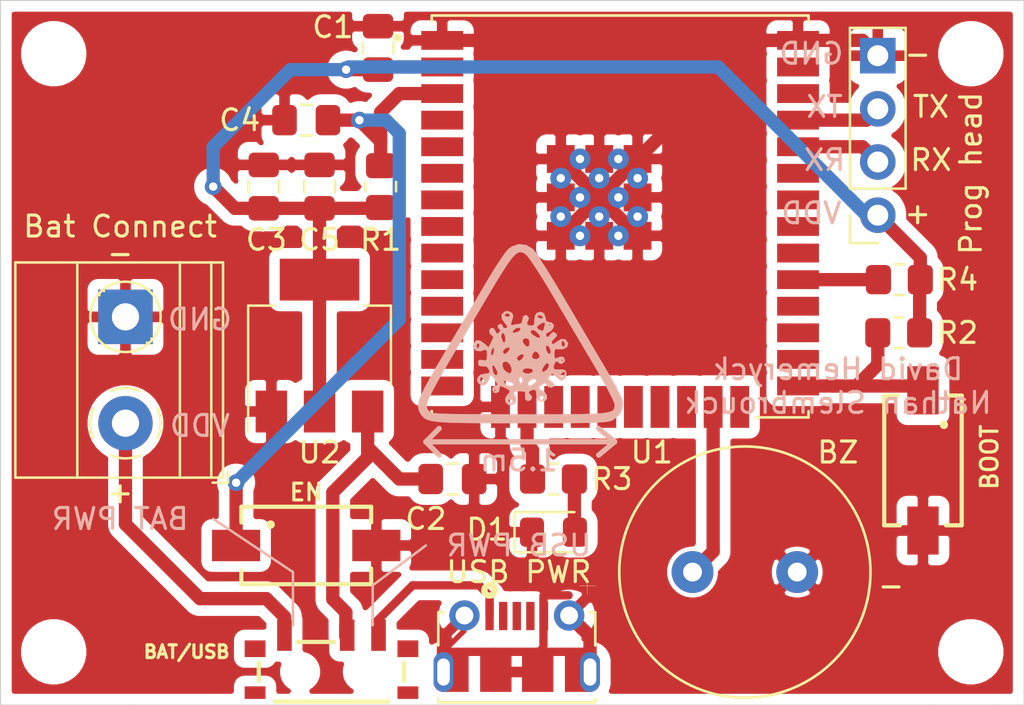
<source format=kicad_pcb>
(kicad_pcb (version 20171130) (host pcbnew "(5.1.9)-1")

  (general
    (thickness 1.6)
    (drawings 38)
    (tracks 111)
    (zones 0)
    (modules 24)
    (nets 43)
  )

  (page A4)
  (layers
    (0 F.Cu signal hide)
    (31 B.Cu signal)
    (32 B.Adhes user)
    (33 F.Adhes user)
    (34 B.Paste user)
    (35 F.Paste user)
    (36 B.SilkS user)
    (37 F.SilkS user)
    (38 B.Mask user)
    (39 F.Mask user hide)
    (40 Dwgs.User user)
    (41 Cmts.User user)
    (42 Eco1.User user)
    (43 Eco2.User user)
    (44 Edge.Cuts user)
    (45 Margin user)
    (46 B.CrtYd user)
    (47 F.CrtYd user)
    (48 B.Fab user hide)
    (49 F.Fab user hide)
  )

  (setup
    (last_trace_width 0.254)
    (user_trace_width 0.254)
    (user_trace_width 0.635)
    (user_trace_width 1.016)
    (trace_clearance 0.2)
    (zone_clearance 0.508)
    (zone_45_only no)
    (trace_min 0.1524)
    (via_size 0.8)
    (via_drill 0.4)
    (via_min_size 0.4)
    (via_min_drill 0.3)
    (uvia_size 0.3)
    (uvia_drill 0.1)
    (uvias_allowed no)
    (uvia_min_size 0.2)
    (uvia_min_drill 0.1)
    (edge_width 0.05)
    (segment_width 0.2)
    (pcb_text_width 0.3)
    (pcb_text_size 1.5 1.5)
    (mod_edge_width 0.12)
    (mod_text_size 1 1)
    (mod_text_width 0.15)
    (pad_size 2 2)
    (pad_drill 0.9)
    (pad_to_mask_clearance 0)
    (aux_axis_origin 0 0)
    (visible_elements 7FFFFFFF)
    (pcbplotparams
      (layerselection 0x010fc_ffffffff)
      (usegerberextensions false)
      (usegerberattributes true)
      (usegerberadvancedattributes true)
      (creategerberjobfile true)
      (excludeedgelayer true)
      (linewidth 0.100000)
      (plotframeref false)
      (viasonmask false)
      (mode 1)
      (useauxorigin false)
      (hpglpennumber 1)
      (hpglpenspeed 20)
      (hpglpendiameter 15.000000)
      (psnegative false)
      (psa4output false)
      (plotreference true)
      (plotvalue true)
      (plotinvisibletext false)
      (padsonsilk false)
      (subtractmaskfromsilk false)
      (outputformat 1)
      (mirror false)
      (drillshape 1)
      (scaleselection 1)
      (outputdirectory ""))
  )

  (net 0 "")
  (net 1 GND)
  (net 2 "Net-(BOOT1-Pad1)")
  (net 3 VDD33)
  (net 4 "Net-(C2-Pad1)")
  (net 5 "Net-(C4-Pad1)")
  (net 6 "Net-(U1-Pad17)")
  (net 7 "Net-(U1-Pad18)")
  (net 8 "Net-(U1-Pad19)")
  (net 9 "Net-(U1-Pad24)")
  (net 10 "Net-(U1-Pad22)")
  (net 11 "Net-(U1-Pad21)")
  (net 12 "Net-(U1-Pad20)")
  (net 13 "Net-(U1-Pad37)")
  (net 14 "Net-(U1-Pad36)")
  (net 15 "Net-(U1-Pad33)")
  (net 16 "Net-(U1-Pad31)")
  (net 17 "Net-(U1-Pad30)")
  (net 18 "Net-(U1-Pad28)")
  (net 19 "Net-(U1-Pad27)")
  (net 20 "Net-(U1-Pad26)")
  (net 21 "Net-(U1-Pad4)")
  (net 22 "Net-(U1-Pad5)")
  (net 23 "Net-(U1-Pad6)")
  (net 24 "Net-(U1-Pad7)")
  (net 25 "Net-(U1-Pad8)")
  (net 26 "Net-(U1-Pad9)")
  (net 27 "Net-(U1-Pad10)")
  (net 28 "Net-(U1-Pad11)")
  (net 29 "Net-(U1-Pad12)")
  (net 30 "Net-(U1-Pad13)")
  (net 31 "Net-(BZ1-Pad1)")
  (net 32 "Net-(D1-Pad2)")
  (net 33 "Net-(R3-Pad2)")
  (net 34 "Net-(J1-Pad4)")
  (net 35 "Net-(J1-Pad3)")
  (net 36 "Net-(J1-Pad2)")
  (net 37 "Net-(U1-Pad14)")
  (net 38 "Net-(Prog_head1-Pad3)")
  (net 39 "Net-(Prog_head1-Pad2)")
  (net 40 USB_PWR)
  (net 41 BAT_PWR)
  (net 42 "Net-(R4-Pad2)")

  (net_class Default "This is the default net class."
    (clearance 0.2)
    (trace_width 0.254)
    (via_dia 0.8)
    (via_drill 0.4)
    (uvia_dia 0.3)
    (uvia_drill 0.1)
    (diff_pair_width 0.254)
    (diff_pair_gap 0.25)
    (add_net BAT_PWR)
    (add_net GND)
    (add_net "Net-(BOOT1-Pad1)")
    (add_net "Net-(BZ1-Pad1)")
    (add_net "Net-(C2-Pad1)")
    (add_net "Net-(C4-Pad1)")
    (add_net "Net-(D1-Pad2)")
    (add_net "Net-(J1-Pad2)")
    (add_net "Net-(J1-Pad3)")
    (add_net "Net-(J1-Pad4)")
    (add_net "Net-(Prog_head1-Pad2)")
    (add_net "Net-(Prog_head1-Pad3)")
    (add_net "Net-(R3-Pad2)")
    (add_net "Net-(R4-Pad2)")
    (add_net "Net-(U1-Pad10)")
    (add_net "Net-(U1-Pad11)")
    (add_net "Net-(U1-Pad12)")
    (add_net "Net-(U1-Pad13)")
    (add_net "Net-(U1-Pad14)")
    (add_net "Net-(U1-Pad17)")
    (add_net "Net-(U1-Pad18)")
    (add_net "Net-(U1-Pad19)")
    (add_net "Net-(U1-Pad20)")
    (add_net "Net-(U1-Pad21)")
    (add_net "Net-(U1-Pad22)")
    (add_net "Net-(U1-Pad24)")
    (add_net "Net-(U1-Pad26)")
    (add_net "Net-(U1-Pad27)")
    (add_net "Net-(U1-Pad28)")
    (add_net "Net-(U1-Pad30)")
    (add_net "Net-(U1-Pad31)")
    (add_net "Net-(U1-Pad33)")
    (add_net "Net-(U1-Pad36)")
    (add_net "Net-(U1-Pad37)")
    (add_net "Net-(U1-Pad4)")
    (add_net "Net-(U1-Pad5)")
    (add_net "Net-(U1-Pad6)")
    (add_net "Net-(U1-Pad7)")
    (add_net "Net-(U1-Pad8)")
    (add_net "Net-(U1-Pad9)")
    (add_net USB_PWR)
    (add_net VDD33)
  )

  (module logo:biohazard_symbool_groter (layer B.Cu) (tedit 0) (tstamp 607493F4)
    (at 135.255 120.65 180)
    (fp_text reference G*** (at 0 0) (layer B.SilkS) hide
      (effects (font (size 1.524 1.524) (thickness 0.3)) (justify mirror))
    )
    (fp_text value LOGO (at 0.75 0) (layer B.SilkS) hide
      (effects (font (size 1.524 1.524) (thickness 0.3)) (justify mirror))
    )
    (fp_poly (pts (xy 0.689029 1.00974) (xy 0.82708 0.862457) (xy 0.811993 0.663346) (xy 0.67274 0.460778)
      (xy 0.562564 0.325419) (xy 0.57124 0.255343) (xy 0.630407 0.225145) (xy 0.742946 0.234218)
      (xy 0.762 0.29899) (xy 0.829831 0.408921) (xy 0.889 0.423333) (xy 1.001248 0.35556)
      (xy 1.016 0.296333) (xy 0.964811 0.18375) (xy 0.920966 0.169333) (xy 0.880567 0.123136)
      (xy 0.93751 0.03489) (xy 1.029411 -0.049015) (xy 1.08888 0.012641) (xy 1.114482 0.077223)
      (xy 1.217533 0.228828) (xy 1.334377 0.229765) (xy 1.412737 0.116519) (xy 1.39486 -0.037568)
      (xy 1.325414 -0.099354) (xy 1.238369 -0.167497) (xy 1.239358 -0.264982) (xy 1.318934 -0.436098)
      (xy 1.452533 -0.69445) (xy 1.558365 -0.595025) (xy 1.88325 -0.595025) (xy 1.912023 -0.688697)
      (xy 1.97695 -0.752804) (xy 2.013987 -0.689038) (xy 2.014621 -0.556862) (xy 1.998486 -0.530931)
      (xy 1.917059 -0.511203) (xy 1.88325 -0.595025) (xy 1.558365 -0.595025) (xy 1.64189 -0.516558)
      (xy 1.86429 -0.366614) (xy 2.043095 -0.362737) (xy 2.157798 -0.504892) (xy 2.161996 -0.517441)
      (xy 2.16476 -0.729327) (xy 2.043123 -0.858942) (xy 1.833664 -0.876535) (xy 1.75033 -0.852242)
      (xy 1.599155 -0.806406) (xy 1.536825 -0.851856) (xy 1.524066 -1.024999) (xy 1.524 -1.062042)
      (xy 1.535351 -1.257024) (xy 1.593408 -1.324296) (xy 1.734171 -1.305143) (xy 1.735666 -1.304768)
      (xy 1.892263 -1.288781) (xy 1.94453 -1.374368) (xy 1.947333 -1.436214) (xy 1.915294 -1.569364)
      (xy 1.786973 -1.59934) (xy 1.724488 -1.593559) (xy 1.53471 -1.61382) (xy 1.430883 -1.756834)
      (xy 1.4007 -1.892452) (xy 1.477986 -1.941813) (xy 1.601027 -1.947334) (xy 1.829392 -2.00007)
      (xy 1.967759 -2.128634) (xy 1.999362 -2.288551) (xy 1.907434 -2.435351) (xy 1.806146 -2.491395)
      (xy 1.633973 -2.502248) (xy 1.500317 -2.370779) (xy 1.441645 -2.243667) (xy 1.662715 -2.243667)
      (xy 1.675724 -2.352895) (xy 1.738323 -2.370667) (xy 1.848254 -2.302835) (xy 1.862666 -2.243667)
      (xy 1.821761 -2.130926) (xy 1.787058 -2.116667) (xy 1.694501 -2.184046) (xy 1.662715 -2.243667)
      (xy 1.441645 -2.243667) (xy 1.428532 -2.215259) (xy 1.34351 -1.991633) (xy 1.181637 -2.202317)
      (xy 1.047344 -2.403134) (xy 1.034843 -2.508958) (xy 1.141823 -2.539999) (xy 1.143 -2.54)
      (xy 1.246428 -2.610586) (xy 1.27 -2.709334) (xy 1.210131 -2.850838) (xy 1.100666 -2.878667)
      (xy 0.959162 -2.818798) (xy 0.942096 -2.751667) (xy 1.100666 -2.751667) (xy 1.143 -2.794)
      (xy 1.185333 -2.751667) (xy 1.143 -2.709334) (xy 1.100666 -2.751667) (xy 0.942096 -2.751667)
      (xy 0.931333 -2.709334) (xy 0.921308 -2.581093) (xy 0.861237 -2.550936) (xy 0.706124 -2.607924)
      (xy 0.638983 -2.638257) (xy 0.462679 -2.743568) (xy 0.443409 -2.8469) (xy 0.554419 -2.966724)
      (xy 0.654798 -3.131876) (xy 0.639141 -3.311205) (xy 0.520977 -3.436127) (xy 0.458257 -3.454253)
      (xy 0.266799 -3.420165) (xy 0.177215 -3.353831) (xy 0.144281 -3.266876) (xy 0.295944 -3.266876)
      (xy 0.302669 -3.312253) (xy 0.395637 -3.350059) (xy 0.488474 -3.283678) (xy 0.508 -3.214994)
      (xy 0.445775 -3.172616) (xy 0.381486 -3.186529) (xy 0.295944 -3.266876) (xy 0.144281 -3.266876)
      (xy 0.117124 -3.195178) (xy 0.163457 -3.058978) (xy 0.23894 -2.892455) (xy 0.208593 -2.815908)
      (xy 0.045331 -2.794734) (xy -0.043947 -2.794) (xy -0.239946 -2.805714) (xy -0.308318 -2.863084)
      (xy -0.291648 -2.994192) (xy -0.301997 -3.170606) (xy -0.402954 -3.258813) (xy -0.541718 -3.225439)
      (xy -0.587521 -3.181201) (xy -0.626237 -3.058177) (xy -0.54737 -2.960874) (xy -0.4639 -2.85938)
      (xy -0.524886 -2.781777) (xy -0.52516 -2.781604) (xy -0.713965 -2.709746) (xy -0.816719 -2.778948)
      (xy -0.828705 -2.930729) (xy -0.867721 -3.1473) (xy -1.009047 -3.276753) (xy -1.207612 -3.278945)
      (xy -1.216159 -3.275799) (xy -1.337592 -3.159746) (xy -1.338447 -3.092991) (xy -1.185334 -3.092991)
      (xy -1.132177 -3.204747) (xy -1.024586 -3.192432) (xy -0.97915 -3.141539) (xy -1.001691 -3.05187)
      (xy -1.05882 -3.017196) (xy -1.167699 -3.030635) (xy -1.185334 -3.092991) (xy -1.338447 -3.092991)
      (xy -1.339733 -2.99259) (xy -1.231363 -2.834002) (xy -1.143 -2.778595) (xy -0.970029 -2.679371)
      (xy -0.955982 -2.590414) (xy -1.096348 -2.477694) (xy -1.102589 -2.473782) (xy -1.240505 -2.410899)
      (xy -1.310468 -2.46559) (xy -1.323314 -2.495749) (xy -1.424358 -2.598323) (xy -1.566926 -2.619022)
      (xy -1.675445 -2.558012) (xy -1.693334 -2.494939) (xy -1.623233 -2.364465) (xy -1.522207 -2.301906)
      (xy -1.474473 -2.275904) (xy -0.846667 -2.275904) (xy -0.779706 -2.382042) (xy -0.63093 -2.487851)
      (xy -0.480626 -2.537426) (xy -0.435087 -2.47201) (xy -0.435432 -2.465208) (xy 0.254 -2.465208)
      (xy 0.317491 -2.532372) (xy 0.461453 -2.530025) (xy 0.616116 -2.466772) (xy 0.677333 -2.413)
      (xy 0.733556 -2.31642) (xy 0.667366 -2.292183) (xy 0.461522 -2.334836) (xy 0.4445 -2.339364)
      (xy 0.296401 -2.406937) (xy 0.254 -2.465208) (xy -0.435432 -2.465208) (xy -0.439157 -2.391834)
      (xy -0.512194 -2.290997) (xy -0.169334 -2.290997) (xy -0.136741 -2.408067) (xy -0.084667 -2.413)
      (xy -0.006763 -2.290498) (xy 0 -2.23867) (xy -0.047339 -2.129243) (xy -0.084667 -2.116667)
      (xy -0.152792 -2.187793) (xy -0.169334 -2.290997) (xy -0.512194 -2.290997) (xy -0.514837 -2.287348)
      (xy -0.652673 -2.22013) (xy -0.785622 -2.20925) (xy -0.846641 -2.273782) (xy -0.846667 -2.275904)
      (xy -1.474473 -2.275904) (xy -1.406149 -2.238687) (xy -1.423656 -2.144657) (xy -1.473941 -2.071801)
      (xy -1.555678 -1.975838) (xy 1.022748 -1.975838) (xy 1.091608 -2.032) (xy 1.183214 -1.964335)
      (xy 1.218608 -1.898075) (xy 1.263977 -1.691568) (xy 1.267307 -1.622909) (xy 1.251397 -1.536858)
      (xy 1.188331 -1.584755) (xy 1.140307 -1.646016) (xy 1.039452 -1.830091) (xy 1.022748 -1.975838)
      (xy -1.555678 -1.975838) (xy -1.566624 -1.962988) (xy -1.645236 -1.968674) (xy -1.773862 -2.093896)
      (xy -1.775366 -2.0955) (xy -1.918775 -2.229354) (xy -2.013835 -2.284708) (xy -2.014132 -2.284704)
      (xy -2.187595 -2.208482) (xy -2.273045 -2.028392) (xy -2.272224 -1.937759) (xy -2.270759 -1.933222)
      (xy -2.201334 -1.933222) (xy -2.133913 -2.068169) (xy -2.020547 -2.116667) (xy -1.986112 -2.054044)
      (xy -2.001383 -1.989667) (xy -2.08289 -1.884038) (xy -2.17128 -1.868859) (xy -2.201334 -1.933222)
      (xy -2.270759 -1.933222) (xy -2.228663 -1.802943) (xy -2.115079 -1.752505) (xy -1.938651 -1.752854)
      (xy -1.738852 -1.753441) (xy -1.664181 -1.703403) (xy -1.671583 -1.571822) (xy -1.673372 -1.562354)
      (xy -1.698154 -1.4994) (xy -1.431465 -1.4994) (xy -1.418879 -1.633819) (xy -1.337734 -1.761067)
      (xy -1.206894 -1.850106) (xy -1.113782 -1.849748) (xy -1.100667 -1.814767) (xy -1.102966 -1.807757)
      (xy -0.675625 -1.807757) (xy -0.620889 -1.890889) (xy -0.483656 -1.947691) (xy -0.313613 -1.937165)
      (xy -0.189537 -1.871621) (xy -0.169334 -1.820334) (xy -0.245062 -1.719507) (xy -0.366629 -1.701659)
      (xy 0.353437 -1.701659) (xy 0.354984 -1.854075) (xy 0.425704 -1.933803) (xy 0.470376 -1.933596)
      (xy 0.629382 -1.843976) (xy 0.727321 -1.735168) (xy 0.793378 -1.550419) (xy 0.753293 -1.412771)
      (xy 0.63389 -1.367393) (xy 0.531576 -1.40554) (xy 0.414491 -1.533249) (xy 0.353437 -1.701659)
      (xy -0.366629 -1.701659) (xy -0.423334 -1.693334) (xy -0.6239 -1.72355) (xy -0.675625 -1.807757)
      (xy -1.102966 -1.807757) (xy -1.145542 -1.677943) (xy -1.244438 -1.527535) (xy -1.343758 -1.441843)
      (xy -1.357646 -1.439334) (xy -1.431465 -1.4994) (xy -1.698154 -1.4994) (xy -1.741164 -1.390145)
      (xy -1.836637 -1.365852) (xy -1.902715 -1.435636) (xy -2.007928 -1.483011) (xy -2.134759 -1.431595)
      (xy -2.201073 -1.316417) (xy -2.201203 -1.312334) (xy -2.116667 -1.312334) (xy -2.074334 -1.354667)
      (xy -2.032 -1.312334) (xy -2.074334 -1.27) (xy -2.116667 -1.312334) (xy -2.201203 -1.312334)
      (xy -2.201334 -1.308272) (xy -2.141373 -1.163826) (xy -1.985316 -1.138791) (xy -1.864417 -1.184397)
      (xy -1.746696 -1.229436) (xy -1.700559 -1.16643) (xy -1.697521 -1.10026) (xy -0.988945 -1.10026)
      (xy -0.978689 -1.177209) (xy -0.845897 -1.262965) (xy -0.688836 -1.236705) (xy -0.632708 -1.181625)
      (xy -0.633267 -1.137032) (xy -0.222361 -1.137032) (xy -0.139256 -1.258866) (xy -0.026423 -1.334078)
      (xy 0.019057 -1.334203) (xy 0.096344 -1.240206) (xy 0.097554 -1.22555) (xy 0.036485 -1.115175)
      (xy -0.092903 -1.033889) (xy -0.209137 -1.029831) (xy -0.219671 -1.038115) (xy -0.222361 -1.137032)
      (xy -0.633267 -1.137032) (xy -0.634339 -1.051725) (xy -0.683938 -0.965709) (xy -0.784825 -0.881973)
      (xy -0.887812 -0.936869) (xy -0.912912 -0.961293) (xy -0.988945 -1.10026) (xy -1.697521 -1.10026)
      (xy -1.693334 -1.009109) (xy -1.701757 -0.910167) (xy -1.522704 -0.910167) (xy -1.484443 -1.00958)
      (xy -1.399019 -0.986903) (xy -1.31657 -0.858632) (xy -1.310309 -0.840286) (xy -1.293012 -0.715628)
      (xy 0.441483 -0.715628) (xy 0.451625 -0.803141) (xy 0.540692 -0.923476) (xy 0.652222 -1.00775)
      (xy 0.6877 -1.016) (xy 0.754989 -0.947927) (xy 0.762 -0.898059) (xy 0.714872 -0.811389)
      (xy 1.187907 -0.811389) (xy 1.211794 -0.973562) (xy 1.268358 -1.067441) (xy 1.326998 -1.0495)
      (xy 1.337728 -1.024482) (xy 1.323082 -0.886661) (xy 1.278566 -0.786357) (xy 1.210405 -0.68674)
      (xy 1.189731 -0.744605) (xy 1.187907 -0.811389) (xy 0.714872 -0.811389) (xy 0.699978 -0.783999)
      (xy 0.568647 -0.705194) (xy 0.450108 -0.708375) (xy 0.441483 -0.715628) (xy -1.293012 -0.715628)
      (xy -1.28769 -0.677281) (xy -1.309207 -0.609905) (xy -1.387122 -0.620665) (xy -1.472162 -0.73227)
      (xy -1.521079 -0.883898) (xy -1.522704 -0.910167) (xy -1.701757 -0.910167) (xy -1.708826 -0.827144)
      (xy -1.782655 -0.769716) (xy -1.904901 -0.782703) (xy -2.131198 -0.774909) (xy -2.297245 -0.68101)
      (xy -2.347824 -0.55533) (xy -2.201334 -0.55533) (xy -2.153995 -0.664757) (xy -2.116667 -0.677334)
      (xy -2.048542 -0.606208) (xy -2.032 -0.503003) (xy -2.064594 -0.385933) (xy -2.116667 -0.381)
      (xy -2.194571 -0.503502) (xy -2.201334 -0.55533) (xy -2.347824 -0.55533) (xy -2.356645 -0.533413)
      (xy -2.344011 -0.47599) (xy -2.214098 -0.311183) (xy -2.027129 -0.294771) (xy -1.824958 -0.418989)
      (xy -1.657502 -0.536379) (xy -1.568807 -0.512002) (xy -1.575176 -0.465667) (xy -0.508 -0.465667)
      (xy -0.476069 -0.641501) (xy -0.3804 -0.660475) (xy -0.270934 -0.575734) (xy -0.175591 -0.414588)
      (xy -0.213255 -0.292427) (xy -0.338667 -0.254) (xy -0.471452 -0.303609) (xy -0.508 -0.465667)
      (xy -1.575176 -0.465667) (xy -1.58449 -0.397918) (xy -1.695568 -0.269216) (xy -1.73444 -0.231429)
      (xy -1.012376 -0.231429) (xy -0.904337 -0.23387) (xy -0.902856 -0.233072) (xy 0.644882 -0.233072)
      (xy 0.657521 -0.407123) (xy 0.659028 -0.411747) (xy 0.705441 -0.484774) (xy 0.770952 -0.411747)
      (xy 0.837263 -0.225373) (xy 0.84537 -0.148167) (xy 0.811171 -0.022493) (xy 0.771874 0)
      (xy 0.690143 -0.0713) (xy 0.644882 -0.233072) (xy -0.902856 -0.233072) (xy -0.693333 -0.120199)
      (xy -0.689038 -0.117202) (xy -0.560394 0.009693) (xy -0.583532 0.109398) (xy -0.70053 0.139261)
      (xy -0.844667 0.044144) (xy -0.998727 -0.132288) (xy -1.012376 -0.231429) (xy -1.73444 -0.231429)
      (xy -1.816617 -0.151546) (xy -1.808249 -0.067494) (xy -1.751988 -0.013545) (xy -1.638555 0.040984)
      (xy -1.534965 -0.036973) (xy -1.498135 -0.086849) (xy -1.389507 -0.201481) (xy -1.312659 -0.169288)
      (xy -1.306183 -0.159382) (xy -1.294105 -0.049792) (xy -1.32767 -0.02311) (xy -1.535916 0.092503)
      (xy -1.650343 0.243742) (xy -1.661406 0.381) (xy -1.524 0.381) (xy -1.481667 0.338666)
      (xy -1.439334 0.381) (xy -1.481667 0.423333) (xy -1.524 0.381) (xy -1.661406 0.381)
      (xy -1.662084 0.389399) (xy -1.565141 0.485423) (xy -1.24502 0.485423) (xy -1.236726 0.374075)
      (xy -1.19104 0.212772) (xy -1.185334 0.162408) (xy -1.131096 0.089939) (xy -0.979044 0.142236)
      (xy -0.931334 0.172239) (xy -0.927301 0.176389) (xy -0.084667 0.176389) (xy -0.00924 0.074843)
      (xy 0.180869 0.012889) (xy 0.2432 0.006684) (xy 0.315507 0.025299) (xy 0.259187 0.120715)
      (xy 0.254 0.127) (xy 0.119606 0.22707) (xy -0.015135 0.250613) (xy -0.083961 0.187965)
      (xy -0.084667 0.176389) (xy -0.927301 0.176389) (xy -0.855272 0.250491) (xy -0.911649 0.336856)
      (xy -0.968683 0.382609) (xy -1.15 0.491252) (xy -1.24502 0.485423) (xy -1.565141 0.485423)
      (xy -1.562268 0.488268) (xy -1.441991 0.508) (xy -1.308105 0.555602) (xy -1.27 0.722324)
      (xy -1.257454 0.762) (xy -1.143 0.762) (xy -1.124756 0.688745) (xy -1.068327 0.677333)
      (xy -0.922045 0.727011) (xy -0.889 0.762) (xy -0.907245 0.835254) (xy -0.963674 0.846666)
      (xy -1.109956 0.796988) (xy -1.143 0.762) (xy -1.257454 0.762) (xy -1.206896 0.921875)
      (xy -1.050823 1.007415) (xy -0.856326 0.9541) (xy -0.752651 0.790458) (xy -0.741156 0.601959)
      (xy -0.734409 0.41288) (xy -0.656683 0.342942) (xy -0.607101 0.338666) (xy -0.42435 0.376887)
      (xy -0.385224 0.480048) (xy -0.431357 0.560001) (xy -0.479075 0.713243) (xy -0.390584 0.825609)
      (xy -0.291337 0.846666) (xy -0.194569 0.772911) (xy -0.169334 0.635) (xy -0.128325 0.467624)
      (xy -0.006925 0.423333) (xy 0.204688 0.39681) (xy 0.287969 0.372494) (xy 0.369429 0.359362)
      (xy 0.374518 0.436987) (xy 0.324432 0.597107) (xy 0.271612 0.797474) (xy 0.285237 0.846666)
      (xy 0.423333 0.846666) (xy 0.491909 0.771552) (xy 0.550333 0.762) (xy 0.663005 0.807717)
      (xy 0.677333 0.846666) (xy 0.608756 0.921781) (xy 0.550333 0.931333) (xy 0.437661 0.885616)
      (xy 0.423333 0.846666) (xy 0.285237 0.846666) (xy 0.304265 0.915365) (xy 0.3799 0.983332)
      (xy 0.570137 1.048281) (xy 0.689029 1.00974)) (layer B.SilkS) (width 0.01))
    (fp_poly (pts (xy 0.342274 4.12256) (xy 0.507099 4.0005) (xy 0.634852 3.850553) (xy 0.826199 3.58323)
      (xy 1.061165 3.22843) (xy 1.319779 2.816054) (xy 1.51095 2.497666) (xy 1.76259 2.070969)
      (xy 2.079369 1.534605) (xy 2.440019 0.924539) (xy 2.823273 0.276734) (xy 3.207865 -0.372847)
      (xy 3.510311 -0.883292) (xy 3.912111 -1.566031) (xy 4.230801 -2.121935) (xy 4.473084 -2.567721)
      (xy 4.645666 -2.920105) (xy 4.755252 -3.195804) (xy 4.808547 -3.411533) (xy 4.812255 -3.58401)
      (xy 4.773083 -3.729951) (xy 4.703322 -3.857618) (xy 4.633493 -3.958584) (xy 4.557822 -4.043595)
      (xy 4.461991 -4.114022) (xy 4.331682 -4.171237) (xy 4.152575 -4.216611) (xy 3.910351 -4.251514)
      (xy 3.590692 -4.277318) (xy 3.17928 -4.295394) (xy 2.661795 -4.307113) (xy 2.023918 -4.313846)
      (xy 1.251331 -4.316965) (xy 0.329716 -4.31784) (xy -0.103114 -4.317869) (xy -1.048944 -4.317417)
      (xy -1.840458 -4.31579) (xy -2.492671 -4.312481) (xy -3.020598 -4.306982) (xy -3.439256 -4.298785)
      (xy -3.763659 -4.287382) (xy -4.008824 -4.272268) (xy -4.189766 -4.252933) (xy -4.3215 -4.228871)
      (xy -4.419042 -4.199574) (xy -4.487237 -4.169702) (xy -4.785054 -3.939135) (xy -4.948514 -3.628265)
      (xy -4.955476 -3.419507) (xy -4.572 -3.419507) (xy -4.569828 -3.523243) (xy -4.554412 -3.610662)
      (xy -4.512405 -3.683161) (xy -4.430459 -3.742135) (xy -4.295229 -3.788981) (xy -4.093366 -3.825095)
      (xy -3.811523 -3.851873) (xy -3.436353 -3.870712) (xy -2.954509 -3.883006) (xy -2.352642 -3.890154)
      (xy -1.617407 -3.89355) (xy -0.735456 -3.894591) (xy -0.029543 -3.894667) (xy 0.928709 -3.894175)
      (xy 1.731645 -3.89241) (xy 2.393283 -3.888938) (xy 2.927637 -3.883325) (xy 3.348725 -3.875137)
      (xy 3.670563 -3.863942) (xy 3.907166 -3.849304) (xy 4.072551 -3.830791) (xy 4.180735 -3.807968)
      (xy 4.245732 -3.780402) (xy 4.269619 -3.761619) (xy 4.328057 -3.70252) (xy 4.374113 -3.643963)
      (xy 4.402488 -3.575476) (xy 4.407883 -3.486585) (xy 4.385 -3.366813) (xy 4.328539 -3.205689)
      (xy 4.233201 -2.992737) (xy 4.093688 -2.717483) (xy 3.9047 -2.369453) (xy 3.660939 -1.938173)
      (xy 3.357105 -1.413169) (xy 2.9879 -0.783965) (xy 2.548024 -0.040089) (xy 2.032179 0.828934)
      (xy 1.461393 1.789285) (xy 1.080519 2.425531) (xy 0.771569 2.927107) (xy 0.522955 3.306651)
      (xy 0.323087 3.576799) (xy 0.160375 3.750189) (xy 0.02323 3.839457) (xy -0.099938 3.85724)
      (xy -0.220718 3.816176) (xy -0.331081 3.743755) (xy -0.437902 3.624155) (xy -0.612972 3.382119)
      (xy -0.840148 3.042016) (xy -1.103288 2.628212) (xy -1.386249 2.165078) (xy -1.470246 2.024117)
      (xy -1.798397 1.470293) (xy -2.183837 0.819917) (xy -2.597468 0.122077) (xy -3.010195 -0.574138)
      (xy -3.392921 -1.219641) (xy -3.482759 -1.371141) (xy -3.79349 -1.903382) (xy -4.066853 -2.387686)
      (xy -4.291867 -2.803401) (xy -4.457548 -3.129872) (xy -4.552912 -3.346446) (xy -4.572 -3.419507)
      (xy -4.955476 -3.419507) (xy -4.960472 -3.269719) (xy -4.960393 -3.269298) (xy -4.90134 -3.108924)
      (xy -4.769354 -2.833557) (xy -4.579828 -2.472678) (xy -4.348154 -2.055769) (xy -4.135296 -1.689)
      (xy -3.873715 -1.246674) (xy -3.548271 -0.695912) (xy -3.181076 -0.074163) (xy -2.794242 0.581126)
      (xy -2.409882 1.232506) (xy -2.138081 1.693333) (xy -1.810523 2.242349) (xy -1.498342 2.75351)
      (xy -1.215123 3.205499) (xy -0.974449 3.576998) (xy -0.789907 3.846692) (xy -0.67508 3.993262)
      (xy -0.667771 4.0005) (xy -0.34939 4.196998) (xy -0.000707 4.237685) (xy 0.342274 4.12256)) (layer B.SilkS) (width 0.01))
  )

  (module sparkfun:SWITCH_SPST_SMD_A (layer F.Cu) (tedit 200000) (tstamp 606E1DAF)
    (at 126.3015 136.8425 180)
    (descr "SPDT SLIDE SWITCH - SMD")
    (tags "SPDT SLIDE SWITCH - SMD")
    (path /60708053)
    (attr smd)
    (fp_text reference BAT/USB (at 6.9215 0.9525 180) (layer F.SilkS)
      (effects (font (size 0.6096 0.6096) (thickness 0.15)))
    )
    (fp_text value SW_DPDT_x2 (at -0.0635 -5.3975 180) (layer F.SilkS) hide
      (effects (font (size 0.6096 0.6096) (thickness 0.127)))
    )
    (fp_line (start 1.6256 1.42494) (end -0.127 1.42494) (layer F.SilkS) (width 0.2032))
    (fp_line (start 2.69748 -1.42494) (end -2.69748 -1.42494) (layer F.SilkS) (width 0.2032))
    (fp_line (start 3.47472 -0.42672) (end 3.47472 0.42672) (layer F.SilkS) (width 0.2032))
    (fp_line (start -3.47472 -0.42672) (end -3.47472 0.42672) (layer F.SilkS) (width 0.2032))
    (fp_line (start -1.39954 -2.79908) (end -1.39954 -1.29794) (layer Dwgs.User) (width 0.127))
    (fp_line (start -0.09906 -2.79908) (end -1.39954 -2.79908) (layer Dwgs.User) (width 0.127))
    (fp_line (start -0.09906 -1.29794) (end -0.09906 -2.79908) (layer Dwgs.User) (width 0.127))
    (fp_line (start -1.39954 -1.29794) (end -3.34772 -1.29794) (layer Dwgs.User) (width 0.127))
    (fp_line (start -0.09906 -1.29794) (end -1.39954 -1.29794) (layer Dwgs.User) (width 0.127))
    (fp_line (start 3.34772 -1.29794) (end -0.09906 -1.29794) (layer Dwgs.User) (width 0.127))
    (fp_line (start 3.34772 1.29794) (end 3.34772 -1.29794) (layer Dwgs.User) (width 0.127))
    (fp_line (start -3.34772 1.29794) (end 3.34772 1.29794) (layer Dwgs.User) (width 0.127))
    (fp_line (start -3.34772 -1.29794) (end -3.34772 1.29794) (layer Dwgs.User) (width 0.127))
    (pad "" np_thru_hole circle (at 1.4986 0 180) (size 0.89916 0.89916) (drill 0.89916) (layers *.Cu *.Mask)
      (solder_mask_margin 0.1016))
    (pad "" np_thru_hole circle (at -1.4986 0 180) (size 0.89916 0.89916) (drill 0.89916) (layers *.Cu *.Mask)
      (solder_mask_margin 0.1016))
    (pad GND4 smd rect (at 3.64998 1.09982 180) (size 0.99822 0.79756) (layers F.Cu F.Paste F.Mask)
      (solder_mask_margin 0.1016))
    (pad GND3 smd rect (at 3.64998 -0.99822 180) (size 0.99822 0.59944) (layers F.Cu F.Paste F.Mask)
      (solder_mask_margin 0.1016))
    (pad GND2 smd rect (at -3.64998 1.09982 180) (size 0.99822 0.79756) (layers F.Cu F.Paste F.Mask)
      (solder_mask_margin 0.1016))
    (pad GND1 smd rect (at -3.64998 -0.99822 180) (size 0.99822 0.59944) (layers F.Cu F.Paste F.Mask)
      (solder_mask_margin 0.1016))
    (pad 3 smd rect (at 2.2479 1.74752) (size 0.6985 1.4986) (layers F.Cu F.Paste F.Mask)
      (net 41 BAT_PWR) (solder_mask_margin 0.1016))
    (pad 2 smd rect (at -0.7493 1.74752) (size 0.6985 1.4986) (layers F.Cu F.Paste F.Mask)
      (net 4 "Net-(C2-Pad1)") (solder_mask_margin 0.1016))
    (pad 1 smd rect (at -2.2479 1.74752) (size 0.6985 1.4986) (layers F.Cu F.Paste F.Mask)
      (net 40 USB_PWR) (solder_mask_margin 0.1016))
    (model "C:/Users/natha/Elektronica-ict/geconnecteerde systemen/2021/Bachelorproef/KiCad/PCB_RSSI/libraries/MLL1200S--3DModel-STEP-56544.STEP"
      (at (xyz 0 0 0))
      (scale (xyz 1 1 1))
      (rotate (xyz -90 0 180))
    )
  )

  (module Resistor_SMD:R_0805_2012Metric_Pad1.20x1.40mm_HandSolder (layer F.Cu) (tedit 5F68FEEE) (tstamp 606E1D95)
    (at 153.432 118.11 180)
    (descr "Resistor SMD 0805 (2012 Metric), square (rectangular) end terminal, IPC_7351 nominal with elongated pad for handsoldering. (Body size source: IPC-SM-782 page 72, https://www.pcb-3d.com/wordpress/wp-content/uploads/ipc-sm-782a_amendment_1_and_2.pdf), generated with kicad-footprint-generator")
    (tags "resistor handsolder")
    (path /606FFD84)
    (attr smd)
    (fp_text reference R4 (at -2.778 0) (layer F.SilkS)
      (effects (font (size 1 1) (thickness 0.15)))
    )
    (fp_text value 10k (at 0 1.65) (layer F.Fab)
      (effects (font (size 1 1) (thickness 0.15)))
    )
    (fp_line (start 1.85 0.95) (end -1.85 0.95) (layer F.CrtYd) (width 0.05))
    (fp_line (start 1.85 -0.95) (end 1.85 0.95) (layer F.CrtYd) (width 0.05))
    (fp_line (start -1.85 -0.95) (end 1.85 -0.95) (layer F.CrtYd) (width 0.05))
    (fp_line (start -1.85 0.95) (end -1.85 -0.95) (layer F.CrtYd) (width 0.05))
    (fp_line (start -0.227064 0.735) (end 0.227064 0.735) (layer F.SilkS) (width 0.12))
    (fp_line (start -0.227064 -0.735) (end 0.227064 -0.735) (layer F.SilkS) (width 0.12))
    (fp_line (start 1 0.625) (end -1 0.625) (layer F.Fab) (width 0.1))
    (fp_line (start 1 -0.625) (end 1 0.625) (layer F.Fab) (width 0.1))
    (fp_line (start -1 -0.625) (end 1 -0.625) (layer F.Fab) (width 0.1))
    (fp_line (start -1 0.625) (end -1 -0.625) (layer F.Fab) (width 0.1))
    (fp_text user %R (at 0 0) (layer F.Fab)
      (effects (font (size 0.5 0.5) (thickness 0.08)))
    )
    (pad 2 smd roundrect (at 1 0 180) (size 1.2 1.4) (layers F.Cu F.Paste F.Mask) (roundrect_rratio 0.208333)
      (net 42 "Net-(R4-Pad2)"))
    (pad 1 smd roundrect (at -1 0 180) (size 1.2 1.4) (layers F.Cu F.Paste F.Mask) (roundrect_rratio 0.208333)
      (net 3 VDD33))
    (model ${KISYS3DMOD}/Resistor_SMD.3dshapes/R_0805_2012Metric.wrl
      (at (xyz 0 0 0))
      (scale (xyz 1 1 1))
      (rotate (xyz 0 0 0))
    )
  )

  (module TerminalBlock_Phoenix:TerminalBlock_Phoenix_MKDS-1,5-2-5.08_1x02_P5.08mm_Horizontal (layer F.Cu) (tedit 607023C3) (tstamp 606E1CF6)
    (at 116.459 124.968 90)
    (descr "Terminal Block Phoenix MKDS-1,5-2-5.08, 2 pins, pitch 5.08mm, size 10.2x9.8mm^2, drill diamater 1.3mm, pad diameter 2.6mm, see http://www.farnell.com/datasheets/100425.pdf, script-generated using https://github.com/pointhi/kicad-footprint-generator/scripts/TerminalBlock_Phoenix")
    (tags "THT Terminal Block Phoenix MKDS-1,5-2-5.08 pitch 5.08mm size 10.2x9.8mm^2 drill 1.3mm pad 2.6mm")
    (path /606E0DE4)
    (fp_text reference "Bat Connect" (at 9.398 -0.254 180) (layer F.SilkS)
      (effects (font (size 1 1) (thickness 0.15)))
    )
    (fp_text value Conn_01x02 (at 2.54 5.66 90) (layer F.Fab)
      (effects (font (size 1 1) (thickness 0.15)))
    )
    (fp_line (start 8.13 -5.71) (end -3.04 -5.71) (layer F.CrtYd) (width 0.05))
    (fp_line (start 8.13 5.1) (end 8.13 -5.71) (layer F.CrtYd) (width 0.05))
    (fp_line (start -3.04 5.1) (end 8.13 5.1) (layer F.CrtYd) (width 0.05))
    (fp_line (start -3.04 -5.71) (end -3.04 5.1) (layer F.CrtYd) (width 0.05))
    (fp_line (start -2.84 4.9) (end -2.34 4.9) (layer F.SilkS) (width 0.12))
    (fp_line (start -2.84 4.16) (end -2.84 4.9) (layer F.SilkS) (width 0.12))
    (fp_line (start 3.853 1.023) (end 3.806 1.069) (layer F.SilkS) (width 0.12))
    (fp_line (start 6.15 -1.275) (end 6.115 -1.239) (layer F.SilkS) (width 0.12))
    (fp_line (start 4.046 1.239) (end 4.011 1.274) (layer F.SilkS) (width 0.12))
    (fp_line (start 6.355 -1.069) (end 6.308 -1.023) (layer F.SilkS) (width 0.12))
    (fp_line (start 6.035 -1.138) (end 3.943 0.955) (layer F.Fab) (width 0.1))
    (fp_line (start 6.218 -0.955) (end 4.126 1.138) (layer F.Fab) (width 0.1))
    (fp_line (start 0.955 -1.138) (end -1.138 0.955) (layer F.Fab) (width 0.1))
    (fp_line (start 1.138 -0.955) (end -0.955 1.138) (layer F.Fab) (width 0.1))
    (fp_line (start 7.68 -5.261) (end 7.68 4.66) (layer F.SilkS) (width 0.12))
    (fp_line (start -2.6 -5.261) (end -2.6 4.66) (layer F.SilkS) (width 0.12))
    (fp_line (start -2.6 4.66) (end 7.68 4.66) (layer F.SilkS) (width 0.12))
    (fp_line (start -2.6 -5.261) (end 7.68 -5.261) (layer F.SilkS) (width 0.12))
    (fp_line (start -2.6 -2.301) (end 7.68 -2.301) (layer F.SilkS) (width 0.12))
    (fp_line (start -2.54 -2.3) (end 7.62 -2.3) (layer F.Fab) (width 0.1))
    (fp_line (start -2.6 2.6) (end 7.68 2.6) (layer F.SilkS) (width 0.12))
    (fp_line (start -2.54 2.6) (end 7.62 2.6) (layer F.Fab) (width 0.1))
    (fp_line (start -2.6 4.1) (end 7.68 4.1) (layer F.SilkS) (width 0.12))
    (fp_line (start -2.54 4.1) (end 7.62 4.1) (layer F.Fab) (width 0.1))
    (fp_line (start -2.54 4.1) (end -2.54 -5.2) (layer F.Fab) (width 0.1))
    (fp_line (start -2.04 4.6) (end -2.54 4.1) (layer F.Fab) (width 0.1))
    (fp_line (start 7.62 4.6) (end -2.04 4.6) (layer F.Fab) (width 0.1))
    (fp_line (start 7.62 -5.2) (end 7.62 4.6) (layer F.Fab) (width 0.1))
    (fp_line (start -2.54 -5.2) (end 7.62 -5.2) (layer F.Fab) (width 0.1))
    (fp_circle (center 5.08 0) (end 6.76 0) (layer F.SilkS) (width 0.12))
    (fp_circle (center 5.08 0) (end 6.58 0) (layer F.Fab) (width 0.1))
    (fp_circle (center 0 0) (end 1.5 0) (layer F.Fab) (width 0.1))
    (fp_text user %R (at 2.54 3.2 90) (layer F.Fab)
      (effects (font (size 1 1) (thickness 0.15)))
    )
    (fp_arc (start 0 0) (end -0.684 1.535) (angle -25) (layer F.SilkS) (width 0.12))
    (fp_arc (start 0 0) (end -1.535 -0.684) (angle -48) (layer F.SilkS) (width 0.12))
    (fp_arc (start 0 0) (end 0.684 -1.535) (angle -48) (layer F.SilkS) (width 0.12))
    (fp_arc (start 0 0) (end 1.535 0.684) (angle -48) (layer F.SilkS) (width 0.12))
    (fp_arc (start 0 0) (end 0 1.68) (angle -24) (layer F.SilkS) (width 0.12))
    (pad 2 thru_hole rect (at 5.08 0 90) (size 2.6 2.6) (drill 1.3) (layers *.Cu *.Mask)
      (net 1 GND))
    (pad 1 thru_hole circle (at 0 0 90) (size 2.6 2.6) (drill 1.3) (layers *.Cu *.Mask)
      (net 41 BAT_PWR))
    (model ${KISYS3DMOD}/TerminalBlock_Phoenix.3dshapes/TerminalBlock_Phoenix_MKDS-1,5-2-5.08_1x02_P5.08mm_Horizontal.wrl
      (offset (xyz 5 0.5 0))
      (scale (xyz 1 1 1))
      (rotate (xyz 0 0 180))
    )
  )

  (module Connector_PinSocket_2.54mm:PinSocket_1x04_P2.54mm_Vertical (layer F.Cu) (tedit 607023B1) (tstamp 6045CF7E)
    (at 152.4 115.03 180)
    (descr "Through hole straight socket strip, 1x04, 2.54mm pitch, single row (from Kicad 4.0.7), script generated")
    (tags "Through hole socket strip THT 1x04 2.54mm single row")
    (path /60440B4B)
    (fp_text reference "Prog head" (at -4.445 2 90) (layer F.SilkS)
      (effects (font (size 1 1) (thickness 0.15)))
    )
    (fp_text value Conn_01x04 (at 0 10.39) (layer F.Fab)
      (effects (font (size 1 1) (thickness 0.15)))
    )
    (fp_line (start -1.8 9.4) (end -1.8 -1.8) (layer F.CrtYd) (width 0.05))
    (fp_line (start 1.75 9.4) (end -1.8 9.4) (layer F.CrtYd) (width 0.05))
    (fp_line (start 1.75 -1.8) (end 1.75 9.4) (layer F.CrtYd) (width 0.05))
    (fp_line (start -1.8 -1.8) (end 1.75 -1.8) (layer F.CrtYd) (width 0.05))
    (fp_line (start 0 -1.33) (end 1.33 -1.33) (layer F.SilkS) (width 0.12))
    (fp_line (start 1.33 -1.33) (end 1.33 0) (layer F.SilkS) (width 0.12))
    (fp_line (start 1.33 1.27) (end 1.33 8.95) (layer F.SilkS) (width 0.12))
    (fp_line (start -1.33 8.95) (end 1.33 8.95) (layer F.SilkS) (width 0.12))
    (fp_line (start -1.33 1.27) (end -1.33 8.95) (layer F.SilkS) (width 0.12))
    (fp_line (start -1.33 1.27) (end 1.33 1.27) (layer F.SilkS) (width 0.12))
    (fp_line (start -1.27 8.89) (end -1.27 -1.27) (layer F.Fab) (width 0.1))
    (fp_line (start 1.27 8.89) (end -1.27 8.89) (layer F.Fab) (width 0.1))
    (fp_line (start 1.27 -0.635) (end 1.27 8.89) (layer F.Fab) (width 0.1))
    (fp_line (start 0.635 -1.27) (end 1.27 -0.635) (layer F.Fab) (width 0.1))
    (fp_line (start -1.27 -1.27) (end 0.635 -1.27) (layer F.Fab) (width 0.1))
    (fp_text user %R (at 0 3.81 90) (layer F.Fab)
      (effects (font (size 1 1) (thickness 0.15)))
    )
    (pad 4 thru_hole rect (at 0 7.62 180) (size 1.7 1.7) (drill 1) (layers *.Cu *.Mask)
      (net 1 GND))
    (pad 3 thru_hole oval (at 0 5.08 180) (size 1.7 1.7) (drill 1) (layers *.Cu *.Mask)
      (net 38 "Net-(Prog_head1-Pad3)"))
    (pad 2 thru_hole oval (at 0 2.54 180) (size 1.7 1.7) (drill 1) (layers *.Cu *.Mask)
      (net 39 "Net-(Prog_head1-Pad2)"))
    (pad 1 thru_hole circle (at 0 0 180) (size 1.7 1.7) (drill 1) (layers *.Cu *.Mask)
      (net 3 VDD33))
    (model ${KISYS3DMOD}/Connector_PinSocket_2.54mm.3dshapes/PinSocket_1x04_P2.54mm_Vertical.wrl
      (at (xyz 0 0 0))
      (scale (xyz 1 1 1))
      (rotate (xyz 0 0 0))
    )
  )

  (module Capacitor_SMD:C_0805_2012Metric_Pad1.18x1.45mm_HandSolder (layer F.Cu) (tedit 5F68FEEF) (tstamp 605A3854)
    (at 125.73 113.665 270)
    (descr "Capacitor SMD 0805 (2012 Metric), square (rectangular) end terminal, IPC_7351 nominal with elongated pad for handsoldering. (Body size source: IPC-SM-782 page 76, https://www.pcb-3d.com/wordpress/wp-content/uploads/ipc-sm-782a_amendment_1_and_2.pdf, https://docs.google.com/spreadsheets/d/1BsfQQcO9C6DZCsRaXUlFlo91Tg2WpOkGARC1WS5S8t0/edit?usp=sharing), generated with kicad-footprint-generator")
    (tags "capacitor handsolder")
    (path /605AC645)
    (attr smd)
    (fp_text reference C5 (at 2.54 0 180) (layer F.SilkS)
      (effects (font (size 1 1) (thickness 0.15)))
    )
    (fp_text value 100n (at 0 1.68 90) (layer F.Fab)
      (effects (font (size 1 1) (thickness 0.15)))
    )
    (fp_line (start -1 0.625) (end -1 -0.625) (layer F.Fab) (width 0.1))
    (fp_line (start -1 -0.625) (end 1 -0.625) (layer F.Fab) (width 0.1))
    (fp_line (start 1 -0.625) (end 1 0.625) (layer F.Fab) (width 0.1))
    (fp_line (start 1 0.625) (end -1 0.625) (layer F.Fab) (width 0.1))
    (fp_line (start -0.261252 -0.735) (end 0.261252 -0.735) (layer F.SilkS) (width 0.12))
    (fp_line (start -0.261252 0.735) (end 0.261252 0.735) (layer F.SilkS) (width 0.12))
    (fp_line (start -1.88 0.98) (end -1.88 -0.98) (layer F.CrtYd) (width 0.05))
    (fp_line (start -1.88 -0.98) (end 1.88 -0.98) (layer F.CrtYd) (width 0.05))
    (fp_line (start 1.88 -0.98) (end 1.88 0.98) (layer F.CrtYd) (width 0.05))
    (fp_line (start 1.88 0.98) (end -1.88 0.98) (layer F.CrtYd) (width 0.05))
    (fp_text user %R (at 0 0 90) (layer F.Fab)
      (effects (font (size 0.5 0.5) (thickness 0.08)))
    )
    (pad 2 smd roundrect (at 1.0375 0 270) (size 1.175 1.45) (layers F.Cu F.Paste F.Mask) (roundrect_rratio 0.212766)
      (net 3 VDD33))
    (pad 1 smd roundrect (at -1.0375 0 270) (size 1.175 1.45) (layers F.Cu F.Paste F.Mask) (roundrect_rratio 0.212766)
      (net 1 GND))
    (model ${KISYS3DMOD}/Capacitor_SMD.3dshapes/C_0805_2012Metric.wrl
      (at (xyz 0 0 0))
      (scale (xyz 1 1 1))
      (rotate (xyz 0 0 0))
    )
  )

  (module Capacitor_SMD:C_0805_2012Metric_Pad1.18x1.45mm_HandSolder (layer F.Cu) (tedit 5F68FEEF) (tstamp 605A321D)
    (at 123.063 113.665 90)
    (descr "Capacitor SMD 0805 (2012 Metric), square (rectangular) end terminal, IPC_7351 nominal with elongated pad for handsoldering. (Body size source: IPC-SM-782 page 76, https://www.pcb-3d.com/wordpress/wp-content/uploads/ipc-sm-782a_amendment_1_and_2.pdf, https://docs.google.com/spreadsheets/d/1BsfQQcO9C6DZCsRaXUlFlo91Tg2WpOkGARC1WS5S8t0/edit?usp=sharing), generated with kicad-footprint-generator")
    (tags "capacitor handsolder")
    (path /605A726B)
    (attr smd)
    (fp_text reference C3 (at -2.54 0.127 180) (layer F.SilkS)
      (effects (font (size 1 1) (thickness 0.15)))
    )
    (fp_text value 10uF (at 0 1.68 90) (layer F.Fab)
      (effects (font (size 1 1) (thickness 0.15)))
    )
    (fp_line (start -1 0.625) (end -1 -0.625) (layer F.Fab) (width 0.1))
    (fp_line (start -1 -0.625) (end 1 -0.625) (layer F.Fab) (width 0.1))
    (fp_line (start 1 -0.625) (end 1 0.625) (layer F.Fab) (width 0.1))
    (fp_line (start 1 0.625) (end -1 0.625) (layer F.Fab) (width 0.1))
    (fp_line (start -0.261252 -0.735) (end 0.261252 -0.735) (layer F.SilkS) (width 0.12))
    (fp_line (start -0.261252 0.735) (end 0.261252 0.735) (layer F.SilkS) (width 0.12))
    (fp_line (start -1.88 0.98) (end -1.88 -0.98) (layer F.CrtYd) (width 0.05))
    (fp_line (start -1.88 -0.98) (end 1.88 -0.98) (layer F.CrtYd) (width 0.05))
    (fp_line (start 1.88 -0.98) (end 1.88 0.98) (layer F.CrtYd) (width 0.05))
    (fp_line (start 1.88 0.98) (end -1.88 0.98) (layer F.CrtYd) (width 0.05))
    (fp_text user %R (at 0 0 90) (layer F.Fab)
      (effects (font (size 0.5 0.5) (thickness 0.08)))
    )
    (pad 2 smd roundrect (at 1.0375 0 90) (size 1.175 1.45) (layers F.Cu F.Paste F.Mask) (roundrect_rratio 0.212766)
      (net 1 GND))
    (pad 1 smd roundrect (at -1.0375 0 90) (size 1.175 1.45) (layers F.Cu F.Paste F.Mask) (roundrect_rratio 0.212766)
      (net 3 VDD33))
    (model ${KISYS3DMOD}/Capacitor_SMD.3dshapes/C_0805_2012Metric.wrl
      (at (xyz 0 0 0))
      (scale (xyz 1 1 1))
      (rotate (xyz 0 0 0))
    )
  )

  (module 105017-1001:MOLEX_105017-1001 (layer F.Cu) (tedit 6057A47A) (tstamp 60585457)
    (at 135.1534 136.8552)
    (path /6058A93D)
    (fp_text reference "USB PWR" (at 0.1016 -4.7752) (layer F.SilkS)
      (effects (font (size 1.000913 1.000913) (thickness 0.15)))
    )
    (fp_text value 105017-1001 (at 6.55666 3.12053) (layer F.Fab)
      (effects (font (size 1.00178 1.00178) (thickness 0.015)))
    )
    (fp_line (start -3.75 -2.85) (end 3.75 -2.85) (layer F.Fab) (width 0.127))
    (fp_line (start 3.75 -2.85) (end 3.75 2.15) (layer F.Fab) (width 0.127))
    (fp_line (start 3.75 2.15) (end -3.75 2.15) (layer F.Fab) (width 0.127))
    (fp_line (start -3.75 2.15) (end -3.75 1.45) (layer F.Fab) (width 0.127))
    (fp_line (start -3.75 1.45) (end -3.75 -2.85) (layer F.Fab) (width 0.127))
    (fp_line (start -3.75 1.45) (end 8.55 1.45) (layer F.Fab) (width 0.127))
    (fp_line (start -3.75 -1.27) (end -3.75 -2.85) (layer F.SilkS) (width 0.127))
    (fp_line (start -3.75 -2.85) (end -3.479 -2.85) (layer F.SilkS) (width 0.127))
    (fp_line (start 3.75 -1.27) (end 3.75 -2.85) (layer F.SilkS) (width 0.127))
    (fp_line (start 3.75 -2.85) (end 3.479 -2.85) (layer F.SilkS) (width 0.127))
    (fp_line (start -4.225 -3.675) (end -4.225 2.4) (layer F.CrtYd) (width 0.05))
    (fp_line (start -4.225 2.4) (end 4.225 2.4) (layer F.CrtYd) (width 0.05))
    (fp_line (start 4.225 2.4) (end 4.225 -3.675) (layer F.CrtYd) (width 0.05))
    (fp_line (start 4.225 -3.675) (end -4.225 -3.675) (layer F.CrtYd) (width 0.05))
    (fp_poly (pts (xy -3.5 -0.95) (xy -2.3 -0.95) (xy -2.3 0.95) (xy -3.5 0.95)
      (xy -3.52486 0.949349) (xy -3.549651 0.947398) (xy -3.574306 0.944152) (xy -3.598758 0.93962)
      (xy -3.622939 0.933815) (xy -3.646783 0.926752) (xy -3.670225 0.918451) (xy -3.6932 0.908934)
      (xy -3.715645 0.898228) (xy -3.7375 0.886362) (xy -3.758704 0.873369) (xy -3.779198 0.859283)
      (xy -3.798927 0.844144) (xy -3.817837 0.827994) (xy -3.835876 0.810876) (xy -3.852994 0.792837)
      (xy -3.869144 0.773927) (xy -3.884283 0.754198) (xy -3.898369 0.733704) (xy -3.911362 0.7125)
      (xy -3.923228 0.690645) (xy -3.933934 0.6682) (xy -3.943451 0.645225) (xy -3.951752 0.621783)
      (xy -3.958815 0.597939) (xy -3.96462 0.573758) (xy -3.969152 0.549306) (xy -3.972398 0.524651)
      (xy -3.974349 0.49986) (xy -3.975 0.475) (xy -3.975 -0.475) (xy -3.974349 -0.49986)
      (xy -3.972398 -0.524651) (xy -3.969152 -0.549306) (xy -3.96462 -0.573758) (xy -3.958815 -0.597939)
      (xy -3.951752 -0.621783) (xy -3.943451 -0.645225) (xy -3.933934 -0.6682) (xy -3.923228 -0.690645)
      (xy -3.911362 -0.7125) (xy -3.898369 -0.733704) (xy -3.884283 -0.754198) (xy -3.869144 -0.773927)
      (xy -3.852994 -0.792837) (xy -3.835876 -0.810876) (xy -3.817837 -0.827994) (xy -3.798927 -0.844144)
      (xy -3.779198 -0.859283) (xy -3.758704 -0.873369) (xy -3.7375 -0.886362) (xy -3.715645 -0.898228)
      (xy -3.6932 -0.908934) (xy -3.670225 -0.918451) (xy -3.646783 -0.926752) (xy -3.622939 -0.933815)
      (xy -3.598758 -0.93962) (xy -3.574306 -0.944152) (xy -3.549651 -0.947398) (xy -3.52486 -0.949349)
      (xy -3.5 -0.95)) (layer F.Cu) (width 0.0001))
    (fp_poly (pts (xy -3.5 -0.95) (xy -2.3 -0.95) (xy -2.3 0.95) (xy -3.5 0.95)
      (xy -3.52486 0.949349) (xy -3.549651 0.947398) (xy -3.574306 0.944152) (xy -3.598758 0.93962)
      (xy -3.622939 0.933815) (xy -3.646783 0.926752) (xy -3.670225 0.918451) (xy -3.6932 0.908934)
      (xy -3.715645 0.898228) (xy -3.7375 0.886362) (xy -3.758704 0.873369) (xy -3.779198 0.859283)
      (xy -3.798927 0.844144) (xy -3.817837 0.827994) (xy -3.835876 0.810876) (xy -3.852994 0.792837)
      (xy -3.869144 0.773927) (xy -3.884283 0.754198) (xy -3.898369 0.733704) (xy -3.911362 0.7125)
      (xy -3.923228 0.690645) (xy -3.933934 0.6682) (xy -3.943451 0.645225) (xy -3.951752 0.621783)
      (xy -3.958815 0.597939) (xy -3.96462 0.573758) (xy -3.969152 0.549306) (xy -3.972398 0.524651)
      (xy -3.974349 0.49986) (xy -3.975 0.475) (xy -3.975 -0.475) (xy -3.974349 -0.49986)
      (xy -3.972398 -0.524651) (xy -3.969152 -0.549306) (xy -3.96462 -0.573758) (xy -3.958815 -0.597939)
      (xy -3.951752 -0.621783) (xy -3.943451 -0.645225) (xy -3.933934 -0.6682) (xy -3.923228 -0.690645)
      (xy -3.911362 -0.7125) (xy -3.898369 -0.733704) (xy -3.884283 -0.754198) (xy -3.869144 -0.773927)
      (xy -3.852994 -0.792837) (xy -3.835876 -0.810876) (xy -3.817837 -0.827994) (xy -3.798927 -0.844144)
      (xy -3.779198 -0.859283) (xy -3.758704 -0.873369) (xy -3.7375 -0.886362) (xy -3.715645 -0.898228)
      (xy -3.6932 -0.908934) (xy -3.670225 -0.918451) (xy -3.646783 -0.926752) (xy -3.622939 -0.933815)
      (xy -3.598758 -0.93962) (xy -3.574306 -0.944152) (xy -3.549651 -0.947398) (xy -3.52486 -0.949349)
      (xy -3.5 -0.95)) (layer F.Paste) (width 0.0001))
    (fp_poly (pts (xy 3.5 -0.95) (xy 2.3 -0.95) (xy 2.3 0.95) (xy 3.5 0.95)
      (xy 3.52486 0.949349) (xy 3.549651 0.947398) (xy 3.574306 0.944152) (xy 3.598758 0.93962)
      (xy 3.622939 0.933815) (xy 3.646783 0.926752) (xy 3.670225 0.918451) (xy 3.6932 0.908934)
      (xy 3.715645 0.898228) (xy 3.7375 0.886362) (xy 3.758704 0.873369) (xy 3.779198 0.859283)
      (xy 3.798927 0.844144) (xy 3.817837 0.827994) (xy 3.835876 0.810876) (xy 3.852994 0.792837)
      (xy 3.869144 0.773927) (xy 3.884283 0.754198) (xy 3.898369 0.733704) (xy 3.911362 0.7125)
      (xy 3.923228 0.690645) (xy 3.933934 0.6682) (xy 3.943451 0.645225) (xy 3.951752 0.621783)
      (xy 3.958815 0.597939) (xy 3.96462 0.573758) (xy 3.969152 0.549306) (xy 3.972398 0.524651)
      (xy 3.974349 0.49986) (xy 3.975 0.475) (xy 3.975 -0.475) (xy 3.974349 -0.49986)
      (xy 3.972398 -0.524651) (xy 3.969152 -0.549306) (xy 3.96462 -0.573758) (xy 3.958815 -0.597939)
      (xy 3.951752 -0.621783) (xy 3.943451 -0.645225) (xy 3.933934 -0.6682) (xy 3.923228 -0.690645)
      (xy 3.911362 -0.7125) (xy 3.898369 -0.733704) (xy 3.884283 -0.754198) (xy 3.869144 -0.773927)
      (xy 3.852994 -0.792837) (xy 3.835876 -0.810876) (xy 3.817837 -0.827994) (xy 3.798927 -0.844144)
      (xy 3.779198 -0.859283) (xy 3.758704 -0.873369) (xy 3.7375 -0.886362) (xy 3.715645 -0.898228)
      (xy 3.6932 -0.908934) (xy 3.670225 -0.918451) (xy 3.646783 -0.926752) (xy 3.622939 -0.933815)
      (xy 3.598758 -0.93962) (xy 3.574306 -0.944152) (xy 3.549651 -0.947398) (xy 3.52486 -0.949349)
      (xy 3.5 -0.95)) (layer F.Cu) (width 0.0001))
    (fp_poly (pts (xy 3.5 -0.95) (xy 2.3 -0.95) (xy 2.3 0.95) (xy 3.5 0.95)
      (xy 3.52486 0.949349) (xy 3.549651 0.947398) (xy 3.574306 0.944152) (xy 3.598758 0.93962)
      (xy 3.622939 0.933815) (xy 3.646783 0.926752) (xy 3.670225 0.918451) (xy 3.6932 0.908934)
      (xy 3.715645 0.898228) (xy 3.7375 0.886362) (xy 3.758704 0.873369) (xy 3.779198 0.859283)
      (xy 3.798927 0.844144) (xy 3.817837 0.827994) (xy 3.835876 0.810876) (xy 3.852994 0.792837)
      (xy 3.869144 0.773927) (xy 3.884283 0.754198) (xy 3.898369 0.733704) (xy 3.911362 0.7125)
      (xy 3.923228 0.690645) (xy 3.933934 0.6682) (xy 3.943451 0.645225) (xy 3.951752 0.621783)
      (xy 3.958815 0.597939) (xy 3.96462 0.573758) (xy 3.969152 0.549306) (xy 3.972398 0.524651)
      (xy 3.974349 0.49986) (xy 3.975 0.475) (xy 3.975 -0.475) (xy 3.974349 -0.49986)
      (xy 3.972398 -0.524651) (xy 3.969152 -0.549306) (xy 3.96462 -0.573758) (xy 3.958815 -0.597939)
      (xy 3.951752 -0.621783) (xy 3.943451 -0.645225) (xy 3.933934 -0.6682) (xy 3.923228 -0.690645)
      (xy 3.911362 -0.7125) (xy 3.898369 -0.733704) (xy 3.884283 -0.754198) (xy 3.869144 -0.773927)
      (xy 3.852994 -0.792837) (xy 3.835876 -0.810876) (xy 3.817837 -0.827994) (xy 3.798927 -0.844144)
      (xy 3.779198 -0.859283) (xy 3.758704 -0.873369) (xy 3.7375 -0.886362) (xy 3.715645 -0.898228)
      (xy 3.6932 -0.908934) (xy 3.670225 -0.918451) (xy 3.646783 -0.926752) (xy 3.622939 -0.933815)
      (xy 3.598758 -0.93962) (xy 3.574306 -0.944152) (xy 3.549651 -0.947398) (xy 3.52486 -0.949349)
      (xy 3.5 -0.95)) (layer F.Paste) (width 0.0001))
    (fp_circle (center -1.3 -3.9) (end -1.2 -3.9) (layer F.Fab) (width 0.3))
    (fp_circle (center -1.3 -3.9) (end -1.2 -3.9) (layer F.SilkS) (width 0.3))
    (fp_line (start -3.75 1.27) (end -3.75 1.45) (layer F.SilkS) (width 0.127))
    (fp_line (start -3.75 1.45) (end 3.75 1.45) (layer F.SilkS) (width 0.127))
    (fp_line (start 3.75 1.45) (end 3.75 1.27) (layer F.SilkS) (width 0.127))
    (fp_poly (pts (xy -3.5 -1.05) (xy -2.2 -1.05) (xy -2.2 1.05) (xy -3.5 1.05)
      (xy -3.530093 1.049212) (xy -3.560104 1.04685) (xy -3.58995 1.042921) (xy -3.619549 1.037435)
      (xy -3.648821 1.030407) (xy -3.677685 1.021857) (xy -3.706062 1.011809) (xy -3.733874 1.000289)
      (xy -3.761045 0.987329) (xy -3.7875 0.972965) (xy -3.813167 0.957236) (xy -3.837977 0.940185)
      (xy -3.861859 0.921859) (xy -3.88475 0.902308) (xy -3.906586 0.881586) (xy -3.927308 0.85975)
      (xy -3.946859 0.836859) (xy -3.965185 0.812977) (xy -3.982236 0.788167) (xy -3.997965 0.7625)
      (xy -4.012329 0.736045) (xy -4.025289 0.708874) (xy -4.036809 0.681062) (xy -4.046857 0.652685)
      (xy -4.055407 0.623821) (xy -4.062435 0.594549) (xy -4.067921 0.56495) (xy -4.07185 0.535104)
      (xy -4.074212 0.505093) (xy -4.075 0.475) (xy -4.075 -0.475) (xy -4.074212 -0.505093)
      (xy -4.07185 -0.535104) (xy -4.067921 -0.56495) (xy -4.062435 -0.594549) (xy -4.055407 -0.623821)
      (xy -4.046857 -0.652685) (xy -4.036809 -0.681062) (xy -4.025289 -0.708874) (xy -4.012329 -0.736045)
      (xy -3.997965 -0.7625) (xy -3.982236 -0.788167) (xy -3.965185 -0.812977) (xy -3.946859 -0.836859)
      (xy -3.927308 -0.85975) (xy -3.906586 -0.881586) (xy -3.88475 -0.902308) (xy -3.861859 -0.921859)
      (xy -3.837977 -0.940185) (xy -3.813167 -0.957236) (xy -3.7875 -0.972965) (xy -3.761045 -0.987329)
      (xy -3.733874 -1.000289) (xy -3.706062 -1.011809) (xy -3.677685 -1.021857) (xy -3.648821 -1.030407)
      (xy -3.619549 -1.037435) (xy -3.58995 -1.042921) (xy -3.560104 -1.04685) (xy -3.530093 -1.049212)
      (xy -3.5 -1.05)) (layer F.Mask) (width 0.0001))
    (fp_poly (pts (xy 3.5 -1.05) (xy 2.2 -1.05) (xy 2.2 1.05) (xy 3.5 1.05)
      (xy 3.530093 1.049212) (xy 3.560104 1.04685) (xy 3.58995 1.042921) (xy 3.619549 1.037435)
      (xy 3.648821 1.030407) (xy 3.677685 1.021857) (xy 3.706062 1.011809) (xy 3.733874 1.000289)
      (xy 3.761045 0.987329) (xy 3.7875 0.972965) (xy 3.813167 0.957236) (xy 3.837977 0.940185)
      (xy 3.861859 0.921859) (xy 3.88475 0.902308) (xy 3.906586 0.881586) (xy 3.927308 0.85975)
      (xy 3.946859 0.836859) (xy 3.965185 0.812977) (xy 3.982236 0.788167) (xy 3.997965 0.7625)
      (xy 4.012329 0.736045) (xy 4.025289 0.708874) (xy 4.036809 0.681062) (xy 4.046857 0.652685)
      (xy 4.055407 0.623821) (xy 4.062435 0.594549) (xy 4.067921 0.56495) (xy 4.07185 0.535104)
      (xy 4.074212 0.505093) (xy 4.075 0.475) (xy 4.075 -0.475) (xy 4.074212 -0.505093)
      (xy 4.07185 -0.535104) (xy 4.067921 -0.56495) (xy 4.062435 -0.594549) (xy 4.055407 -0.623821)
      (xy 4.046857 -0.652685) (xy 4.036809 -0.681062) (xy 4.025289 -0.708874) (xy 4.012329 -0.736045)
      (xy 3.997965 -0.7625) (xy 3.982236 -0.788167) (xy 3.965185 -0.812977) (xy 3.946859 -0.836859)
      (xy 3.927308 -0.85975) (xy 3.906586 -0.881586) (xy 3.88475 -0.902308) (xy 3.861859 -0.921859)
      (xy 3.837977 -0.940185) (xy 3.813167 -0.957236) (xy 3.7875 -0.972965) (xy 3.761045 -0.987329)
      (xy 3.733874 -1.000289) (xy 3.706062 -1.011809) (xy 3.677685 -1.021857) (xy 3.648821 -1.030407)
      (xy 3.619549 -1.037435) (xy 3.58995 -1.042921) (xy 3.560104 -1.04685) (xy 3.530093 -1.049212)
      (xy 3.5 -1.05)) (layer F.Mask) (width 0.0001))
    (fp_text user PCB~EDGE (at 4.25346 2.25183) (layer F.Fab)
      (effects (font (size 0.472824 0.472824) (thickness 0.015)))
    )
    (pad 5 smd rect (at 1.3 -2.675) (size 0.4 1.35) (layers F.Cu F.Paste F.Mask)
      (net 1 GND))
    (pad 4 smd rect (at 0.65 -2.675) (size 0.4 1.35) (layers F.Cu F.Paste F.Mask)
      (net 34 "Net-(J1-Pad4)"))
    (pad 3 smd rect (at 0 -2.675) (size 0.4 1.35) (layers F.Cu F.Paste F.Mask)
      (net 35 "Net-(J1-Pad3)"))
    (pad 2 smd rect (at -0.65 -2.675) (size 0.4 1.35) (layers F.Cu F.Paste F.Mask)
      (net 36 "Net-(J1-Pad2)"))
    (pad 1 smd rect (at -1.3 -2.675) (size 0.4 1.35) (layers F.Cu F.Paste F.Mask)
      (net 40 USB_PWR))
    (pad S4 thru_hole circle (at 2.5 -2.7) (size 1.45 1.45) (drill 0.85) (layers *.Cu *.Mask)
      (net 1 GND))
    (pad S3 thru_hole circle (at -2.5 -2.7) (size 1.45 1.45) (drill 0.85) (layers *.Cu *.Mask)
      (net 1 GND))
    (pad S6 smd rect (at 1 0) (size 1.5 1.9) (layers F.Cu F.Paste F.Mask)
      (net 1 GND))
    (pad S5 smd rect (at -1 0) (size 1.5 1.9) (layers F.Cu F.Paste F.Mask)
      (net 1 GND))
    (pad S2 thru_hole oval (at 3.5 0) (size 0.95 1.9) (drill oval 0.6 1.3) (layers *.Cu)
      (net 1 GND))
    (pad S1 thru_hole oval (at -3.5 0) (size 0.95 1.9) (drill oval 0.6 1.3) (layers *.Cu)
      (net 1 GND))
    (model "C:/Users/natha/Elektronica-ict/geconnecteerde systemen/2021/Bachelorproef/KiCad/PCB_RSSI/libraries/105017-1001.stp"
      (offset (xyz 0 1 1))
      (scale (xyz 1 1 1))
      (rotate (xyz -90 0 0))
    )
  )

  (module 434111043826:434111043826 (layer F.Cu) (tedit 605798B9) (tstamp 6051B337)
    (at 125.095 130.81)
    (descr "<B>WS-TASV</B><BR>6x3.5 mm SMD Tact Switch, 2 pins")
    (path /6044544A)
    (fp_text reference EN (at 0 -2.54) (layer F.SilkS)
      (effects (font (size 0.8 0.8) (thickness 0.15)))
    )
    (fp_text value SW_DIP_x01 (at 3.0404 2.769) (layer F.Fab)
      (effects (font (size 0.8 0.8) (thickness 0.015)))
    )
    (fp_line (start -3 1.75) (end 3 1.75) (layer F.Fab) (width 0.1))
    (fp_line (start 3 1.75) (end 3 -1.75) (layer F.Fab) (width 0.1))
    (fp_line (start 3 -1.75) (end -3 -1.75) (layer F.Fab) (width 0.1))
    (fp_line (start -3 -1.75) (end -3 1.75) (layer F.Fab) (width 0.1))
    (fp_line (start -3.1 -1.1) (end -3.1 -1.85) (layer F.SilkS) (width 0.2))
    (fp_line (start -3.1 -1.85) (end 3.1 -1.85) (layer F.SilkS) (width 0.2))
    (fp_line (start 3.1 -1.85) (end 3.1 -1.1) (layer F.SilkS) (width 0.2))
    (fp_line (start -3.1 1.2) (end -3.1 1.85) (layer F.SilkS) (width 0.2))
    (fp_line (start -3.1 1.85) (end 3.1 1.85) (layer F.SilkS) (width 0.2))
    (fp_line (start 3.1 1.85) (end 3.1 1.1) (layer F.SilkS) (width 0.2))
    (fp_poly (pts (xy -4.7 -2.05) (xy 4.7 -2.05) (xy 4.7 2.05) (xy -4.7 2.05)) (layer F.CrtYd) (width 0.1))
    (fp_circle (center -1.7 -1) (end -1.6 -1) (layer F.SilkS) (width 0.2))
    (pad 2 smd rect (at 3.35 0) (size 2.3 1.5) (layers F.Cu F.Paste F.Mask)
      (net 1 GND))
    (pad 1 smd rect (at -3.35 0) (size 2.3 1.5) (layers F.Cu F.Paste F.Mask)
      (net 5 "Net-(C4-Pad1)"))
    (model "C:/Users/natha/Elektronica-ict/geconnecteerde systemen/2021/Bachelorproef/KiCad/PCB_RSSI/libraries/TactileButton(6x3,5mm)_SMD.stp"
      (offset (xyz -3 -1.75 0))
      (scale (xyz 1 1 1))
      (rotate (xyz -90 0 0))
    )
  )

  (module 434111043826:434111043826 (layer F.Cu) (tedit 605798B9) (tstamp 6058C6A0)
    (at 154.559 126.746 270)
    (descr "<B>WS-TASV</B><BR>6x3.5 mm SMD Tact Switch, 2 pins")
    (path /60452495)
    (fp_text reference BOOT (at -0.1556 -3.1769 90) (layer F.SilkS)
      (effects (font (size 0.8 0.8) (thickness 0.15)))
    )
    (fp_text value SW_DIP_x01 (at 3.0404 2.769 90) (layer F.Fab)
      (effects (font (size 0.8 0.8) (thickness 0.015)))
    )
    (fp_circle (center -1.7 -1) (end -1.6 -1) (layer F.SilkS) (width 0.2))
    (fp_poly (pts (xy -4.7 -2.05) (xy 4.7 -2.05) (xy 4.7 2.05) (xy -4.7 2.05)) (layer F.CrtYd) (width 0.1))
    (fp_line (start 3.1 1.85) (end 3.1 1.1) (layer F.SilkS) (width 0.2))
    (fp_line (start -3.1 1.85) (end 3.1 1.85) (layer F.SilkS) (width 0.2))
    (fp_line (start -3.1 1.2) (end -3.1 1.85) (layer F.SilkS) (width 0.2))
    (fp_line (start 3.1 -1.85) (end 3.1 -1.1) (layer F.SilkS) (width 0.2))
    (fp_line (start -3.1 -1.85) (end 3.1 -1.85) (layer F.SilkS) (width 0.2))
    (fp_line (start -3.1 -1.1) (end -3.1 -1.85) (layer F.SilkS) (width 0.2))
    (fp_line (start -3 -1.75) (end -3 1.75) (layer F.Fab) (width 0.1))
    (fp_line (start 3 -1.75) (end -3 -1.75) (layer F.Fab) (width 0.1))
    (fp_line (start 3 1.75) (end 3 -1.75) (layer F.Fab) (width 0.1))
    (fp_line (start -3 1.75) (end 3 1.75) (layer F.Fab) (width 0.1))
    (pad 1 smd rect (at -3.35 0 270) (size 2.3 1.5) (layers F.Cu F.Paste F.Mask)
      (net 2 "Net-(BOOT1-Pad1)"))
    (pad 2 smd rect (at 3.35 0 270) (size 2.3 1.5) (layers F.Cu F.Paste F.Mask)
      (net 1 GND))
    (model "C:/Users/natha/Elektronica-ict/geconnecteerde systemen/2021/Bachelorproef/KiCad/PCB_RSSI/libraries/TactileButton(6x3,5mm)_SMD.stp"
      (offset (xyz -3 -1.75 0))
      (scale (xyz 1 1 1))
      (rotate (xyz -90 0 0))
    )
  )

  (module MountingHole:MountingHole_2.1mm (layer F.Cu) (tedit 5B924765) (tstamp 605328AA)
    (at 156.845 135.89)
    (descr "Mounting Hole 2.1mm, no annular")
    (tags "mounting hole 2.1mm no annular")
    (attr virtual)
    (fp_text reference 3 (at 3.81 0) (layer F.SilkS) hide
      (effects (font (size 1 1) (thickness 0.15)))
    )
    (fp_text value MountingHole_2.1mm (at 0 3.2) (layer F.Fab)
      (effects (font (size 1 1) (thickness 0.15)))
    )
    (fp_circle (center 0 0) (end 2.35 0) (layer F.CrtYd) (width 0.05))
    (fp_circle (center 0 0) (end 2.1 0) (layer Cmts.User) (width 0.15))
    (fp_text user %R (at 0.3 0) (layer F.Fab)
      (effects (font (size 1 1) (thickness 0.15)))
    )
    (pad "" np_thru_hole circle (at 0 0) (size 2.1 2.1) (drill 2.1) (layers *.Cu *.Mask))
  )

  (module MountingHole:MountingHole_2.1mm (layer F.Cu) (tedit 5B924765) (tstamp 60532886)
    (at 113.03 107.315)
    (descr "Mounting Hole 2.1mm, no annular")
    (tags "mounting hole 2.1mm no annular")
    (attr virtual)
    (fp_text reference 1 (at -4.445 0) (layer F.SilkS) hide
      (effects (font (size 1 1) (thickness 0.15)))
    )
    (fp_text value MountingHole_2.1mm (at 0 3.2) (layer F.Fab)
      (effects (font (size 1 1) (thickness 0.15)))
    )
    (fp_circle (center 0 0) (end 2.1 0) (layer Cmts.User) (width 0.15))
    (fp_circle (center 0 0) (end 2.35 0) (layer F.CrtYd) (width 0.05))
    (fp_text user %R (at 0.3 0) (layer F.Fab)
      (effects (font (size 1 1) (thickness 0.15)))
    )
    (pad "" np_thru_hole circle (at 0 0) (size 2.1 2.1) (drill 2.1) (layers *.Cu *.Mask))
  )

  (module MountingHole:MountingHole_2.1mm (layer F.Cu) (tedit 5B924765) (tstamp 60532862)
    (at 156.845 107.315)
    (descr "Mounting Hole 2.1mm, no annular")
    (tags "mounting hole 2.1mm no annular")
    (attr virtual)
    (fp_text reference 2 (at 3.81 0) (layer F.SilkS) hide
      (effects (font (size 1 1) (thickness 0.15)))
    )
    (fp_text value MountingHole_2.1mm (at 0 3.2) (layer F.Fab)
      (effects (font (size 1 1) (thickness 0.15)))
    )
    (fp_circle (center 0 0) (end 2.1 0) (layer Cmts.User) (width 0.15))
    (fp_circle (center 0 0) (end 2.35 0) (layer F.CrtYd) (width 0.05))
    (fp_text user %R (at 0.3 0) (layer F.Fab)
      (effects (font (size 1 1) (thickness 0.15)))
    )
    (pad "" np_thru_hole circle (at 0 0) (size 2.1 2.1) (drill 2.1) (layers *.Cu *.Mask))
  )

  (module MountingHole:MountingHole_2.1mm (layer F.Cu) (tedit 5B924765) (tstamp 6053283E)
    (at 113.03 135.89)
    (descr "Mounting Hole 2.1mm, no annular")
    (tags "mounting hole 2.1mm no annular")
    (attr virtual)
    (fp_text reference 4 (at -3.81 0) (layer F.SilkS) hide
      (effects (font (size 1 1) (thickness 0.15)))
    )
    (fp_text value MountingHole_2.1mm (at 0 3.2) (layer F.Fab)
      (effects (font (size 1 1) (thickness 0.15)))
    )
    (fp_circle (center 0 0) (end 2.1 0) (layer Cmts.User) (width 0.15))
    (fp_circle (center 0 0) (end 2.35 0) (layer F.CrtYd) (width 0.05))
    (fp_text user %R (at 0.3 0) (layer F.Fab)
      (effects (font (size 1 1) (thickness 0.15)))
    )
    (pad "" np_thru_hole circle (at 0 0) (size 2.1 2.1) (drill 2.1) (layers *.Cu *.Mask))
  )

  (module Resistor_SMD:R_0805_2012Metric_Pad1.20x1.40mm_HandSolder (layer F.Cu) (tedit 5F68FEEE) (tstamp 60587CC9)
    (at 136.906 127.635 180)
    (descr "Resistor SMD 0805 (2012 Metric), square (rectangular) end terminal, IPC_7351 nominal with elongated pad for handsoldering. (Body size source: IPC-SM-782 page 72, https://www.pcb-3d.com/wordpress/wp-content/uploads/ipc-sm-782a_amendment_1_and_2.pdf), generated with kicad-footprint-generator")
    (tags "resistor handsolder")
    (path /6053C92B)
    (attr smd)
    (fp_text reference R3 (at -2.794 0) (layer F.SilkS)
      (effects (font (size 1 1) (thickness 0.15)))
    )
    (fp_text value TBD (at 0 1.65) (layer F.Fab)
      (effects (font (size 1 1) (thickness 0.15)))
    )
    (fp_line (start -1 0.625) (end -1 -0.625) (layer F.Fab) (width 0.1))
    (fp_line (start -1 -0.625) (end 1 -0.625) (layer F.Fab) (width 0.1))
    (fp_line (start 1 -0.625) (end 1 0.625) (layer F.Fab) (width 0.1))
    (fp_line (start 1 0.625) (end -1 0.625) (layer F.Fab) (width 0.1))
    (fp_line (start -0.227064 -0.735) (end 0.227064 -0.735) (layer F.SilkS) (width 0.12))
    (fp_line (start -0.227064 0.735) (end 0.227064 0.735) (layer F.SilkS) (width 0.12))
    (fp_line (start -1.85 0.95) (end -1.85 -0.95) (layer F.CrtYd) (width 0.05))
    (fp_line (start -1.85 -0.95) (end 1.85 -0.95) (layer F.CrtYd) (width 0.05))
    (fp_line (start 1.85 -0.95) (end 1.85 0.95) (layer F.CrtYd) (width 0.05))
    (fp_line (start 1.85 0.95) (end -1.85 0.95) (layer F.CrtYd) (width 0.05))
    (fp_text user %R (at 0 0) (layer F.Fab)
      (effects (font (size 0.5 0.5) (thickness 0.08)))
    )
    (pad 2 smd roundrect (at 1 0 180) (size 1.2 1.4) (layers F.Cu F.Paste F.Mask) (roundrect_rratio 0.208333)
      (net 33 "Net-(R3-Pad2)"))
    (pad 1 smd roundrect (at -1 0 180) (size 1.2 1.4) (layers F.Cu F.Paste F.Mask) (roundrect_rratio 0.208333)
      (net 32 "Net-(D1-Pad2)"))
    (model ${KISYS3DMOD}/Resistor_SMD.3dshapes/R_0805_2012Metric.wrl
      (at (xyz 0 0 0))
      (scale (xyz 1 1 1))
      (rotate (xyz 0 0 0))
    )
  )

  (module LED_SMD:LED_0805_2012Metric_Pad1.15x1.40mm_HandSolder (layer F.Cu) (tedit 5F68FEF1) (tstamp 605306D3)
    (at 136.906 130.175)
    (descr "LED SMD 0805 (2012 Metric), square (rectangular) end terminal, IPC_7351 nominal, (Body size source: https://docs.google.com/spreadsheets/d/1BsfQQcO9C6DZCsRaXUlFlo91Tg2WpOkGARC1WS5S8t0/edit?usp=sharing), generated with kicad-footprint-generator")
    (tags "LED handsolder")
    (path /6053D592)
    (attr smd)
    (fp_text reference D1 (at -3.175 -0.127) (layer F.SilkS)
      (effects (font (size 1 1) (thickness 0.15)))
    )
    (fp_text value LED (at 0 1.65) (layer F.Fab)
      (effects (font (size 1 1) (thickness 0.15)))
    )
    (fp_line (start 1 -0.6) (end -0.7 -0.6) (layer F.Fab) (width 0.1))
    (fp_line (start -0.7 -0.6) (end -1 -0.3) (layer F.Fab) (width 0.1))
    (fp_line (start -1 -0.3) (end -1 0.6) (layer F.Fab) (width 0.1))
    (fp_line (start -1 0.6) (end 1 0.6) (layer F.Fab) (width 0.1))
    (fp_line (start 1 0.6) (end 1 -0.6) (layer F.Fab) (width 0.1))
    (fp_line (start 1 -0.96) (end -1.86 -0.96) (layer F.SilkS) (width 0.12))
    (fp_line (start -1.86 -0.96) (end -1.86 0.96) (layer F.SilkS) (width 0.12))
    (fp_line (start -1.86 0.96) (end 1 0.96) (layer F.SilkS) (width 0.12))
    (fp_line (start -1.85 0.95) (end -1.85 -0.95) (layer F.CrtYd) (width 0.05))
    (fp_line (start -1.85 -0.95) (end 1.85 -0.95) (layer F.CrtYd) (width 0.05))
    (fp_line (start 1.85 -0.95) (end 1.85 0.95) (layer F.CrtYd) (width 0.05))
    (fp_line (start 1.85 0.95) (end -1.85 0.95) (layer F.CrtYd) (width 0.05))
    (fp_text user %R (at 0 0) (layer F.Fab)
      (effects (font (size 0.5 0.5) (thickness 0.08)))
    )
    (pad 2 smd roundrect (at 1.025 0) (size 1.15 1.4) (layers F.Cu F.Paste F.Mask) (roundrect_rratio 0.217391)
      (net 32 "Net-(D1-Pad2)"))
    (pad 1 smd roundrect (at -1.025 0) (size 1.15 1.4) (layers F.Cu F.Paste F.Mask) (roundrect_rratio 0.217391)
      (net 1 GND))
    (model ${KISYS3DMOD}/LED_SMD.3dshapes/LED_0805_2012Metric.wrl
      (at (xyz 0 0 0))
      (scale (xyz 1 1 1))
      (rotate (xyz 0 0 0))
    )
  )

  (module CPT-1255C-090:CUI_CPT-1255C-090 (layer F.Cu) (tedit 6074418B) (tstamp 60530612)
    (at 146.05 132.08)
    (path /6052D7F8)
    (fp_text reference BZ (at 4.445 -5.715) (layer F.SilkS)
      (effects (font (size 1.001331 1.001331) (thickness 0.15)))
    )
    (fp_text value Buzzer (at 7.43226 7.40213) (layer F.Fab)
      (effects (font (size 1.005039 1.005039) (thickness 0.015)))
    )
    (fp_circle (center 0 0) (end 6.25 0) (layer F.CrtYd) (width 0.05))
    (fp_circle (center 0 0) (end 6 0) (layer F.Fab) (width 0.127))
    (fp_circle (center 0 0) (end 6 0) (layer F.SilkS) (width 0.127))
    (fp_text user - (at 6.985 0.635) (layer F.SilkS)
      (effects (font (size 1.002362 1.002362) (thickness 0.15)))
    )
    (fp_text user + (at -7.52444 0.571858) (layer F.SilkS)
      (effects (font (size 1.00326 1.00326) (thickness 0.015)))
    )
    (pad 2 thru_hole circle (at 2.5 0) (size 2 2) (drill 0.9) (layers *.Cu *.Mask)
      (net 1 GND))
    (pad 1 thru_hole circle (at -2.5 0) (size 2 2) (drill 0.9) (layers *.Cu *.Mask)
      (net 31 "Net-(BZ1-Pad1)"))
    (model "C:/Users/natha/Elektronica-ict/geconnecteerde systemen/2021/Bachelorproef/KiCad/PCB_RSSI/libraries/cst-911ap.stp"
      (at (xyz 0 0 0))
      (scale (xyz 1 1 1))
      (rotate (xyz -90 0 -90))
    )
  )

  (module Capacitor_SMD:C_0805_2012Metric_Pad1.18x1.45mm_HandSolder (layer F.Cu) (tedit 5F68FEEF) (tstamp 604586E8)
    (at 125.095 110.49 180)
    (descr "Capacitor SMD 0805 (2012 Metric), square (rectangular) end terminal, IPC_7351 nominal with elongated pad for handsoldering. (Body size source: IPC-SM-782 page 76, https://www.pcb-3d.com/wordpress/wp-content/uploads/ipc-sm-782a_amendment_1_and_2.pdf, https://docs.google.com/spreadsheets/d/1BsfQQcO9C6DZCsRaXUlFlo91Tg2WpOkGARC1WS5S8t0/edit?usp=sharing), generated with kicad-footprint-generator")
    (tags "capacitor handsolder")
    (path /6046AB3A)
    (attr smd)
    (fp_text reference C4 (at 3.175 0) (layer F.SilkS)
      (effects (font (size 1 1) (thickness 0.15)))
    )
    (fp_text value 1u (at 0 1.68) (layer F.Fab)
      (effects (font (size 1 1) (thickness 0.15)))
    )
    (fp_line (start 1.88 0.98) (end -1.88 0.98) (layer F.CrtYd) (width 0.05))
    (fp_line (start 1.88 -0.98) (end 1.88 0.98) (layer F.CrtYd) (width 0.05))
    (fp_line (start -1.88 -0.98) (end 1.88 -0.98) (layer F.CrtYd) (width 0.05))
    (fp_line (start -1.88 0.98) (end -1.88 -0.98) (layer F.CrtYd) (width 0.05))
    (fp_line (start -0.261252 0.735) (end 0.261252 0.735) (layer F.SilkS) (width 0.12))
    (fp_line (start -0.261252 -0.735) (end 0.261252 -0.735) (layer F.SilkS) (width 0.12))
    (fp_line (start 1 0.625) (end -1 0.625) (layer F.Fab) (width 0.1))
    (fp_line (start 1 -0.625) (end 1 0.625) (layer F.Fab) (width 0.1))
    (fp_line (start -1 -0.625) (end 1 -0.625) (layer F.Fab) (width 0.1))
    (fp_line (start -1 0.625) (end -1 -0.625) (layer F.Fab) (width 0.1))
    (fp_text user %R (at 0 0) (layer F.Fab)
      (effects (font (size 0.5 0.5) (thickness 0.08)))
    )
    (pad 1 smd roundrect (at -1.0375 0 180) (size 1.175 1.45) (layers F.Cu F.Paste F.Mask) (roundrect_rratio 0.212766)
      (net 5 "Net-(C4-Pad1)"))
    (pad 2 smd roundrect (at 1.0375 0 180) (size 1.175 1.45) (layers F.Cu F.Paste F.Mask) (roundrect_rratio 0.212766)
      (net 1 GND))
    (model ${KISYS3DMOD}/Capacitor_SMD.3dshapes/C_0805_2012Metric.wrl
      (at (xyz 0 0 0))
      (scale (xyz 1 1 1))
      (rotate (xyz 0 0 0))
    )
  )

  (module Resistor_SMD:R_0805_2012Metric_Pad1.20x1.40mm_HandSolder (layer F.Cu) (tedit 5F68FEEE) (tstamp 60517433)
    (at 153.4 120.65 180)
    (descr "Resistor SMD 0805 (2012 Metric), square (rectangular) end terminal, IPC_7351 nominal with elongated pad for handsoldering. (Body size source: IPC-SM-782 page 72, https://www.pcb-3d.com/wordpress/wp-content/uploads/ipc-sm-782a_amendment_1_and_2.pdf), generated with kicad-footprint-generator")
    (tags "resistor handsolder")
    (path /60511A7D)
    (attr smd)
    (fp_text reference R2 (at -2.81 0) (layer F.SilkS)
      (effects (font (size 1 1) (thickness 0.15)))
    )
    (fp_text value 10k (at 0 1.65) (layer F.Fab)
      (effects (font (size 1 1) (thickness 0.15)))
    )
    (fp_line (start -1 0.625) (end -1 -0.625) (layer F.Fab) (width 0.1))
    (fp_line (start -1 -0.625) (end 1 -0.625) (layer F.Fab) (width 0.1))
    (fp_line (start 1 -0.625) (end 1 0.625) (layer F.Fab) (width 0.1))
    (fp_line (start 1 0.625) (end -1 0.625) (layer F.Fab) (width 0.1))
    (fp_line (start -0.227064 -0.735) (end 0.227064 -0.735) (layer F.SilkS) (width 0.12))
    (fp_line (start -0.227064 0.735) (end 0.227064 0.735) (layer F.SilkS) (width 0.12))
    (fp_line (start -1.85 0.95) (end -1.85 -0.95) (layer F.CrtYd) (width 0.05))
    (fp_line (start -1.85 -0.95) (end 1.85 -0.95) (layer F.CrtYd) (width 0.05))
    (fp_line (start 1.85 -0.95) (end 1.85 0.95) (layer F.CrtYd) (width 0.05))
    (fp_line (start 1.85 0.95) (end -1.85 0.95) (layer F.CrtYd) (width 0.05))
    (fp_text user %R (at 0 0) (layer F.Fab)
      (effects (font (size 0.5 0.5) (thickness 0.08)))
    )
    (pad 2 smd roundrect (at 1 0 180) (size 1.2 1.4) (layers F.Cu F.Paste F.Mask) (roundrect_rratio 0.208333)
      (net 2 "Net-(BOOT1-Pad1)"))
    (pad 1 smd roundrect (at -1 0 180) (size 1.2 1.4) (layers F.Cu F.Paste F.Mask) (roundrect_rratio 0.208333)
      (net 3 VDD33))
    (model ${KISYS3DMOD}/Resistor_SMD.3dshapes/R_0805_2012Metric.wrl
      (at (xyz 0 0 0))
      (scale (xyz 1 1 1))
      (rotate (xyz 0 0 0))
    )
  )

  (module Capacitor_SMD:C_0805_2012Metric_Pad1.18x1.45mm_HandSolder (layer F.Cu) (tedit 5F68FEEF) (tstamp 605A3E53)
    (at 128.524 107.0395 270)
    (descr "Capacitor SMD 0805 (2012 Metric), square (rectangular) end terminal, IPC_7351 nominal with elongated pad for handsoldering. (Body size source: IPC-SM-782 page 76, https://www.pcb-3d.com/wordpress/wp-content/uploads/ipc-sm-782a_amendment_1_and_2.pdf, https://docs.google.com/spreadsheets/d/1BsfQQcO9C6DZCsRaXUlFlo91Tg2WpOkGARC1WS5S8t0/edit?usp=sharing), generated with kicad-footprint-generator")
    (tags "capacitor handsolder")
    (path /6043BFE0)
    (attr smd)
    (fp_text reference C1 (at -0.9945 2.159 180) (layer F.SilkS)
      (effects (font (size 1 1) (thickness 0.15)))
    )
    (fp_text value 100n (at 0 2.54 90) (layer F.Fab)
      (effects (font (size 1 1) (thickness 0.15)))
    )
    (fp_line (start 1.88 0.98) (end -1.88 0.98) (layer F.CrtYd) (width 0.05))
    (fp_line (start 1.88 -0.98) (end 1.88 0.98) (layer F.CrtYd) (width 0.05))
    (fp_line (start -1.88 -0.98) (end 1.88 -0.98) (layer F.CrtYd) (width 0.05))
    (fp_line (start -1.88 0.98) (end -1.88 -0.98) (layer F.CrtYd) (width 0.05))
    (fp_line (start -0.261252 0.735) (end 0.261252 0.735) (layer F.SilkS) (width 0.12))
    (fp_line (start -0.261252 -0.735) (end 0.261252 -0.735) (layer F.SilkS) (width 0.12))
    (fp_line (start 1 0.625) (end -1 0.625) (layer F.Fab) (width 0.1))
    (fp_line (start 1 -0.625) (end 1 0.625) (layer F.Fab) (width 0.1))
    (fp_line (start -1 -0.625) (end 1 -0.625) (layer F.Fab) (width 0.1))
    (fp_line (start -1 0.625) (end -1 -0.625) (layer F.Fab) (width 0.1))
    (fp_text user %R (at 0 0 270) (layer F.Fab)
      (effects (font (size 1 1) (thickness 0.15)))
    )
    (pad 2 smd roundrect (at 1.0375 0 270) (size 1.175 1.45) (layers F.Cu F.Paste F.Mask) (roundrect_rratio 0.212766)
      (net 3 VDD33))
    (pad 1 smd roundrect (at -1.0375 0 270) (size 1.175 1.45) (layers F.Cu F.Paste F.Mask) (roundrect_rratio 0.212766)
      (net 1 GND))
    (model ${KISYS3DMOD}/Capacitor_SMD.3dshapes/C_0805_2012Metric.wrl
      (at (xyz 0 0 0))
      (scale (xyz 1 1 1))
      (rotate (xyz 0 0 0))
    )
  )

  (module Capacitor_SMD:C_0805_2012Metric_Pad1.18x1.45mm_HandSolder (layer F.Cu) (tedit 5F68FEEF) (tstamp 6058AC34)
    (at 132.08 127.635)
    (descr "Capacitor SMD 0805 (2012 Metric), square (rectangular) end terminal, IPC_7351 nominal with elongated pad for handsoldering. (Body size source: IPC-SM-782 page 76, https://www.pcb-3d.com/wordpress/wp-content/uploads/ipc-sm-782a_amendment_1_and_2.pdf, https://docs.google.com/spreadsheets/d/1BsfQQcO9C6DZCsRaXUlFlo91Tg2WpOkGARC1WS5S8t0/edit?usp=sharing), generated with kicad-footprint-generator")
    (tags "capacitor handsolder")
    (path /60453982)
    (attr smd)
    (fp_text reference C2 (at -1.27 1.905) (layer F.SilkS)
      (effects (font (size 1 1) (thickness 0.15)))
    )
    (fp_text value 10uF (at 0 2.54) (layer F.Fab)
      (effects (font (size 1 1) (thickness 0.15)))
    )
    (fp_line (start -1 0.625) (end -1 -0.625) (layer F.Fab) (width 0.1))
    (fp_line (start -1 -0.625) (end 1 -0.625) (layer F.Fab) (width 0.1))
    (fp_line (start 1 -0.625) (end 1 0.625) (layer F.Fab) (width 0.1))
    (fp_line (start 1 0.625) (end -1 0.625) (layer F.Fab) (width 0.1))
    (fp_line (start -0.261252 -0.735) (end 0.261252 -0.735) (layer F.SilkS) (width 0.12))
    (fp_line (start -0.261252 0.735) (end 0.261252 0.735) (layer F.SilkS) (width 0.12))
    (fp_line (start -1.88 0.98) (end -1.88 -0.98) (layer F.CrtYd) (width 0.05))
    (fp_line (start -1.88 -0.98) (end 1.88 -0.98) (layer F.CrtYd) (width 0.05))
    (fp_line (start 1.88 -0.98) (end 1.88 0.98) (layer F.CrtYd) (width 0.05))
    (fp_line (start 1.88 0.98) (end -1.88 0.98) (layer F.CrtYd) (width 0.05))
    (fp_text user %R (at 0 0) (layer F.Fab)
      (effects (font (size 1 1) (thickness 0.15)))
    )
    (pad 1 smd roundrect (at -1.0375 0) (size 1.175 1.45) (layers F.Cu F.Paste F.Mask) (roundrect_rratio 0.212766)
      (net 4 "Net-(C2-Pad1)"))
    (pad 2 smd roundrect (at 1.0375 0) (size 1.175 1.45) (layers F.Cu F.Paste F.Mask) (roundrect_rratio 0.212766)
      (net 1 GND))
    (model ${KISYS3DMOD}/Capacitor_SMD.3dshapes/C_0805_2012Metric.wrl
      (at (xyz 0 0 0))
      (scale (xyz 1 1 1))
      (rotate (xyz 0 0 0))
    )
  )

  (module Package_TO_SOT_SMD:SOT-223-3_TabPin2 (layer F.Cu) (tedit 5A02FF57) (tstamp 604587C8)
    (at 125.73 121.26 90)
    (descr "module CMS SOT223 4 pins")
    (tags "CMS SOT")
    (path /6044E589)
    (attr smd)
    (fp_text reference U2 (at -5.105 0) (layer F.SilkS)
      (effects (font (size 1 1) (thickness 0.15)))
    )
    (fp_text value AMS1117-3.3 (at 0 4.5 90) (layer F.Fab)
      (effects (font (size 1 1) (thickness 0.15)))
    )
    (fp_line (start 1.91 3.41) (end 1.91 2.15) (layer F.SilkS) (width 0.12))
    (fp_line (start 1.91 -3.41) (end 1.91 -2.15) (layer F.SilkS) (width 0.12))
    (fp_line (start 4.4 -3.6) (end -4.4 -3.6) (layer F.CrtYd) (width 0.05))
    (fp_line (start 4.4 3.6) (end 4.4 -3.6) (layer F.CrtYd) (width 0.05))
    (fp_line (start -4.4 3.6) (end 4.4 3.6) (layer F.CrtYd) (width 0.05))
    (fp_line (start -4.4 -3.6) (end -4.4 3.6) (layer F.CrtYd) (width 0.05))
    (fp_line (start -1.85 -2.35) (end -0.85 -3.35) (layer F.Fab) (width 0.1))
    (fp_line (start -1.85 -2.35) (end -1.85 3.35) (layer F.Fab) (width 0.1))
    (fp_line (start -1.85 3.41) (end 1.91 3.41) (layer F.SilkS) (width 0.12))
    (fp_line (start -0.85 -3.35) (end 1.85 -3.35) (layer F.Fab) (width 0.1))
    (fp_line (start -4.1 -3.41) (end 1.91 -3.41) (layer F.SilkS) (width 0.12))
    (fp_line (start -1.85 3.35) (end 1.85 3.35) (layer F.Fab) (width 0.1))
    (fp_line (start 1.85 -3.35) (end 1.85 3.35) (layer F.Fab) (width 0.1))
    (fp_text user %R (at 0 0) (layer F.Fab)
      (effects (font (size 0.8 0.8) (thickness 0.12)))
    )
    (pad 2 smd rect (at 3.15 0 90) (size 2 3.8) (layers F.Cu F.Paste F.Mask)
      (net 3 VDD33))
    (pad 2 smd rect (at -3.15 0 90) (size 2 1.5) (layers F.Cu F.Paste F.Mask)
      (net 3 VDD33))
    (pad 3 smd rect (at -3.15 2.3 90) (size 2 1.5) (layers F.Cu F.Paste F.Mask)
      (net 4 "Net-(C2-Pad1)"))
    (pad 1 smd rect (at -3.15 -2.3 90) (size 2 1.5) (layers F.Cu F.Paste F.Mask)
      (net 1 GND))
    (model ${KISYS3DMOD}/Package_TO_SOT_SMD.3dshapes/SOT-223.wrl
      (at (xyz 0 0 0))
      (scale (xyz 1 1 1))
      (rotate (xyz 0 0 0))
    )
  )

  (module ESP32-WROOM-32U:XCVR_ESP32-WROOM-32U (layer F.Cu) (tedit 60741BB1) (tstamp 607081FF)
    (at 140.09 115.09)
    (path /60421491)
    (fp_text reference U1 (at 1.515 11.275) (layer F.SilkS)
      (effects (font (size 1.001142 1.001142) (thickness 0.15)))
    )
    (fp_text value ESP32-WROOM-32U (at 3.00522 11.5349) (layer F.Fab)
      (effects (font (size 1.001732 1.001732) (thickness 0.015)))
    )
    (fp_line (start -9 -9.6) (end 9 -9.6) (layer F.Fab) (width 0.127))
    (fp_line (start 9 -9.6) (end 9 9.6) (layer F.Fab) (width 0.127))
    (fp_line (start 9 9.6) (end -9 9.6) (layer F.Fab) (width 0.127))
    (fp_line (start -9 9.6) (end -9 -9.6) (layer F.Fab) (width 0.127))
    (fp_line (start -9 -9.3) (end -9 -9.6) (layer F.SilkS) (width 0.127))
    (fp_line (start -9 -9.6) (end 9 -9.6) (layer F.SilkS) (width 0.127))
    (fp_line (start 9 -9.6) (end 9 -9.3) (layer F.SilkS) (width 0.127))
    (fp_line (start -9 9.3) (end -9 9.6) (layer F.SilkS) (width 0.127))
    (fp_line (start -9 9.6) (end -6.49 9.6) (layer F.SilkS) (width 0.127))
    (fp_line (start 6.49 9.6) (end 9 9.6) (layer F.SilkS) (width 0.127))
    (fp_line (start 9 9.6) (end 9 9.3) (layer F.SilkS) (width 0.127))
    (fp_line (start -9.8 -9.85) (end 9.8 -9.85) (layer F.CrtYd) (width 0.05))
    (fp_line (start 9.8 -9.85) (end 9.8 10.4) (layer F.CrtYd) (width 0.05))
    (fp_line (start 9.8 10.4) (end -9.8 10.4) (layer F.CrtYd) (width 0.05))
    (fp_line (start -9.8 10.4) (end -9.8 -9.85) (layer F.CrtYd) (width 0.05))
    (fp_circle (center -10.65 -8.54) (end -10.55 -8.54) (layer F.SilkS) (width 0.2))
    (fp_circle (center -10.65 -8.54) (end -10.55 -8.54) (layer F.Fab) (width 0.2))
    (pad 14 smd rect (at -8.5 8.1) (size 2 0.9) (layers F.Cu F.Paste F.Mask)
      (net 37 "Net-(U1-Pad14)"))
    (pad 13 smd rect (at -8.5 6.83) (size 2 0.9) (layers F.Cu F.Paste F.Mask)
      (net 30 "Net-(U1-Pad13)"))
    (pad 12 smd rect (at -8.5 5.56) (size 2 0.9) (layers F.Cu F.Paste F.Mask)
      (net 29 "Net-(U1-Pad12)"))
    (pad 11 smd rect (at -8.5 4.29) (size 2 0.9) (layers F.Cu F.Paste F.Mask)
      (net 28 "Net-(U1-Pad11)"))
    (pad 10 smd rect (at -8.5 3.02) (size 2 0.9) (layers F.Cu F.Paste F.Mask)
      (net 27 "Net-(U1-Pad10)"))
    (pad 9 smd rect (at -8.5 1.75) (size 2 0.9) (layers F.Cu F.Paste F.Mask)
      (net 26 "Net-(U1-Pad9)"))
    (pad 8 smd rect (at -8.5 0.48) (size 2 0.9) (layers F.Cu F.Paste F.Mask)
      (net 25 "Net-(U1-Pad8)"))
    (pad 7 smd rect (at -8.5 -0.79) (size 2 0.9) (layers F.Cu F.Paste F.Mask)
      (net 24 "Net-(U1-Pad7)"))
    (pad 6 smd rect (at -8.5 -2.06) (size 2 0.9) (layers F.Cu F.Paste F.Mask)
      (net 23 "Net-(U1-Pad6)"))
    (pad 5 smd rect (at -8.5 -3.33) (size 2 0.9) (layers F.Cu F.Paste F.Mask)
      (net 22 "Net-(U1-Pad5)"))
    (pad 4 smd rect (at -8.5 -4.6) (size 2 0.9) (layers F.Cu F.Paste F.Mask)
      (net 21 "Net-(U1-Pad4)"))
    (pad 3 smd rect (at -8.5 -5.87) (size 2 0.9) (layers F.Cu F.Paste F.Mask)
      (net 5 "Net-(C4-Pad1)"))
    (pad 2 smd rect (at -8.5 -7.14) (size 2 0.9) (layers F.Cu F.Paste F.Mask)
      (net 3 VDD33))
    (pad 1 smd rect (at -8.5 -8.41) (size 2 0.9) (layers F.Cu F.Paste F.Mask)
      (net 1 GND))
    (pad 25 smd rect (at 8.5 8.1) (size 2 0.9) (layers F.Cu F.Paste F.Mask)
      (net 2 "Net-(BOOT1-Pad1)"))
    (pad 26 smd rect (at 8.5 6.83) (size 2 0.9) (layers F.Cu F.Paste F.Mask)
      (net 20 "Net-(U1-Pad26)"))
    (pad 27 smd rect (at 8.5 5.56) (size 2 0.9) (layers F.Cu F.Paste F.Mask)
      (net 19 "Net-(U1-Pad27)"))
    (pad 28 smd rect (at 8.5 4.29) (size 2 0.9) (layers F.Cu F.Paste F.Mask)
      (net 18 "Net-(U1-Pad28)"))
    (pad 29 smd rect (at 8.5 3.02) (size 2 0.9) (layers F.Cu F.Paste F.Mask)
      (net 42 "Net-(R4-Pad2)"))
    (pad 30 smd rect (at 8.5 1.75) (size 2 0.9) (layers F.Cu F.Paste F.Mask)
      (net 17 "Net-(U1-Pad30)"))
    (pad 31 smd rect (at 8.5 0.48) (size 2 0.9) (layers F.Cu F.Paste F.Mask)
      (net 16 "Net-(U1-Pad31)"))
    (pad 32 smd rect (at 8.5 -0.79) (size 2 0.9) (layers F.Cu F.Paste F.Mask))
    (pad 33 smd rect (at 8.5 -2.06) (size 2 0.9) (layers F.Cu F.Paste F.Mask)
      (net 15 "Net-(U1-Pad33)"))
    (pad 34 smd rect (at 8.5 -3.33) (size 2 0.9) (layers F.Cu F.Paste F.Mask)
      (net 39 "Net-(Prog_head1-Pad2)"))
    (pad 35 smd rect (at 8.5 -4.6) (size 2 0.9) (layers F.Cu F.Paste F.Mask)
      (net 38 "Net-(Prog_head1-Pad3)"))
    (pad 36 smd rect (at 8.5 -5.87) (size 2 0.9) (layers F.Cu F.Paste F.Mask)
      (net 14 "Net-(U1-Pad36)"))
    (pad 37 smd rect (at 8.5 -7.14) (size 2 0.9) (layers F.Cu F.Paste F.Mask)
      (net 13 "Net-(U1-Pad37)"))
    (pad 38 smd rect (at 8.5 -8.41) (size 2 0.9) (layers F.Cu F.Paste F.Mask)
      (net 1 GND))
    (pad 20 smd rect (at 0.635 9.1) (size 0.9 2) (layers F.Cu F.Paste F.Mask)
      (net 12 "Net-(U1-Pad20)"))
    (pad 21 smd rect (at 1.905 9.1) (size 0.9 2) (layers F.Cu F.Paste F.Mask)
      (net 11 "Net-(U1-Pad21)"))
    (pad 22 smd rect (at 3.175 9.1) (size 0.9 2) (layers F.Cu F.Paste F.Mask)
      (net 10 "Net-(U1-Pad22)"))
    (pad 23 smd rect (at 4.445 9.1) (size 0.9 2) (layers F.Cu F.Paste F.Mask)
      (net 31 "Net-(BZ1-Pad1)"))
    (pad 24 smd rect (at 5.715 9.1) (size 0.9 2) (layers F.Cu F.Paste F.Mask)
      (net 9 "Net-(U1-Pad24)"))
    (pad 19 smd rect (at -0.635 9.1) (size 0.9 2) (layers F.Cu F.Paste F.Mask)
      (net 8 "Net-(U1-Pad19)"))
    (pad 18 smd rect (at -1.905 9.1) (size 0.9 2) (layers F.Cu F.Paste F.Mask)
      (net 7 "Net-(U1-Pad18)"))
    (pad 17 smd rect (at -3.175 9.1) (size 0.9 2) (layers F.Cu F.Paste F.Mask)
      (net 6 "Net-(U1-Pad17)"))
    (pad 16 smd rect (at -4.445 9.1) (size 0.9 2) (layers F.Cu F.Paste F.Mask)
      (net 33 "Net-(R3-Pad2)"))
    (pad 15 smd rect (at -5.715 9.1) (size 0.9 2) (layers F.Cu F.Paste F.Mask)
      (net 1 GND))
    (pad G.6 smd rect (at -1 -0.91) (size 1.33 1.33) (layers F.Cu F.Paste F.Mask)
      (net 1 GND))
    (pad G.7 smd rect (at -2.835 -0.91) (size 1.33 1.33) (layers F.Cu F.Paste F.Mask)
      (net 1 GND))
    (pad G.5 smd rect (at 0.835 -0.91) (size 1.33 1.33) (layers F.Cu F.Paste F.Mask)
      (net 1 GND))
    (pad G.2 smd rect (at -1 -2.745) (size 1.33 1.33) (layers F.Cu F.Paste F.Mask)
      (net 1 GND))
    (pad G.4 smd rect (at -2.835 -2.745) (size 1.33 1.33) (layers F.Cu F.Paste F.Mask)
      (net 1 GND))
    (pad G.1 smd rect (at 0.835 -2.745) (size 1.33 1.33) (layers F.Cu F.Paste F.Mask)
      (net 1 GND))
    (pad G.9 smd rect (at -1 0.925) (size 1.33 1.33) (layers F.Cu F.Paste F.Mask)
      (net 1 GND))
    (pad G.10 smd rect (at -2.835 0.925) (size 1.33 1.33) (layers F.Cu F.Paste F.Mask)
      (net 1 GND))
    (pad G.8 smd rect (at 0.835 0.925) (size 1.33 1.33) (layers F.Cu F.Paste F.Mask)
      (net 1 GND))
    (pad G.14 thru_hole circle (at -1 -1.8275) (size 1 1) (drill 0.4) (layers *.Cu *.Mask)
      (net 1 GND))
    (pad G.15 thru_hole circle (at -2.835 -1.8275) (size 1 1) (drill 0.4) (layers *.Cu *.Mask)
      (net 1 GND))
    (pad G.13 thru_hole circle (at 0.835 -1.8275) (size 1 1) (drill 0.4) (layers *.Cu *.Mask)
      (net 1 GND))
    (pad G.20 thru_hole circle (at -2.835 0.0075) (size 1 1) (drill 0.4) (layers *.Cu *.Mask)
      (net 1 GND))
    (pad G.19 thru_hole circle (at -1 0.0075) (size 1 1) (drill 0.4) (layers *.Cu *.Mask)
      (net 1 GND))
    (pad G.18 thru_hole circle (at 0.835 0.0075) (size 1 1) (drill 0.4) (layers *.Cu *.Mask)
      (net 1 GND))
    (pad G.17 thru_hole circle (at -1.9175 -0.91) (size 1 1) (drill 0.4) (layers *.Cu *.Mask)
      (net 1 GND))
    (pad G.16 thru_hole circle (at -0.0825 -0.91) (size 1 1) (drill 0.4) (layers *.Cu *.Mask)
      (net 1 GND))
    (pad G.12 thru_hole circle (at -1.9175 -2.745) (size 1 1) (drill 0.4) (layers *.Cu *.Mask)
      (net 1 GND))
    (pad G.11 thru_hole circle (at -0.0825 -2.745) (size 1 1) (drill 0.4) (layers *.Cu *.Mask)
      (net 1 GND))
    (pad G.22 thru_hole circle (at -1.9175 0.925) (size 1 1) (drill 0.4) (layers *.Cu *.Mask)
      (net 1 GND))
    (pad G.21 thru_hole circle (at -0.0825 0.925) (size 1 1) (drill 0.4) (layers *.Cu *.Mask)
      (net 1 GND))
    (model "C:/Users/natha/Elektronica-ict/geconnecteerde systemen/2021/Bachelorproef/KiCad/PCB_RSSI/libraries/ESP32-WROOM-32U/ESP32-WROOM-32U.step"
      (at (xyz 0 0 0))
      (scale (xyz 1 1 1))
      (rotate (xyz -90 0 0))
    )
  )

  (module Resistor_SMD:R_0805_2012Metric_Pad1.20x1.40mm_HandSolder (layer F.Cu) (tedit 5F68FEEE) (tstamp 605A4A22)
    (at 128.651 113.665 90)
    (descr "Resistor SMD 0805 (2012 Metric), square (rectangular) end terminal, IPC_7351 nominal with elongated pad for handsoldering. (Body size source: IPC-SM-782 page 72, https://www.pcb-3d.com/wordpress/wp-content/uploads/ipc-sm-782a_amendment_1_and_2.pdf), generated with kicad-footprint-generator")
    (tags "resistor handsolder")
    (path /6044AAD6)
    (attr smd)
    (fp_text reference R1 (at -2.54 0 180) (layer F.SilkS)
      (effects (font (size 1 1) (thickness 0.15)))
    )
    (fp_text value 10k (at 0 1.65 90) (layer F.Fab)
      (effects (font (size 1 1) (thickness 0.15)))
    )
    (fp_line (start 1.85 0.95) (end -1.85 0.95) (layer F.CrtYd) (width 0.05))
    (fp_line (start 1.85 -0.95) (end 1.85 0.95) (layer F.CrtYd) (width 0.05))
    (fp_line (start -1.85 -0.95) (end 1.85 -0.95) (layer F.CrtYd) (width 0.05))
    (fp_line (start -1.85 0.95) (end -1.85 -0.95) (layer F.CrtYd) (width 0.05))
    (fp_line (start -0.227064 0.735) (end 0.227064 0.735) (layer F.SilkS) (width 0.12))
    (fp_line (start -0.227064 -0.735) (end 0.227064 -0.735) (layer F.SilkS) (width 0.12))
    (fp_line (start 1 0.625) (end -1 0.625) (layer F.Fab) (width 0.1))
    (fp_line (start 1 -0.625) (end 1 0.625) (layer F.Fab) (width 0.1))
    (fp_line (start -1 -0.625) (end 1 -0.625) (layer F.Fab) (width 0.1))
    (fp_line (start -1 0.625) (end -1 -0.625) (layer F.Fab) (width 0.1))
    (fp_text user %R (at 0 0 90) (layer F.Fab)
      (effects (font (size 0.5 0.5) (thickness 0.08)))
    )
    (pad 2 smd roundrect (at 1 0 90) (size 1.2 1.4) (layers F.Cu F.Paste F.Mask) (roundrect_rratio 0.208333)
      (net 5 "Net-(C4-Pad1)"))
    (pad 1 smd roundrect (at -1 0 90) (size 1.2 1.4) (layers F.Cu F.Paste F.Mask) (roundrect_rratio 0.208333)
      (net 3 VDD33))
    (model ${KISYS3DMOD}/Resistor_SMD.3dshapes/R_0805_2012Metric.wrl
      (at (xyz 0 0 0))
      (scale (xyz 1 1 1))
      (rotate (xyz 0 0 0))
    )
  )

  (gr_text - (at 116.205 116.84) (layer F.SilkS)
    (effects (font (size 1 1) (thickness 0.15)))
  )
  (gr_text + (at 116.205 128.27) (layer F.SilkS)
    (effects (font (size 1 1) (thickness 0.15)))
  )
  (gr_text - (at 154.305 107.315) (layer F.SilkS)
    (effects (font (size 1 1) (thickness 0.15)))
  )
  (gr_text TX (at 154.94 109.855) (layer F.SilkS)
    (effects (font (size 1 1) (thickness 0.15)))
  )
  (gr_text RX (at 154.94 112.395) (layer F.SilkS)
    (effects (font (size 1 1) (thickness 0.15)))
  )
  (gr_text + (at 154.305 114.935) (layer F.SilkS)
    (effects (font (size 1 1) (thickness 0.15)))
  )
  (gr_text VDD (at 120.015 125.095) (layer B.SilkS)
    (effects (font (size 1 1) (thickness 0.15)) (justify mirror))
  )
  (gr_text GND (at 120.015 120.015) (layer B.SilkS)
    (effects (font (size 1 1) (thickness 0.15)) (justify mirror))
  )
  (gr_line (start 124.46 132.08) (end 120.65 129.54) (layer B.SilkS) (width 0.12))
  (gr_line (start 124.46 134.62) (end 124.46 132.08) (layer B.SilkS) (width 0.12))
  (gr_line (start 130.81 125.857) (end 131.445 126.492) (layer B.SilkS) (width 0.25) (tstamp 6070819F))
  (gr_line (start 131.445 125.222) (end 130.81 125.857) (layer B.SilkS) (width 0.25) (tstamp 607081A2))
  (gr_line (start 139.827 125.857) (end 139.065 126.492) (layer B.SilkS) (width 0.25) (tstamp 607081A8))
  (gr_line (start 139.827 125.857) (end 139.065 125.222) (layer B.SilkS) (width 0.25) (tstamp 607081AE))
  (gr_line (start 130.81 125.857) (end 139.827 125.857) (layer B.SilkS) (width 0.25) (tstamp 607081A5))
  (gr_line (start 128.27 132.715) (end 128.27 134.62) (layer B.SilkS) (width 0.12))
  (gr_line (start 130.81 130.81) (end 128.27 132.715) (layer B.SilkS) (width 0.12))
  (gr_text GND (at 149.225 107.315) (layer B.SilkS)
    (effects (font (size 1 1) (thickness 0.15)) (justify mirror))
  )
  (gr_text TX (at 149.86 109.855) (layer B.SilkS)
    (effects (font (size 1 1) (thickness 0.15)) (justify mirror))
  )
  (gr_text RX (at 149.86 112.395) (layer B.SilkS)
    (effects (font (size 1 1) (thickness 0.15)) (justify mirror))
  )
  (gr_text VDD (at 149.225 114.935) (layer B.SilkS)
    (effects (font (size 1 1) (thickness 0.15)) (justify mirror))
  )
  (gr_text "USB PWR" (at 135.255 130.81) (layer B.SilkS)
    (effects (font (size 1 1) (thickness 0.15)) (justify mirror))
  )
  (gr_text "BAT PWR" (at 116.205 129.54) (layer B.SilkS)
    (effects (font (size 1 1) (thickness 0.15)) (justify mirror))
  )
  (gr_text 1.5m (at 135.255 126.746) (layer B.SilkS) (tstamp 607081AB)
    (effects (font (size 1 1) (thickness 0.15)) (justify mirror))
  )
  (gr_text "David Hemeryck\nNathan Slembrouck" (at 150.495 123.19) (layer B.SilkS)
    (effects (font (size 1 1) (thickness 0.15)) (justify mirror))
  )
  (gr_line (start 116.84 138.43) (end 110.49 138.43) (layer Edge.Cuts) (width 0.05) (tstamp 606E2416))
  (gr_line (start 110.49 104.775) (end 116.84 104.775) (layer Edge.Cuts) (width 0.05) (tstamp 606E2375))
  (gr_line (start 110.49 105.41) (end 110.49 104.775) (layer Edge.Cuts) (width 0.05))
  (gr_line (start 158.115 138.43) (end 159.385 138.43) (layer Edge.Cuts) (width 0.05) (tstamp 605A588C))
  (gr_line (start 158.115 104.775) (end 159.385 104.775) (layer Edge.Cuts) (width 0.05) (tstamp 605A588B))
  (gr_line (start 159.385 138.43) (end 159.385 104.775) (layer Edge.Cuts) (width 0.05) (tstamp 605A5707))
  (gr_line (start 157.48 138.43) (end 158.115 138.43) (layer Edge.Cuts) (width 0.05) (tstamp 60581473))
  (gr_line (start 157.48 104.775) (end 158.115 104.775) (layer Edge.Cuts) (width 0.05) (tstamp 60581338))
  (gr_line (start 116.84 104.775) (end 154.94 104.775) (layer Edge.Cuts) (width 0.05) (tstamp 60533494))
  (gr_line (start 154.94 138.43) (end 157.48 138.43) (layer Edge.Cuts) (width 0.05) (tstamp 60532AAA))
  (gr_line (start 154.94 104.775) (end 157.48 104.775) (layer Edge.Cuts) (width 0.05) (tstamp 60532AA9))
  (gr_line (start 110.49 138.43) (end 110.49 105.41) (layer Edge.Cuts) (width 0.05))
  (gr_line (start 154.94 138.43) (end 116.84 138.43) (layer Edge.Cuts) (width 0.05))

  (segment (start 136.128 135.89) (end 134.128 135.89) (width 0.4) (layer F.Cu) (net 1))
  (segment (start 134.128 135.89) (end 131.628 135.89) (width 0.4) (layer F.Cu) (net 1))
  (segment (start 136.428 135.59) (end 136.428 133.215) (width 0.4) (layer F.Cu) (net 1))
  (segment (start 136.128 135.89) (end 136.428 135.59) (width 0.254) (layer F.Cu) (net 1))
  (segment (start 136.453 133.19) (end 136.428 133.215) (width 0.254) (layer F.Cu) (net 1))
  (segment (start 137.628 133.19) (end 136.453 133.19) (width 0.4) (layer F.Cu) (net 1))
  (segment (start 138.628 135.89) (end 136.128 135.89) (width 0.4) (layer F.Cu) (net 1))
  (segment (start 137.255 112.345) (end 140.925 112.345) (width 0.635) (layer F.Cu) (net 1))
  (segment (start 140.925 112.345) (end 140.925 116.015) (width 0.635) (layer F.Cu) (net 1))
  (segment (start 140.925 116.015) (end 137.255 116.015) (width 0.635) (layer F.Cu) (net 1))
  (segment (start 137.255 116.015) (end 137.255 112.345) (width 0.635) (layer F.Cu) (net 1))
  (segment (start 137.255 116.015) (end 140.925 112.345) (width 0.635) (layer F.Cu) (net 1))
  (segment (start 140.925 116.015) (end 137.255 112.345) (width 0.635) (layer F.Cu) (net 1))
  (segment (start 137.255 114.18) (end 140.925 114.18) (width 0.635) (layer F.Cu) (net 1))
  (segment (start 139.09 116.015) (end 139.09 112.345) (width 0.635) (layer F.Cu) (net 1))
  (segment (start 146.59 106.68) (end 140.925 112.345) (width 0.635) (layer F.Cu) (net 1))
  (segment (start 148.59 106.68) (end 146.59 106.68) (width 0.635) (layer F.Cu) (net 1))
  (segment (start 151.67 106.68) (end 148.59 106.68) (width 0.635) (layer F.Cu) (net 1))
  (segment (start 152.4 107.41) (end 151.67 106.68) (width 0.635) (layer F.Cu) (net 1))
  (segment (start 132.628 134.89) (end 131.628 135.89) (width 0.254) (layer F.Cu) (net 1))
  (segment (start 131.59 106.68) (end 148.59 106.68) (width 0.635) (layer F.Cu) (net 1))
  (segment (start 132.628 134.1806) (end 132.6534 134.1552) (width 0.254) (layer F.Cu) (net 1))
  (segment (start 132.628 134.89) (end 132.628 134.1806) (width 0.254) (layer F.Cu) (net 1))
  (segment (start 134.1534 135.9154) (end 134.128 135.89) (width 0.254) (layer F.Cu) (net 1))
  (segment (start 134.1534 136.8552) (end 134.1534 135.9154) (width 0.254) (layer F.Cu) (net 1))
  (segment (start 138.6534 135.1552) (end 137.6534 134.1552) (width 0.635) (layer F.Cu) (net 1))
  (segment (start 138.6534 136.8552) (end 138.6534 135.1552) (width 0.635) (layer F.Cu) (net 1))
  (segment (start 131.6534 136.8552) (end 131.6534 135.4634) (width 0.635) (layer F.Cu) (net 1))
  (segment (start 151.384 123.19) (end 150.241 123.19) (width 0.635) (layer F.Cu) (net 2))
  (segment (start 152.4 122.174) (end 151.384 123.19) (width 0.635) (layer F.Cu) (net 2))
  (segment (start 152.4 120.65) (end 152.4 122.174) (width 0.635) (layer F.Cu) (net 2))
  (segment (start 150.241 123.19) (end 150.495 123.19) (width 0.635) (layer F.Cu) (net 2))
  (segment (start 148.59 123.19) (end 150.241 123.19) (width 0.635) (layer F.Cu) (net 2))
  (segment (start 154.353 123.19) (end 154.559 123.396) (width 0.635) (layer F.Cu) (net 2))
  (segment (start 151.384 123.19) (end 154.353 123.19) (width 0.635) (layer F.Cu) (net 2))
  (segment (start 151.86 115.03) (end 151.13 114.3) (width 0.635) (layer B.Cu) (net 3))
  (segment (start 152.4 115.03) (end 151.86 115.03) (width 0.635) (layer B.Cu) (net 3))
  (segment (start 151.13 114.3) (end 144.78 107.95) (width 0.635) (layer B.Cu) (net 3))
  (segment (start 151.765 114.935) (end 151.13 114.3) (width 0.635) (layer B.Cu) (net 3))
  (segment (start 128.6725 107.95) (end 131.59 107.95) (width 0.635) (layer F.Cu) (net 3))
  (segment (start 123.063 114.7025) (end 128.6135 114.7025) (width 0.635) (layer F.Cu) (net 3))
  (segment (start 125.73 118.11) (end 125.73 114.7025) (width 0.635) (layer F.Cu) (net 3))
  (segment (start 125.73 124.41) (end 125.73 118.11) (width 0.635) (layer F.Cu) (net 3))
  (segment (start 123.063 114.7025) (end 121.6875 114.7025) (width 0.635) (layer F.Cu) (net 3))
  (segment (start 121.6875 114.7025) (end 120.65 113.665) (width 0.635) (layer F.Cu) (net 3))
  (segment (start 120.65 113.665) (end 120.65 113.665) (width 0.635) (layer F.Cu) (net 3) (tstamp 605A56E2))
  (via (at 120.65 113.665) (size 0.8) (drill 0.4) (layers F.Cu B.Cu) (net 3))
  (segment (start 120.65 113.665) (end 120.65 111.76) (width 0.635) (layer B.Cu) (net 3))
  (segment (start 128.524 108.077) (end 127 108.077) (width 0.635) (layer F.Cu) (net 3))
  (segment (start 127 108.077) (end 127 108.077) (width 0.635) (layer F.Cu) (net 3) (tstamp 605A578C))
  (via (at 127 108.077) (size 0.8) (drill 0.4) (layers F.Cu B.Cu) (net 3))
  (segment (start 124.333 108.077) (end 120.65 111.76) (width 0.635) (layer B.Cu) (net 3))
  (segment (start 127 108.077) (end 124.333 108.077) (width 0.635) (layer B.Cu) (net 3))
  (segment (start 127.127 107.95) (end 127 108.077) (width 0.635) (layer B.Cu) (net 3))
  (segment (start 144.78 107.95) (end 127.127 107.95) (width 0.635) (layer B.Cu) (net 3))
  (segment (start 154.4 118.142) (end 154.432 118.11) (width 0.635) (layer F.Cu) (net 3))
  (segment (start 154.4 120.65) (end 154.4 118.142) (width 0.635) (layer F.Cu) (net 3))
  (segment (start 154.432 117.062) (end 152.4 115.03) (width 0.635) (layer F.Cu) (net 3))
  (segment (start 154.432 118.11) (end 154.432 117.062) (width 0.635) (layer F.Cu) (net 3))
  (segment (start 126.9873 134.6327) (end 127 134.62) (width 0.635) (layer F.Cu) (net 4))
  (segment (start 128.143 124.523) (end 128.03 124.41) (width 0.635) (layer F.Cu) (net 4))
  (segment (start 128.03 126.125) (end 128.03 124.41) (width 0.635) (layer F.Cu) (net 4))
  (segment (start 129.54 127.635) (end 128.03 126.125) (width 0.635) (layer F.Cu) (net 4))
  (segment (start 131.0425 127.635) (end 129.54 127.635) (width 0.635) (layer F.Cu) (net 4))
  (segment (start 126.9873 135.15848) (end 126.9873 134.6327) (width 0.635) (layer F.Cu) (net 4))
  (segment (start 126.365 128.27) (end 128.03 126.605) (width 0.635) (layer F.Cu) (net 4))
  (segment (start 126.365 133.3754) (end 126.365 128.27) (width 0.635) (layer F.Cu) (net 4))
  (segment (start 126.9873 133.9977) (end 126.365 133.3754) (width 0.635) (layer F.Cu) (net 4))
  (segment (start 128.03 126.605) (end 128.03 126.125) (width 0.635) (layer F.Cu) (net 4))
  (segment (start 126.9873 135.15848) (end 126.9873 133.9977) (width 0.635) (layer F.Cu) (net 4))
  (segment (start 121.745 130.81) (end 121.745 127.81) (width 0.635) (layer F.Cu) (net 5))
  (segment (start 121.745 127.81) (end 121.745 127.81) (width 0.635) (layer F.Cu) (net 5) (tstamp 605A5514))
  (segment (start 127.635 110.49) (end 127.635 110.49) (width 0.635) (layer F.Cu) (net 5) (tstamp 605AF9E4))
  (via (at 127.635 110.49) (size 0.8) (drill 0.4) (layers F.Cu B.Cu) (net 5))
  (segment (start 121.745 127.81) (end 121.745 127.81) (width 0.635) (layer F.Cu) (net 5) (tstamp 605AF9F8))
  (via (at 121.745 127.81) (size 0.8) (drill 0.4) (layers F.Cu B.Cu) (net 5))
  (segment (start 129.54 120.015) (end 127.3175 122.2375) (width 0.635) (layer B.Cu) (net 5))
  (segment (start 129.54 111.125) (end 129.54 120.015) (width 0.635) (layer B.Cu) (net 5))
  (segment (start 128.905 110.49) (end 129.54 111.125) (width 0.635) (layer B.Cu) (net 5))
  (segment (start 127.635 110.49) (end 128.905 110.49) (width 0.635) (layer B.Cu) (net 5))
  (segment (start 127.3175 122.2375) (end 121.92 127.635) (width 0.635) (layer B.Cu) (net 5))
  (segment (start 127.635 121.92) (end 127.3175 122.2375) (width 0.635) (layer B.Cu) (net 5))
  (segment (start 129.54 109.22) (end 131.59 109.22) (width 0.635) (layer F.Cu) (net 5))
  (segment (start 128.651 110.109) (end 129.54 109.22) (width 0.635) (layer F.Cu) (net 5))
  (segment (start 127.635 110.49) (end 128.651 111.506) (width 0.635) (layer F.Cu) (net 5))
  (segment (start 126.1325 110.49) (end 127.635 110.49) (width 0.635) (layer F.Cu) (net 5))
  (segment (start 128.651 111.506) (end 128.651 110.109) (width 0.635) (layer F.Cu) (net 5))
  (segment (start 128.651 112.665) (end 128.651 111.506) (width 0.635) (layer F.Cu) (net 5))
  (segment (start 144.535 131.095) (end 143.55 132.08) (width 0.635) (layer F.Cu) (net 31))
  (segment (start 144.535 124.19) (end 144.535 131.095) (width 0.635) (layer F.Cu) (net 31))
  (segment (start 137.906 130.15) (end 137.931 130.175) (width 0.635) (layer F.Cu) (net 32))
  (segment (start 137.906 127.635) (end 137.906 130.15) (width 0.635) (layer F.Cu) (net 32))
  (segment (start 135.645 124.19) (end 135.645 125.993) (width 0.635) (layer F.Cu) (net 33))
  (segment (start 135.906 126.254) (end 135.906 127.635) (width 0.635) (layer F.Cu) (net 33))
  (segment (start 135.645 125.993) (end 135.906 126.254) (width 0.635) (layer F.Cu) (net 33))
  (segment (start 151.86 110.49) (end 148.59 110.49) (width 0.635) (layer F.Cu) (net 38))
  (segment (start 152.4 109.95) (end 151.86 110.49) (width 0.635) (layer F.Cu) (net 38))
  (segment (start 151.67 111.76) (end 148.59 111.76) (width 0.635) (layer F.Cu) (net 39))
  (segment (start 152.4 112.49) (end 151.67 111.76) (width 0.635) (layer F.Cu) (net 39))
  (segment (start 128.4859 135.15848) (end 128.4859 134.4041) (width 0.4) (layer F.Cu) (net 40))
  (segment (start 128.5494 135.09498) (end 128.5494 134.3406) (width 0.254) (layer F.Cu) (net 40))
  (segment (start 128.5494 134.3406) (end 130.175 132.715) (width 0.4) (layer F.Cu) (net 40))
  (segment (start 133.8534 134.1802) (end 133.8534 133.2184) (width 0.4) (layer F.Cu) (net 40))
  (segment (start 133.8534 133.2184) (end 133.35 132.715) (width 0.4) (layer F.Cu) (net 40))
  (segment (start 130.175 132.715) (end 133.35 132.715) (width 0.4) (layer F.Cu) (net 40))
  (segment (start 116.459 129.794) (end 116.459 124.968) (width 0.635) (layer F.Cu) (net 41))
  (segment (start 120.015 133.35) (end 116.459 129.794) (width 0.635) (layer F.Cu) (net 41))
  (segment (start 123.19 133.35) (end 120.015 133.35) (width 0.635) (layer F.Cu) (net 41))
  (segment (start 124.0536 134.2136) (end 123.19 133.35) (width 0.635) (layer F.Cu) (net 41))
  (segment (start 124.0536 135.09498) (end 124.0536 134.2136) (width 0.635) (layer F.Cu) (net 41))
  (segment (start 148.59 118.11) (end 152.432 118.11) (width 0.635) (layer F.Cu) (net 42))

  (zone (net 1) (net_name GND) (layer F.Cu) (tstamp 6074BDAA) (hatch edge 0.508)
    (connect_pads (clearance 0.508))
    (min_thickness 0.254)
    (fill yes (arc_segments 32) (thermal_gap 0.508) (thermal_bridge_width 0.508))
    (polygon
      (pts
        (xy 159.385 138.43) (xy 110.49 138.43) (xy 110.49 104.775) (xy 159.385 104.775)
      )
    )
    (filled_polygon
      (pts
        (xy 127.164 105.71625) (xy 127.32275 105.875) (xy 128.397 105.875) (xy 128.397 105.855) (xy 128.651 105.855)
        (xy 128.651 105.875) (xy 129.72525 105.875) (xy 129.884 105.71625) (xy 129.886863 105.435) (xy 158.725001 105.435)
        (xy 158.725 137.77) (xy 139.674584 137.77) (xy 139.717295 137.67131) (xy 139.7634 137.4572) (xy 139.7634 137.337351)
        (xy 139.76345 137.3302) (xy 139.76345 136.3802) (xy 139.7634 136.37969) (xy 139.7634 136.372477) (xy 139.763403 136.372442)
        (xy 139.7634 136.372286) (xy 139.7634 136.2532) (xy 139.717295 136.03909) (xy 139.630305 135.838089) (xy 139.551476 135.724042)
        (xy 155.16 135.724042) (xy 155.16 136.055958) (xy 155.224754 136.381496) (xy 155.351772 136.688147) (xy 155.536175 136.964125)
        (xy 155.770875 137.198825) (xy 156.046853 137.383228) (xy 156.353504 137.510246) (xy 156.679042 137.575) (xy 157.010958 137.575)
        (xy 157.336496 137.510246) (xy 157.643147 137.383228) (xy 157.919125 137.198825) (xy 158.153825 136.964125) (xy 158.338228 136.688147)
        (xy 158.465246 136.381496) (xy 158.53 136.055958) (xy 158.53 135.724042) (xy 158.465246 135.398504) (xy 158.338228 135.091853)
        (xy 158.153825 134.815875) (xy 157.919125 134.581175) (xy 157.643147 134.396772) (xy 157.336496 134.269754) (xy 157.010958 134.205)
        (xy 156.679042 134.205) (xy 156.353504 134.269754) (xy 156.046853 134.396772) (xy 155.770875 134.581175) (xy 155.536175 134.815875)
        (xy 155.351772 135.091853) (xy 155.224754 135.398504) (xy 155.16 135.724042) (xy 139.551476 135.724042) (xy 139.505773 135.657921)
        (xy 139.348485 135.50551) (xy 139.164486 135.386713) (xy 139.097701 135.362969) (xy 139.089633 135.35956) (xy 139.066658 135.350043)
        (xy 139.054945 135.346484) (xy 139.043941 135.341141) (xy 139.035603 135.338122) (xy 139.012161 135.329822) (xy 139.000296 135.326886)
        (xy 138.989033 135.322128) (xy 138.980549 135.31955) (xy 138.956705 135.312487) (xy 138.954538 135.31207) (xy 138.951338 135.310932)
        (xy 138.950779 135.311346) (xy 138.944689 135.310173) (xy 138.933188 135.30601) (xy 138.92458 135.303879) (xy 138.900399 135.298074)
        (xy 138.88829 135.296394) (xy 138.876596 135.292841) (xy 138.867888 135.291164) (xy 138.843437 135.286632) (xy 138.831252 135.285587)
        (xy 138.819383 135.28265) (xy 138.8106 135.281431) (xy 138.785944 135.278185) (xy 138.780402 135.278001) (xy 138.780402 135.2702)
        (xy 138.660551 135.2702) (xy 138.6534 135.27015) (xy 138.366434 135.27015) (xy 138.412928 135.094333) (xy 137.6534 134.334805)
        (xy 137.639258 134.348948) (xy 137.459653 134.169343) (xy 137.473795 134.1552) (xy 137.833005 134.1552) (xy 138.592533 134.914728)
        (xy 138.82885 134.852235) (xy 138.94225 134.609522) (xy 139.006119 134.349351) (xy 139.018004 134.081718) (xy 138.977448 133.816909)
        (xy 138.886009 133.5651) (xy 138.82885 133.458165) (xy 138.592533 133.395672) (xy 137.833005 134.1552) (xy 137.473795 134.1552)
        (xy 137.459653 134.141058) (xy 137.639258 133.961453) (xy 137.6534 133.975595) (xy 138.412928 133.216067) (xy 138.350435 132.97975)
        (xy 138.107722 132.86635) (xy 137.847551 132.802481) (xy 137.579918 132.790596) (xy 137.315109 132.831152) (xy 137.0633 132.922591)
        (xy 136.986323 132.963737) (xy 136.906976 132.919679) (xy 136.787874 132.881459) (xy 136.68515 132.8702) (xy 136.5264 133.02895)
        (xy 136.5264 133.141522) (xy 136.454585 133.054015) (xy 136.357894 132.974663) (xy 136.289618 132.938168) (xy 136.22165 132.8702)
        (xy 136.13052 132.880188) (xy 136.127882 132.879388) (xy 136.0034 132.867128) (xy 135.6034 132.867128) (xy 135.478918 132.879388)
        (xy 135.4784 132.879545) (xy 135.477882 132.879388) (xy 135.3534 132.867128) (xy 134.9534 132.867128) (xy 134.828918 132.879388)
        (xy 134.8284 132.879545) (xy 134.827882 132.879388) (xy 134.7034 132.867128) (xy 134.612438 132.867128) (xy 134.551036 132.752254)
        (xy 134.51985 132.714254) (xy 134.446691 132.625109) (xy 134.414821 132.598954) (xy 133.969446 132.153579) (xy 133.943291 132.121709)
        (xy 133.816146 132.017364) (xy 133.671087 131.939828) (xy 133.513689 131.892082) (xy 133.391019 131.88) (xy 133.391018 131.88)
        (xy 133.35 131.87596) (xy 133.308982 131.88) (xy 130.216018 131.88) (xy 130.175 131.87596) (xy 130.14453 131.878961)
        (xy 130.184502 131.80418) (xy 130.220812 131.684482) (xy 130.233072 131.56) (xy 130.23 131.09575) (xy 130.07125 130.937)
        (xy 128.572 130.937) (xy 128.572 132.03625) (xy 128.73075 132.195) (xy 129.511356 132.197775) (xy 127.949493 133.75964)
        (xy 127.915892 133.7776) (xy 127.907049 133.748448) (xy 127.871552 133.631431) (xy 127.783106 133.465959) (xy 127.664078 133.320922)
        (xy 127.627731 133.291093) (xy 127.3175 132.980862) (xy 127.3175 132.197992) (xy 128.15925 132.195) (xy 128.318 132.03625)
        (xy 128.318 130.937) (xy 128.298 130.937) (xy 128.298 130.875) (xy 134.667928 130.875) (xy 134.680188 130.999482)
        (xy 134.716498 131.11918) (xy 134.775463 131.229494) (xy 134.854815 131.326185) (xy 134.951506 131.405537) (xy 135.06182 131.464502)
        (xy 135.181518 131.500812) (xy 135.306 131.513072) (xy 135.59525 131.51) (xy 135.754 131.35125) (xy 135.754 130.302)
        (xy 134.82975 130.302) (xy 134.671 130.46075) (xy 134.667928 130.875) (xy 128.298 130.875) (xy 128.298 130.683)
        (xy 128.318 130.683) (xy 128.318 129.58375) (xy 128.572 129.58375) (xy 128.572 130.683) (xy 130.07125 130.683)
        (xy 130.23 130.52425) (xy 130.233072 130.06) (xy 130.220812 129.935518) (xy 130.184502 129.81582) (xy 130.125537 129.705506)
        (xy 130.046185 129.608815) (xy 129.949494 129.529463) (xy 129.83918 129.470498) (xy 129.719482 129.434188) (xy 129.595 129.421928)
        (xy 128.73075 129.425) (xy 128.572 129.58375) (xy 128.318 129.58375) (xy 128.15925 129.425) (xy 127.3175 129.422008)
        (xy 127.3175 128.664538) (xy 128.27 127.712038) (xy 128.833393 128.275431) (xy 128.863222 128.311778) (xy 129.008259 128.430806)
        (xy 129.173731 128.519252) (xy 129.353277 128.573717) (xy 129.539999 128.592108) (xy 129.586784 128.5875) (xy 129.958104 128.5875)
        (xy 129.966595 128.603386) (xy 130.077038 128.737962) (xy 130.211614 128.848405) (xy 130.36515 128.930472) (xy 130.531746 128.981008)
        (xy 130.705 128.998072) (xy 131.38 128.998072) (xy 131.553254 128.981008) (xy 131.71985 128.930472) (xy 131.873386 128.848405)
        (xy 132.007962 128.737962) (xy 132.013342 128.731406) (xy 132.078815 128.811185) (xy 132.175506 128.890537) (xy 132.28582 128.949502)
        (xy 132.405518 128.985812) (xy 132.53 128.998072) (xy 132.83175 128.995) (xy 132.9905 128.83625) (xy 132.9905 127.762)
        (xy 133.2445 127.762) (xy 133.2445 128.83625) (xy 133.40325 128.995) (xy 133.705 128.998072) (xy 133.829482 128.985812)
        (xy 133.94918 128.949502) (xy 134.059494 128.890537) (xy 134.156185 128.811185) (xy 134.235537 128.714494) (xy 134.294502 128.60418)
        (xy 134.330812 128.484482) (xy 134.343072 128.36) (xy 134.34 127.92075) (xy 134.18125 127.762) (xy 133.2445 127.762)
        (xy 132.9905 127.762) (xy 132.9705 127.762) (xy 132.9705 127.508) (xy 132.9905 127.508) (xy 132.9905 126.43375)
        (xy 133.2445 126.43375) (xy 133.2445 127.508) (xy 134.18125 127.508) (xy 134.34 127.34925) (xy 134.343072 126.91)
        (xy 134.330812 126.785518) (xy 134.294502 126.66582) (xy 134.235537 126.555506) (xy 134.156185 126.458815) (xy 134.059494 126.379463)
        (xy 133.94918 126.320498) (xy 133.829482 126.284188) (xy 133.705 126.271928) (xy 133.40325 126.275) (xy 133.2445 126.43375)
        (xy 132.9905 126.43375) (xy 132.83175 126.275) (xy 132.53 126.271928) (xy 132.405518 126.284188) (xy 132.28582 126.320498)
        (xy 132.175506 126.379463) (xy 132.078815 126.458815) (xy 132.013342 126.538594) (xy 132.007962 126.532038) (xy 131.873386 126.421595)
        (xy 131.71985 126.339528) (xy 131.553254 126.288992) (xy 131.38 126.271928) (xy 130.705 126.271928) (xy 130.531746 126.288992)
        (xy 130.36515 126.339528) (xy 130.211614 126.421595) (xy 130.077038 126.532038) (xy 129.966595 126.666614) (xy 129.958104 126.6825)
        (xy 129.934538 126.6825) (xy 129.166395 125.914357) (xy 129.231185 125.861185) (xy 129.310537 125.764494) (xy 129.369502 125.65418)
        (xy 129.405812 125.534482) (xy 129.418072 125.41) (xy 129.418072 125.19) (xy 133.286928 125.19) (xy 133.299188 125.314482)
        (xy 133.335498 125.43418) (xy 133.394463 125.544494) (xy 133.473815 125.641185) (xy 133.570506 125.720537) (xy 133.68082 125.779502)
        (xy 133.800518 125.815812) (xy 133.925 125.828072) (xy 134.08925 125.825) (xy 134.248 125.66625) (xy 134.248 124.317)
        (xy 133.44875 124.317) (xy 133.29 124.47575) (xy 133.286928 125.19) (xy 129.418072 125.19) (xy 129.418072 123.41)
        (xy 129.405812 123.285518) (xy 129.369502 123.16582) (xy 129.310537 123.055506) (xy 129.231185 122.958815) (xy 129.134494 122.879463)
        (xy 129.02418 122.820498) (xy 128.904482 122.784188) (xy 128.78 122.771928) (xy 127.28 122.771928) (xy 127.155518 122.784188)
        (xy 127.03582 122.820498) (xy 126.925506 122.879463) (xy 126.88 122.916809) (xy 126.834494 122.879463) (xy 126.72418 122.820498)
        (xy 126.6825 122.807855) (xy 126.6825 119.748072) (xy 127.63 119.748072) (xy 127.754482 119.735812) (xy 127.87418 119.699502)
        (xy 127.984494 119.640537) (xy 128.081185 119.561185) (xy 128.160537 119.464494) (xy 128.219502 119.35418) (xy 128.255812 119.234482)
        (xy 128.268072 119.11) (xy 128.268072 117.11) (xy 128.255812 116.985518) (xy 128.219502 116.86582) (xy 128.160537 116.755506)
        (xy 128.081185 116.658815) (xy 127.984494 116.579463) (xy 127.87418 116.520498) (xy 127.754482 116.484188) (xy 127.63 116.471928)
        (xy 126.6825 116.471928) (xy 126.6825 115.786896) (xy 126.698386 115.778405) (xy 126.832962 115.667962) (xy 126.8436 115.655)
        (xy 127.587706 115.655) (xy 127.707613 115.753405) (xy 127.861149 115.835472) (xy 128.027745 115.886008) (xy 128.200999 115.903072)
        (xy 129.101001 115.903072) (xy 129.274255 115.886008) (xy 129.440851 115.835472) (xy 129.594387 115.753405) (xy 129.728962 115.642962)
        (xy 129.839405 115.508387) (xy 129.921472 115.354851) (xy 129.951928 115.25445) (xy 129.951928 116.02) (xy 129.964188 116.144482)
        (xy 129.982546 116.205) (xy 129.964188 116.265518) (xy 129.951928 116.39) (xy 129.951928 117.29) (xy 129.964188 117.414482)
        (xy 129.982546 117.475) (xy 129.964188 117.535518) (xy 129.951928 117.66) (xy 129.951928 118.56) (xy 129.964188 118.684482)
        (xy 129.982546 118.745) (xy 129.964188 118.805518) (xy 129.951928 118.93) (xy 129.951928 119.83) (xy 129.964188 119.954482)
        (xy 129.982546 120.015) (xy 129.964188 120.075518) (xy 129.951928 120.2) (xy 129.951928 121.1) (xy 129.964188 121.224482)
        (xy 129.982546 121.285) (xy 129.964188 121.345518) (xy 129.951928 121.47) (xy 129.951928 122.37) (xy 129.964188 122.494482)
        (xy 129.982546 122.555) (xy 129.964188 122.615518) (xy 129.951928 122.74) (xy 129.951928 123.64) (xy 129.964188 123.764482)
        (xy 130.000498 123.88418) (xy 130.059463 123.994494) (xy 130.138815 124.091185) (xy 130.235506 124.170537) (xy 130.34582 124.229502)
        (xy 130.465518 124.265812) (xy 130.59 124.278072) (xy 132.59 124.278072) (xy 132.714482 124.265812) (xy 132.83418 124.229502)
        (xy 132.944494 124.170537) (xy 133.041185 124.091185) (xy 133.120537 123.994494) (xy 133.179502 123.88418) (xy 133.215812 123.764482)
        (xy 133.228072 123.64) (xy 133.228072 123.19) (xy 133.286928 123.19) (xy 133.29 123.90425) (xy 133.44875 124.063)
        (xy 134.248 124.063) (xy 134.248 122.71375) (xy 134.502 122.71375) (xy 134.502 124.063) (xy 134.522 124.063)
        (xy 134.522 124.317) (xy 134.502 124.317) (xy 134.502 125.66625) (xy 134.66075 125.825) (xy 134.692501 125.825594)
        (xy 134.692501 125.946206) (xy 134.687892 125.993) (xy 134.706283 126.179722) (xy 134.760749 126.359269) (xy 134.80056 126.43375)
        (xy 134.849195 126.524741) (xy 134.901869 126.588925) (xy 134.817595 126.691613) (xy 134.735528 126.845149) (xy 134.684992 127.011745)
        (xy 134.667928 127.184999) (xy 134.667928 128.085001) (xy 134.684992 128.258255) (xy 134.735528 128.424851) (xy 134.817595 128.578387)
        (xy 134.928038 128.712962) (xy 135.062613 128.823405) (xy 135.136435 128.862864) (xy 135.06182 128.885498) (xy 134.951506 128.944463)
        (xy 134.854815 129.023815) (xy 134.775463 129.120506) (xy 134.716498 129.23082) (xy 134.680188 129.350518) (xy 134.667928 129.475)
        (xy 134.671 129.88925) (xy 134.82975 130.048) (xy 135.754 130.048) (xy 135.754 130.028) (xy 136.008 130.028)
        (xy 136.008 130.048) (xy 136.028 130.048) (xy 136.028 130.302) (xy 136.008 130.302) (xy 136.008 131.35125)
        (xy 136.16675 131.51) (xy 136.456 131.513072) (xy 136.580482 131.500812) (xy 136.70018 131.464502) (xy 136.810494 131.405537)
        (xy 136.907185 131.326185) (xy 136.972658 131.246406) (xy 136.978038 131.252962) (xy 137.112613 131.363405) (xy 137.266149 131.445472)
        (xy 137.432745 131.496008) (xy 137.605999 131.513072) (xy 138.256001 131.513072) (xy 138.429255 131.496008) (xy 138.595851 131.445472)
        (xy 138.749387 131.363405) (xy 138.883962 131.252962) (xy 138.994405 131.118387) (xy 139.076472 130.964851) (xy 139.127008 130.798255)
        (xy 139.144072 130.625001) (xy 139.144072 129.724999) (xy 139.127008 129.551745) (xy 139.076472 129.385149) (xy 138.994405 129.231613)
        (xy 138.883962 129.097038) (xy 138.8585 129.076142) (xy 138.8585 128.733858) (xy 138.883962 128.712962) (xy 138.994405 128.578387)
        (xy 139.076472 128.424851) (xy 139.127008 128.258255) (xy 139.144072 128.085001) (xy 139.144072 127.184999) (xy 139.127008 127.011745)
        (xy 139.076472 126.845149) (xy 138.994405 126.691613) (xy 138.883962 126.557038) (xy 138.749387 126.446595) (xy 138.595851 126.364528)
        (xy 138.429255 126.313992) (xy 138.256001 126.296928) (xy 137.555999 126.296928) (xy 137.382745 126.313992) (xy 137.216149 126.364528)
        (xy 137.062613 126.446595) (xy 136.928038 126.557038) (xy 136.906 126.583891) (xy 136.883962 126.557038) (xy 136.8585 126.536142)
        (xy 136.8585 126.300785) (xy 136.863108 126.254) (xy 136.844717 126.067278) (xy 136.824158 125.999502) (xy 136.790252 125.887731)
        (xy 136.758364 125.828072) (xy 137.365 125.828072) (xy 137.489482 125.815812) (xy 137.55 125.797454) (xy 137.610518 125.815812)
        (xy 137.735 125.828072) (xy 138.635 125.828072) (xy 138.759482 125.815812) (xy 138.82 125.797454) (xy 138.880518 125.815812)
        (xy 139.005 125.828072) (xy 139.905 125.828072) (xy 140.029482 125.815812) (xy 140.09 125.797454) (xy 140.150518 125.815812)
        (xy 140.275 125.828072) (xy 141.175 125.828072) (xy 141.299482 125.815812) (xy 141.36 125.797454) (xy 141.420518 125.815812)
        (xy 141.545 125.828072) (xy 142.445 125.828072) (xy 142.569482 125.815812) (xy 142.63 125.797454) (xy 142.690518 125.815812)
        (xy 142.815 125.828072) (xy 143.5825 125.828072) (xy 143.582501 130.700461) (xy 143.541962 130.741) (xy 143.41812 130.741)
        (xy 143.159428 130.792457) (xy 142.915746 130.893393) (xy 142.696437 131.039931) (xy 142.509931 131.226437) (xy 142.363393 131.445746)
        (xy 142.262457 131.689428) (xy 142.211 131.94812) (xy 142.211 132.21188) (xy 142.262457 132.470572) (xy 142.363393 132.714254)
        (xy 142.509931 132.933563) (xy 142.696437 133.120069) (xy 142.915746 133.266607) (xy 143.159428 133.367543) (xy 143.41812 133.419)
        (xy 143.68188 133.419) (xy 143.940572 133.367543) (xy 144.184254 133.266607) (xy 144.403563 133.120069) (xy 144.519504 133.004128)
        (xy 147.805477 133.004128) (xy 147.865423 133.238305) (xy 148.104551 133.349602) (xy 148.360797 133.412109) (xy 148.624314 133.423425)
        (xy 148.884976 133.383114) (xy 149.132764 133.292724) (xy 149.234577 133.238305) (xy 149.294523 133.004128) (xy 148.55 132.259605)
        (xy 147.805477 133.004128) (xy 144.519504 133.004128) (xy 144.590069 132.933563) (xy 144.736607 132.714254) (xy 144.837543 132.470572)
        (xy 144.889 132.21188) (xy 144.889 132.154314) (xy 147.206575 132.154314) (xy 147.246886 132.414976) (xy 147.337276 132.662764)
        (xy 147.391695 132.764577) (xy 147.625872 132.824523) (xy 148.370395 132.08) (xy 148.729605 132.08) (xy 149.474128 132.824523)
        (xy 149.708305 132.764577) (xy 149.819602 132.525449) (xy 149.882109 132.269203) (xy 149.893425 132.005686) (xy 149.853114 131.745024)
        (xy 149.762724 131.497236) (xy 149.708305 131.395423) (xy 149.474128 131.335477) (xy 148.729605 132.08) (xy 148.370395 132.08)
        (xy 147.625872 131.335477) (xy 147.391695 131.395423) (xy 147.280398 131.634551) (xy 147.217891 131.890797) (xy 147.206575 132.154314)
        (xy 144.889 132.154314) (xy 144.889 132.088038) (xy 145.175431 131.801607) (xy 145.211778 131.771778) (xy 145.330806 131.626741)
        (xy 145.419252 131.461269) (xy 145.473717 131.281723) (xy 145.47655 131.252962) (xy 145.486112 131.155872) (xy 147.805477 131.155872)
        (xy 148.55 131.900395) (xy 149.204395 131.246) (xy 153.170928 131.246) (xy 153.183188 131.370482) (xy 153.219498 131.49018)
        (xy 153.278463 131.600494) (xy 153.357815 131.697185) (xy 153.454506 131.776537) (xy 153.56482 131.835502) (xy 153.684518 131.871812)
        (xy 153.809 131.884072) (xy 154.27325 131.881) (xy 154.432 131.72225) (xy 154.432 130.223) (xy 154.686 130.223)
        (xy 154.686 131.72225) (xy 154.84475 131.881) (xy 155.309 131.884072) (xy 155.433482 131.871812) (xy 155.55318 131.835502)
        (xy 155.663494 131.776537) (xy 155.760185 131.697185) (xy 155.839537 131.600494) (xy 155.898502 131.49018) (xy 155.934812 131.370482)
        (xy 155.947072 131.246) (xy 155.944 130.38175) (xy 155.78525 130.223) (xy 154.686 130.223) (xy 154.432 130.223)
        (xy 153.33275 130.223) (xy 153.174 130.38175) (xy 153.170928 131.246) (xy 149.204395 131.246) (xy 149.294523 131.155872)
        (xy 149.234577 130.921695) (xy 148.995449 130.810398) (xy 148.739203 130.747891) (xy 148.475686 130.736575) (xy 148.215024 130.776886)
        (xy 147.967236 130.867276) (xy 147.865423 130.921695) (xy 147.805477 131.155872) (xy 145.486112 131.155872) (xy 145.492108 131.095001)
        (xy 145.4875 131.048216) (xy 145.4875 128.946) (xy 153.170928 128.946) (xy 153.174 129.81025) (xy 153.33275 129.969)
        (xy 154.432 129.969) (xy 154.432 128.46975) (xy 154.686 128.46975) (xy 154.686 129.969) (xy 155.78525 129.969)
        (xy 155.944 129.81025) (xy 155.947072 128.946) (xy 155.934812 128.821518) (xy 155.898502 128.70182) (xy 155.839537 128.591506)
        (xy 155.760185 128.494815) (xy 155.663494 128.415463) (xy 155.55318 128.356498) (xy 155.433482 128.320188) (xy 155.309 128.307928)
        (xy 154.84475 128.311) (xy 154.686 128.46975) (xy 154.432 128.46975) (xy 154.27325 128.311) (xy 153.809 128.307928)
        (xy 153.684518 128.320188) (xy 153.56482 128.356498) (xy 153.454506 128.415463) (xy 153.357815 128.494815) (xy 153.278463 128.591506)
        (xy 153.219498 128.70182) (xy 153.183188 128.821518) (xy 153.170928 128.946) (xy 145.4875 128.946) (xy 145.4875 125.828072)
        (xy 146.255 125.828072) (xy 146.379482 125.815812) (xy 146.49918 125.779502) (xy 146.609494 125.720537) (xy 146.706185 125.641185)
        (xy 146.785537 125.544494) (xy 146.844502 125.43418) (xy 146.880812 125.314482) (xy 146.893072 125.19) (xy 146.893072 123.19)
        (xy 146.880812 123.065518) (xy 146.844502 122.94582) (xy 146.785537 122.835506) (xy 146.706185 122.738815) (xy 146.609494 122.659463)
        (xy 146.49918 122.600498) (xy 146.379482 122.564188) (xy 146.255 122.551928) (xy 145.355 122.551928) (xy 145.230518 122.564188)
        (xy 145.17 122.582546) (xy 145.109482 122.564188) (xy 144.985 122.551928) (xy 144.085 122.551928) (xy 143.960518 122.564188)
        (xy 143.9 122.582546) (xy 143.839482 122.564188) (xy 143.715 122.551928) (xy 142.815 122.551928) (xy 142.690518 122.564188)
        (xy 142.63 122.582546) (xy 142.569482 122.564188) (xy 142.445 122.551928) (xy 141.545 122.551928) (xy 141.420518 122.564188)
        (xy 141.36 122.582546) (xy 141.299482 122.564188) (xy 141.175 122.551928) (xy 140.275 122.551928) (xy 140.150518 122.564188)
        (xy 140.09 122.582546) (xy 140.029482 122.564188) (xy 139.905 122.551928) (xy 139.005 122.551928) (xy 138.880518 122.564188)
        (xy 138.82 122.582546) (xy 138.759482 122.564188) (xy 138.635 122.551928) (xy 137.735 122.551928) (xy 137.610518 122.564188)
        (xy 137.55 122.582546) (xy 137.489482 122.564188) (xy 137.365 122.551928) (xy 136.465 122.551928) (xy 136.340518 122.564188)
        (xy 136.28 122.582546) (xy 136.219482 122.564188) (xy 136.095 122.551928) (xy 135.195 122.551928) (xy 135.070518 122.564188)
        (xy 135.01 122.582546) (xy 134.949482 122.564188) (xy 134.825 122.551928) (xy 134.66075 122.555) (xy 134.502 122.71375)
        (xy 134.248 122.71375) (xy 134.08925 122.555) (xy 133.925 122.551928) (xy 133.800518 122.564188) (xy 133.68082 122.600498)
        (xy 133.570506 122.659463) (xy 133.473815 122.738815) (xy 133.394463 122.835506) (xy 133.335498 122.94582) (xy 133.299188 123.065518)
        (xy 133.286928 123.19) (xy 133.228072 123.19) (xy 133.228072 122.74) (xy 133.215812 122.615518) (xy 133.197454 122.555)
        (xy 133.215812 122.494482) (xy 133.228072 122.37) (xy 133.228072 121.47) (xy 133.215812 121.345518) (xy 133.197454 121.285)
        (xy 133.215812 121.224482) (xy 133.228072 121.1) (xy 133.228072 120.2) (xy 133.215812 120.075518) (xy 133.197454 120.015)
        (xy 133.215812 119.954482) (xy 133.228072 119.83) (xy 133.228072 118.93) (xy 133.215812 118.805518) (xy 133.197454 118.745)
        (xy 133.215812 118.684482) (xy 133.228072 118.56) (xy 133.228072 117.66) (xy 133.215812 117.535518) (xy 133.197454 117.475)
        (xy 133.215812 117.414482) (xy 133.228072 117.29) (xy 133.228072 116.39) (xy 133.215812 116.265518) (xy 133.197454 116.205)
        (xy 133.215812 116.144482) (xy 133.228072 116.02) (xy 133.228072 115.12) (xy 133.215812 114.995518) (xy 133.197454 114.935)
        (xy 133.215812 114.874482) (xy 133.228072 114.75) (xy 133.228072 113.85) (xy 133.215812 113.725518) (xy 133.197454 113.665)
        (xy 133.215812 113.604482) (xy 133.228072 113.48) (xy 133.228072 112.58) (xy 133.215812 112.455518) (xy 133.197454 112.395)
        (xy 133.215812 112.334482) (xy 133.228072 112.21) (xy 133.228072 111.68) (xy 135.951928 111.68) (xy 135.955 112.05925)
        (xy 136.11375 112.218) (xy 136.808918 112.218) (xy 136.74356 112.243113) (xy 136.69155 112.270912) (xy 136.658468 112.472)
        (xy 136.11375 112.472) (xy 135.955 112.63075) (xy 135.951928 113.01) (xy 135.964188 113.134482) (xy 136.000498 113.25418)
        (xy 136.004945 113.2625) (xy 136.000498 113.27082) (xy 135.964188 113.390518) (xy 135.951928 113.515) (xy 135.955 113.89425)
        (xy 136.11375 114.053) (xy 136.658468 114.053) (xy 136.679361 114.18) (xy 136.658468 114.307) (xy 136.11375 114.307)
        (xy 135.955 114.46575) (xy 135.951928 114.845) (xy 135.964188 114.969482) (xy 136.000498 115.08918) (xy 136.004945 115.0975)
        (xy 136.000498 115.10582) (xy 135.964188 115.225518) (xy 135.951928 115.35) (xy 135.955 115.72925) (xy 136.11375 115.888)
        (xy 136.658468 115.888) (xy 136.69155 116.089088) (xy 136.810496 116.142) (xy 136.11375 116.142) (xy 135.955 116.30075)
        (xy 135.951928 116.68) (xy 135.964188 116.804482) (xy 136.000498 116.92418) (xy 136.059463 117.034494) (xy 136.138815 117.131185)
        (xy 136.235506 117.210537) (xy 136.34582 117.269502) (xy 136.465518 117.305812) (xy 136.59 117.318072) (xy 136.96925 117.315)
        (xy 137.128 117.15625) (xy 137.128 116.461082) (xy 137.153113 116.52644) (xy 137.180912 116.57845) (xy 137.382 116.611532)
        (xy 137.382 117.15625) (xy 137.54075 117.315) (xy 137.92 117.318072) (xy 138.044482 117.305812) (xy 138.16418 117.269502)
        (xy 138.1725 117.265055) (xy 138.18082 117.269502) (xy 138.300518 117.305812) (xy 138.425 117.318072) (xy 138.80425 117.315)
        (xy 138.963 117.15625) (xy 138.963 116.611532) (xy 139.09 116.590639) (xy 139.217 116.611532) (xy 139.217 117.15625)
        (xy 139.37575 117.315) (xy 139.755 117.318072) (xy 139.879482 117.305812) (xy 139.99918 117.269502) (xy 140.0075 117.265055)
        (xy 140.01582 117.269502) (xy 140.135518 117.305812) (xy 140.26 117.318072) (xy 140.63925 117.315) (xy 140.798 117.15625)
        (xy 140.798 116.611532) (xy 140.999088 116.57845) (xy 141.052 116.459504) (xy 141.052 117.15625) (xy 141.21075 117.315)
        (xy 141.59 117.318072) (xy 141.714482 117.305812) (xy 141.83418 117.269502) (xy 141.944494 117.210537) (xy 142.041185 117.131185)
        (xy 142.120537 117.034494) (xy 142.179502 116.92418) (xy 142.215812 116.804482) (xy 142.228072 116.68) (xy 142.225 116.30075)
        (xy 142.06625 116.142) (xy 141.371082 116.142) (xy 141.43644 116.116887) (xy 141.48845 116.089088) (xy 141.521532 115.888)
        (xy 142.06625 115.888) (xy 142.225 115.72925) (xy 142.228072 115.35) (xy 142.215812 115.225518) (xy 142.179502 115.10582)
        (xy 142.175055 115.0975) (xy 142.179502 115.08918) (xy 142.215812 114.969482) (xy 142.228072 114.845) (xy 142.225 114.46575)
        (xy 142.06625 114.307) (xy 141.521532 114.307) (xy 141.500639 114.18) (xy 141.521532 114.053) (xy 142.06625 114.053)
        (xy 142.225 113.89425) (xy 142.228072 113.515) (xy 142.215812 113.390518) (xy 142.179502 113.27082) (xy 142.175055 113.2625)
        (xy 142.179502 113.25418) (xy 142.215812 113.134482) (xy 142.228072 113.01) (xy 142.225 112.63075) (xy 142.06625 112.472)
        (xy 141.521532 112.472) (xy 141.48845 112.270912) (xy 141.369504 112.218) (xy 142.06625 112.218) (xy 142.225 112.05925)
        (xy 142.228072 111.68) (xy 142.215812 111.555518) (xy 142.179502 111.43582) (xy 142.120537 111.325506) (xy 142.041185 111.228815)
        (xy 141.944494 111.149463) (xy 141.83418 111.090498) (xy 141.714482 111.054188) (xy 141.59 111.041928) (xy 141.21075 111.045)
        (xy 141.052 111.20375) (xy 141.052 111.898918) (xy 141.026887 111.83356) (xy 140.999088 111.78155) (xy 140.798 111.748468)
        (xy 140.798 111.20375) (xy 140.63925 111.045) (xy 140.26 111.041928) (xy 140.135518 111.054188) (xy 140.01582 111.090498)
        (xy 140.0075 111.094945) (xy 139.99918 111.090498) (xy 139.879482 111.054188) (xy 139.755 111.041928) (xy 139.37575 111.045)
        (xy 139.217 111.20375) (xy 139.217 111.748468) (xy 139.09 111.769361) (xy 138.963 111.748468) (xy 138.963 111.20375)
        (xy 138.80425 111.045) (xy 138.425 111.041928) (xy 138.300518 111.054188) (xy 138.18082 111.090498) (xy 138.1725 111.094945)
        (xy 138.16418 111.090498) (xy 138.044482 111.054188) (xy 137.92 111.041928) (xy 137.54075 111.045) (xy 137.382 111.20375)
        (xy 137.382 111.748468) (xy 137.180912 111.78155) (xy 137.128 111.900496) (xy 137.128 111.20375) (xy 136.96925 111.045)
        (xy 136.59 111.041928) (xy 136.465518 111.054188) (xy 136.34582 111.090498) (xy 136.235506 111.149463) (xy 136.138815 111.228815)
        (xy 136.059463 111.325506) (xy 136.000498 111.43582) (xy 135.964188 111.555518) (xy 135.951928 111.68) (xy 133.228072 111.68)
        (xy 133.228072 111.31) (xy 133.215812 111.185518) (xy 133.197454 111.125) (xy 133.215812 111.064482) (xy 133.228072 110.94)
        (xy 133.228072 110.04) (xy 133.215812 109.915518) (xy 133.197454 109.855) (xy 133.215812 109.794482) (xy 133.228072 109.67)
        (xy 133.228072 108.77) (xy 133.215812 108.645518) (xy 133.197454 108.585) (xy 133.215812 108.524482) (xy 133.228072 108.4)
        (xy 133.228072 107.5) (xy 133.215812 107.375518) (xy 133.197454 107.315) (xy 133.215812 107.254482) (xy 133.228072 107.13)
        (xy 146.951928 107.13) (xy 146.964188 107.254482) (xy 146.982546 107.315) (xy 146.964188 107.375518) (xy 146.951928 107.5)
        (xy 146.951928 108.4) (xy 146.964188 108.524482) (xy 146.982546 108.585) (xy 146.964188 108.645518) (xy 146.951928 108.77)
        (xy 146.951928 109.67) (xy 146.964188 109.794482) (xy 146.982546 109.855) (xy 146.964188 109.915518) (xy 146.951928 110.04)
        (xy 146.951928 110.94) (xy 146.964188 111.064482) (xy 146.982546 111.125) (xy 146.964188 111.185518) (xy 146.951928 111.31)
        (xy 146.951928 112.21) (xy 146.964188 112.334482) (xy 146.982546 112.395) (xy 146.964188 112.455518) (xy 146.951928 112.58)
        (xy 146.951928 113.48) (xy 146.964188 113.604482) (xy 146.982546 113.665) (xy 146.964188 113.725518) (xy 146.951928 113.85)
        (xy 146.951928 114.75) (xy 146.964188 114.874482) (xy 146.982546 114.935) (xy 146.964188 114.995518) (xy 146.951928 115.12)
        (xy 146.951928 116.02) (xy 146.964188 116.144482) (xy 146.982546 116.205) (xy 146.964188 116.265518) (xy 146.951928 116.39)
        (xy 146.951928 117.29) (xy 146.964188 117.414482) (xy 146.982546 117.475) (xy 146.964188 117.535518) (xy 146.951928 117.66)
        (xy 146.951928 118.56) (xy 146.964188 118.684482) (xy 146.982546 118.745) (xy 146.964188 118.805518) (xy 146.951928 118.93)
        (xy 146.951928 119.83) (xy 146.964188 119.954482) (xy 146.982546 120.015) (xy 146.964188 120.075518) (xy 146.951928 120.2)
        (xy 146.951928 121.1) (xy 146.964188 121.224482) (xy 146.982546 121.285) (xy 146.964188 121.345518) (xy 146.951928 121.47)
        (xy 146.951928 122.37) (xy 146.964188 122.494482) (xy 146.982546 122.555) (xy 146.964188 122.615518) (xy 146.951928 122.74)
        (xy 146.951928 123.64) (xy 146.964188 123.764482) (xy 147.000498 123.88418) (xy 147.059463 123.994494) (xy 147.138815 124.091185)
        (xy 147.235506 124.170537) (xy 147.34582 124.229502) (xy 147.465518 124.265812) (xy 147.59 124.278072) (xy 149.59 124.278072)
        (xy 149.714482 124.265812) (xy 149.83418 124.229502) (xy 149.944494 124.170537) (xy 149.978657 124.1425) (xy 151.337215 124.1425)
        (xy 151.384 124.147108) (xy 151.430785 124.1425) (xy 153.170928 124.1425) (xy 153.170928 124.546) (xy 153.183188 124.670482)
        (xy 153.219498 124.79018) (xy 153.278463 124.900494) (xy 153.357815 124.997185) (xy 153.454506 125.076537) (xy 153.56482 125.135502)
        (xy 153.684518 125.171812) (xy 153.809 125.184072) (xy 155.309 125.184072) (xy 155.433482 125.171812) (xy 155.55318 125.135502)
        (xy 155.663494 125.076537) (xy 155.760185 124.997185) (xy 155.839537 124.900494) (xy 155.898502 124.79018) (xy 155.934812 124.670482)
        (xy 155.947072 124.546) (xy 155.947072 122.246) (xy 155.934812 122.121518) (xy 155.898502 122.00182) (xy 155.839537 121.891506)
        (xy 155.760185 121.794815) (xy 155.663494 121.715463) (xy 155.55318 121.656498) (xy 155.459846 121.628186) (xy 155.488405 121.593387)
        (xy 155.570472 121.439851) (xy 155.621008 121.273255) (xy 155.638072 121.100001) (xy 155.638072 120.199999) (xy 155.621008 120.026745)
        (xy 155.570472 119.860149) (xy 155.488405 119.706613) (xy 155.377962 119.572038) (xy 155.3525 119.551142) (xy 155.3525 119.23512)
        (xy 155.409962 119.187962) (xy 155.520405 119.053387) (xy 155.602472 118.899851) (xy 155.653008 118.733255) (xy 155.670072 118.560001)
        (xy 155.670072 117.659999) (xy 155.653008 117.486745) (xy 155.602472 117.320149) (xy 155.520405 117.166613) (xy 155.409962 117.032038)
        (xy 155.384064 117.010784) (xy 155.370717 116.875277) (xy 155.367848 116.86582) (xy 155.316252 116.695731) (xy 155.227806 116.530259)
        (xy 155.108778 116.385222) (xy 155.072436 116.355397) (xy 153.885 115.167962) (xy 153.885 114.88374) (xy 153.827932 114.596842)
        (xy 153.71599 114.326589) (xy 153.553475 114.083368) (xy 153.346632 113.876525) (xy 153.17224 113.76) (xy 153.346632 113.643475)
        (xy 153.553475 113.436632) (xy 153.71599 113.193411) (xy 153.827932 112.923158) (xy 153.885 112.63626) (xy 153.885 112.34374)
        (xy 153.827932 112.056842) (xy 153.71599 111.786589) (xy 153.553475 111.543368) (xy 153.346632 111.336525) (xy 153.17224 111.22)
        (xy 153.346632 111.103475) (xy 153.553475 110.896632) (xy 153.71599 110.653411) (xy 153.827932 110.383158) (xy 153.885 110.09626)
        (xy 153.885 109.80374) (xy 153.827932 109.516842) (xy 153.71599 109.246589) (xy 153.553475 109.003368) (xy 153.42162 108.871513)
        (xy 153.49418 108.849502) (xy 153.604494 108.790537) (xy 153.701185 108.711185) (xy 153.780537 108.614494) (xy 153.839502 108.50418)
        (xy 153.875812 108.384482) (xy 153.888072 108.26) (xy 153.885 107.69575) (xy 153.72625 107.537) (xy 152.527 107.537)
        (xy 152.527 107.557) (xy 152.273 107.557) (xy 152.273 107.537) (xy 151.07375 107.537) (xy 150.915 107.69575)
        (xy 150.911928 108.26) (xy 150.924188 108.384482) (xy 150.960498 108.50418) (xy 151.019463 108.614494) (xy 151.098815 108.711185)
        (xy 151.195506 108.790537) (xy 151.30582 108.849502) (xy 151.37838 108.871513) (xy 151.246525 109.003368) (xy 151.08401 109.246589)
        (xy 150.972068 109.516842) (xy 150.967959 109.5375) (xy 150.228072 109.5375) (xy 150.228072 108.77) (xy 150.215812 108.645518)
        (xy 150.197454 108.585) (xy 150.215812 108.524482) (xy 150.228072 108.4) (xy 150.228072 107.5) (xy 150.215812 107.375518)
        (xy 150.197454 107.315) (xy 150.215812 107.254482) (xy 150.228072 107.13) (xy 150.225 106.96575) (xy 150.06625 106.807)
        (xy 148.717 106.807) (xy 148.717 106.827) (xy 148.463 106.827) (xy 148.463 106.807) (xy 147.11375 106.807)
        (xy 146.955 106.96575) (xy 146.951928 107.13) (xy 133.228072 107.13) (xy 133.225 106.96575) (xy 133.06625 106.807)
        (xy 131.717 106.807) (xy 131.717 106.827) (xy 131.463 106.827) (xy 131.463 106.807) (xy 130.11375 106.807)
        (xy 129.955 106.96575) (xy 129.954406 106.9975) (xy 129.735626 106.9975) (xy 129.779537 106.943994) (xy 129.838502 106.83368)
        (xy 129.874812 106.713982) (xy 129.887072 106.5895) (xy 129.886772 106.56) (xy 150.911928 106.56) (xy 150.915 107.12425)
        (xy 151.07375 107.283) (xy 152.273 107.283) (xy 152.273 106.08375) (xy 152.527 106.08375) (xy 152.527 107.283)
        (xy 153.72625 107.283) (xy 153.860208 107.149042) (xy 155.16 107.149042) (xy 155.16 107.480958) (xy 155.224754 107.806496)
        (xy 155.351772 108.113147) (xy 155.536175 108.389125) (xy 155.770875 108.623825) (xy 156.046853 108.808228) (xy 156.353504 108.935246)
        (xy 156.679042 109) (xy 157.010958 109) (xy 157.336496 108.935246) (xy 157.643147 108.808228) (xy 157.919125 108.623825)
        (xy 158.153825 108.389125) (xy 158.338228 108.113147) (xy 158.465246 107.806496) (xy 158.53 107.480958) (xy 158.53 107.149042)
        (xy 158.465246 106.823504) (xy 158.338228 106.516853) (xy 158.153825 106.240875) (xy 157.919125 106.006175) (xy 157.643147 105.821772)
        (xy 157.336496 105.694754) (xy 157.010958 105.63) (xy 156.679042 105.63) (xy 156.353504 105.694754) (xy 156.046853 105.821772)
        (xy 155.770875 106.006175) (xy 155.536175 106.240875) (xy 155.351772 106.516853) (xy 155.224754 106.823504) (xy 155.16 107.149042)
        (xy 153.860208 107.149042) (xy 153.885 107.12425) (xy 153.888072 106.56) (xy 153.875812 106.435518) (xy 153.839502 106.31582)
        (xy 153.780537 106.205506) (xy 153.701185 106.108815) (xy 153.604494 106.029463) (xy 153.49418 105.970498) (xy 153.374482 105.934188)
        (xy 153.25 105.921928) (xy 152.68575 105.925) (xy 152.527 106.08375) (xy 152.273 106.08375) (xy 152.11425 105.925)
        (xy 151.55 105.921928) (xy 151.425518 105.934188) (xy 151.30582 105.970498) (xy 151.195506 106.029463) (xy 151.098815 106.108815)
        (xy 151.019463 106.205506) (xy 150.960498 106.31582) (xy 150.924188 106.435518) (xy 150.911928 106.56) (xy 129.886772 106.56)
        (xy 129.884 106.28775) (xy 129.82625 106.23) (xy 129.951928 106.23) (xy 129.955 106.39425) (xy 130.11375 106.553)
        (xy 131.463 106.553) (xy 131.463 105.75375) (xy 131.717 105.75375) (xy 131.717 106.553) (xy 133.06625 106.553)
        (xy 133.225 106.39425) (xy 133.228072 106.23) (xy 146.951928 106.23) (xy 146.955 106.39425) (xy 147.11375 106.553)
        (xy 148.463 106.553) (xy 148.463 105.75375) (xy 148.717 105.75375) (xy 148.717 106.553) (xy 150.06625 106.553)
        (xy 150.225 106.39425) (xy 150.228072 106.23) (xy 150.215812 106.105518) (xy 150.179502 105.98582) (xy 150.120537 105.875506)
        (xy 150.041185 105.778815) (xy 149.944494 105.699463) (xy 149.83418 105.640498) (xy 149.714482 105.604188) (xy 149.59 105.591928)
        (xy 148.87575 105.595) (xy 148.717 105.75375) (xy 148.463 105.75375) (xy 148.30425 105.595) (xy 147.59 105.591928)
        (xy 147.465518 105.604188) (xy 147.34582 105.640498) (xy 147.235506 105.699463) (xy 147.138815 105.778815) (xy 147.059463 105.875506)
        (xy 147.000498 105.98582) (xy 146.964188 106.105518) (xy 146.951928 106.23) (xy 133.228072 106.23) (xy 133.215812 106.105518)
        (xy 133.179502 105.98582) (xy 133.120537 105.875506) (xy 133.041185 105.778815) (xy 132.944494 105.699463) (xy 132.83418 105.640498)
        (xy 132.714482 105.604188) (xy 132.59 105.591928) (xy 131.87575 105.595) (xy 131.717 105.75375) (xy 131.463 105.75375)
        (xy 131.30425 105.595) (xy 130.59 105.591928) (xy 130.465518 105.604188) (xy 130.34582 105.640498) (xy 130.235506 105.699463)
        (xy 130.138815 105.778815) (xy 130.059463 105.875506) (xy 130.000498 105.98582) (xy 129.964188 106.105518) (xy 129.951928 106.23)
        (xy 129.82625 106.23) (xy 129.72525 106.129) (xy 128.651 106.129) (xy 128.651 106.149) (xy 128.397 106.149)
        (xy 128.397 106.129) (xy 127.32275 106.129) (xy 127.164 106.28775) (xy 127.160928 106.5895) (xy 127.173188 106.713982)
        (xy 127.209498 106.83368) (xy 127.268463 106.943994) (xy 127.347815 107.040685) (xy 127.427594 107.106158) (xy 127.421038 107.111538)
        (xy 127.4104 107.1245) (xy 127.405047 107.1245) (xy 127.301898 107.081774) (xy 127.101939 107.042) (xy 126.898061 107.042)
        (xy 126.698102 107.081774) (xy 126.509744 107.159795) (xy 126.340226 107.273063) (xy 126.196063 107.417226) (xy 126.082795 107.586744)
        (xy 126.004774 107.775102) (xy 125.965 107.975061) (xy 125.965 108.178939) (xy 126.004774 108.378898) (xy 126.082795 108.567256)
        (xy 126.196063 108.736774) (xy 126.340226 108.880937) (xy 126.509744 108.994205) (xy 126.698102 109.072226) (xy 126.898061 109.112)
        (xy 127.101939 109.112) (xy 127.301898 109.072226) (xy 127.405047 109.0295) (xy 127.4104 109.0295) (xy 127.421038 109.042462)
        (xy 127.555614 109.152905) (xy 127.70915 109.234972) (xy 127.875746 109.285508) (xy 128.049 109.302572) (xy 128.11039 109.302572)
        (xy 128.010564 109.402398) (xy 127.974223 109.432222) (xy 127.944399 109.468563) (xy 127.924854 109.492378) (xy 127.736939 109.455)
        (xy 127.533061 109.455) (xy 127.333102 109.494774) (xy 127.229953 109.5375) (xy 127.216896 109.5375) (xy 127.208405 109.521614)
        (xy 127.097962 109.387038) (xy 126.963386 109.276595) (xy 126.80985 109.194528) (xy 126.643254 109.143992) (xy 126.47 109.126928)
        (xy 125.795 109.126928) (xy 125.621746 109.143992) (xy 125.45515 109.194528) (xy 125.301614 109.276595) (xy 125.167038 109.387038)
        (xy 125.161658 109.393594) (xy 125.096185 109.313815) (xy 124.999494 109.234463) (xy 124.88918 109.175498) (xy 124.769482 109.139188)
        (xy 124.645 109.126928) (xy 124.34325 109.13) (xy 124.1845 109.28875) (xy 124.1845 110.363) (xy 124.2045 110.363)
        (xy 124.2045 110.617) (xy 124.1845 110.617) (xy 124.1845 110.637) (xy 123.9305 110.637) (xy 123.9305 110.617)
        (xy 122.99375 110.617) (xy 122.835 110.77575) (xy 122.831928 111.215) (xy 122.844188 111.339482) (xy 122.880498 111.45918)
        (xy 122.935998 111.563012) (xy 122.935998 111.563748) (xy 122.77725 111.405) (xy 122.338 111.401928) (xy 122.213518 111.414188)
        (xy 122.09382 111.450498) (xy 121.983506 111.509463) (xy 121.886815 111.588815) (xy 121.807463 111.685506) (xy 121.748498 111.79582)
        (xy 121.712188 111.915518) (xy 121.699928 112.04) (xy 121.703 112.34175) (xy 121.86175 112.5005) (xy 122.936 112.5005)
        (xy 122.936 112.4805) (xy 123.19 112.4805) (xy 123.19 112.5005) (xy 124.26425 112.5005) (xy 124.3965 112.36825)
        (xy 124.52875 112.5005) (xy 125.603 112.5005) (xy 125.603 112.4805) (xy 125.857 112.4805) (xy 125.857 112.5005)
        (xy 126.93125 112.5005) (xy 127.09 112.34175) (xy 127.093072 112.04) (xy 127.080812 111.915518) (xy 127.044502 111.79582)
        (xy 126.985537 111.685506) (xy 126.9854 111.685339) (xy 127.097962 111.592962) (xy 127.208405 111.458386) (xy 127.216896 111.4425)
        (xy 127.229953 111.4425) (xy 127.247893 111.449931) (xy 127.533354 111.735393) (xy 127.462595 111.821613) (xy 127.380528 111.975149)
        (xy 127.329992 112.141745) (xy 127.312928 112.314999) (xy 127.312928 113.015001) (xy 127.329992 113.188255) (xy 127.380528 113.354851)
        (xy 127.462595 113.508387) (xy 127.573038 113.642962) (xy 127.599891 113.665) (xy 127.573038 113.687038) (xy 127.521366 113.75)
        (xy 126.8436 113.75) (xy 126.832962 113.737038) (xy 126.826406 113.731658) (xy 126.906185 113.666185) (xy 126.985537 113.569494)
        (xy 127.044502 113.45918) (xy 127.080812 113.339482) (xy 127.093072 113.215) (xy 127.09 112.91325) (xy 126.93125 112.7545)
        (xy 125.857 112.7545) (xy 125.857 112.7745) (xy 125.603 112.7745) (xy 125.603 112.7545) (xy 124.52875 112.7545)
        (xy 124.3965 112.88675) (xy 124.26425 112.7545) (xy 123.19 112.7545) (xy 123.19 112.7745) (xy 122.936 112.7745)
        (xy 122.936 112.7545) (xy 121.86175 112.7545) (xy 121.703 112.91325) (xy 121.699928 113.215) (xy 121.712188 113.339482)
        (xy 121.729896 113.397858) (xy 121.609931 113.277893) (xy 121.567205 113.174744) (xy 121.453937 113.005226) (xy 121.309774 112.861063)
        (xy 121.140256 112.747795) (xy 120.951898 112.669774) (xy 120.751939 112.63) (xy 120.548061 112.63) (xy 120.348102 112.669774)
        (xy 120.159744 112.747795) (xy 119.990226 112.861063) (xy 119.846063 113.005226) (xy 119.732795 113.174744) (xy 119.654774 113.363102)
        (xy 119.615 113.563061) (xy 119.615 113.766939) (xy 119.654774 113.966898) (xy 119.732795 114.155256) (xy 119.846063 114.324774)
        (xy 119.990226 114.468937) (xy 120.159744 114.582205) (xy 120.262893 114.624931) (xy 120.980893 115.342931) (xy 121.010722 115.379278)
        (xy 121.155759 115.498306) (xy 121.321231 115.586752) (xy 121.500777 115.641217) (xy 121.640715 115.655) (xy 121.6875 115.659608)
        (xy 121.734285 115.655) (xy 121.9494 115.655) (xy 121.960038 115.667962) (xy 122.094614 115.778405) (xy 122.24815 115.860472)
        (xy 122.414746 115.911008) (xy 122.588 115.928072) (xy 123.538 115.928072) (xy 123.711254 115.911008) (xy 123.87785 115.860472)
        (xy 124.031386 115.778405) (xy 124.165962 115.667962) (xy 124.1766 115.655) (xy 124.6164 115.655) (xy 124.627038 115.667962)
        (xy 124.761614 115.778405) (xy 124.777501 115.786897) (xy 124.7775 116.471928) (xy 123.83 116.471928) (xy 123.705518 116.484188)
        (xy 123.58582 116.520498) (xy 123.475506 116.579463) (xy 123.378815 116.658815) (xy 123.299463 116.755506) (xy 123.240498 116.86582)
        (xy 123.204188 116.985518) (xy 123.191928 117.11) (xy 123.191928 119.11) (xy 123.204188 119.234482) (xy 123.240498 119.35418)
        (xy 123.299463 119.464494) (xy 123.378815 119.561185) (xy 123.475506 119.640537) (xy 123.58582 119.699502) (xy 123.705518 119.735812)
        (xy 123.83 119.748072) (xy 124.777501 119.748072) (xy 124.7775 122.807854) (xy 124.73582 122.820498) (xy 124.625506 122.879463)
        (xy 124.58 122.916809) (xy 124.534494 122.879463) (xy 124.42418 122.820498) (xy 124.304482 122.784188) (xy 124.18 122.771928)
        (xy 123.71575 122.775) (xy 123.557 122.93375) (xy 123.557 124.283) (xy 123.577 124.283) (xy 123.577 124.537)
        (xy 123.557 124.537) (xy 123.557 125.88625) (xy 123.71575 126.045) (xy 124.18 126.048072) (xy 124.304482 126.035812)
        (xy 124.42418 125.999502) (xy 124.534494 125.940537) (xy 124.58 125.903191) (xy 124.625506 125.940537) (xy 124.73582 125.999502)
        (xy 124.855518 126.035812) (xy 124.98 126.048072) (xy 126.48 126.048072) (xy 126.604482 126.035812) (xy 126.72418 125.999502)
        (xy 126.834494 125.940537) (xy 126.88 125.903191) (xy 126.925506 125.940537) (xy 127.03582 125.999502) (xy 127.0775 126.012146)
        (xy 127.0775 126.078215) (xy 127.072892 126.125) (xy 127.0775 126.171784) (xy 127.0775 126.210462) (xy 125.724565 127.563397)
        (xy 125.688223 127.593222) (xy 125.658399 127.629563) (xy 125.569194 127.73826) (xy 125.480749 127.903731) (xy 125.426283 128.083278)
        (xy 125.407892 128.27) (xy 125.412501 128.316795) (xy 125.4125 133.328615) (xy 125.407892 133.3754) (xy 125.4125 133.422184)
        (xy 125.426283 133.562122) (xy 125.480748 133.741668) (xy 125.569194 133.907141) (xy 125.688222 134.052178) (xy 125.724569 134.082007)
        (xy 126.034801 134.392239) (xy 126.0348 134.58591) (xy 126.030192 134.6327) (xy 126.0348 134.679489) (xy 126.0348 135.205264)
        (xy 126.048583 135.345202) (xy 126.063478 135.394304) (xy 126.063478 135.84428) (xy 126.075738 135.968762) (xy 126.112048 136.08846)
        (xy 126.171013 136.198774) (xy 126.250365 136.295465) (xy 126.347056 136.374817) (xy 126.45737 136.433782) (xy 126.577068 136.470092)
        (xy 126.70155 136.482352) (xy 126.775338 136.482352) (xy 126.7572 136.52614) (xy 126.71552 136.735678) (xy 126.71552 136.949322)
        (xy 126.7572 137.15886) (xy 126.838958 137.356241) (xy 126.957652 137.53388) (xy 127.10872 137.684948) (xy 127.23601 137.77)
        (xy 125.36699 137.77) (xy 125.49428 137.684948) (xy 125.645348 137.53388) (xy 125.764042 137.356241) (xy 125.8458 137.15886)
        (xy 125.88748 136.949322) (xy 125.88748 136.735678) (xy 125.8458 136.52614) (xy 125.764042 136.328759) (xy 125.645348 136.15112)
        (xy 125.49428 136.000052) (xy 125.316641 135.881358) (xy 125.11926 135.7996) (xy 125.040922 135.784017) (xy 125.040922 134.34568)
        (xy 125.028662 134.221198) (xy 125.003184 134.137208) (xy 124.992317 134.026877) (xy 124.981263 133.990437) (xy 124.937852 133.847331)
        (xy 124.849406 133.681859) (xy 124.730378 133.536822) (xy 124.694036 133.506997) (xy 123.896607 132.709569) (xy 123.866778 132.673222)
        (xy 123.721741 132.554194) (xy 123.556269 132.465748) (xy 123.376723 132.411283) (xy 123.236785 132.3975) (xy 123.19 132.392892)
        (xy 123.143215 132.3975) (xy 120.409538 132.3975) (xy 118.072038 130.06) (xy 119.956928 130.06) (xy 119.956928 131.56)
        (xy 119.969188 131.684482) (xy 120.005498 131.80418) (xy 120.064463 131.914494) (xy 120.143815 132.011185) (xy 120.240506 132.090537)
        (xy 120.35082 132.149502) (xy 120.470518 132.185812) (xy 120.595 132.198072) (xy 122.895 132.198072) (xy 123.019482 132.185812)
        (xy 123.13918 132.149502) (xy 123.249494 132.090537) (xy 123.346185 132.011185) (xy 123.425537 131.914494) (xy 123.484502 131.80418)
        (xy 123.520812 131.684482) (xy 123.533072 131.56) (xy 123.533072 130.06) (xy 123.520812 129.935518) (xy 123.484502 129.81582)
        (xy 123.425537 129.705506) (xy 123.346185 129.608815) (xy 123.249494 129.529463) (xy 123.13918 129.470498) (xy 123.019482 129.434188)
        (xy 122.895 129.421928) (xy 122.6975 129.421928) (xy 122.6975 128.215047) (xy 122.740226 128.111898) (xy 122.78 127.911939)
        (xy 122.78 127.708061) (xy 122.740226 127.508102) (xy 122.662205 127.319744) (xy 122.548937 127.150226) (xy 122.404774 127.006063)
        (xy 122.235256 126.892795) (xy 122.046898 126.814774) (xy 121.846939 126.775) (xy 121.643061 126.775) (xy 121.443102 126.814774)
        (xy 121.254744 126.892795) (xy 121.085226 127.006063) (xy 120.941063 127.150226) (xy 120.827795 127.319744) (xy 120.749774 127.508102)
        (xy 120.71 127.708061) (xy 120.71 127.911939) (xy 120.749774 128.111898) (xy 120.792501 128.215049) (xy 120.7925 129.421928)
        (xy 120.595 129.421928) (xy 120.470518 129.434188) (xy 120.35082 129.470498) (xy 120.240506 129.529463) (xy 120.143815 129.608815)
        (xy 120.064463 129.705506) (xy 120.005498 129.81582) (xy 119.969188 129.935518) (xy 119.956928 130.06) (xy 118.072038 130.06)
        (xy 117.4115 129.399462) (xy 117.4115 126.658765) (xy 117.692491 126.471013) (xy 117.962013 126.201491) (xy 118.173775 125.884566)
        (xy 118.319639 125.532419) (xy 118.343989 125.41) (xy 122.041928 125.41) (xy 122.054188 125.534482) (xy 122.090498 125.65418)
        (xy 122.149463 125.764494) (xy 122.228815 125.861185) (xy 122.325506 125.940537) (xy 122.43582 125.999502) (xy 122.555518 126.035812)
        (xy 122.68 126.048072) (xy 123.14425 126.045) (xy 123.303 125.88625) (xy 123.303 124.537) (xy 122.20375 124.537)
        (xy 122.045 124.69575) (xy 122.041928 125.41) (xy 118.343989 125.41) (xy 118.394 125.158581) (xy 118.394 124.777419)
        (xy 118.319639 124.403581) (xy 118.173775 124.051434) (xy 117.962013 123.734509) (xy 117.692491 123.464987) (xy 117.610197 123.41)
        (xy 122.041928 123.41) (xy 122.045 124.12425) (xy 122.20375 124.283) (xy 123.303 124.283) (xy 123.303 122.93375)
        (xy 123.14425 122.775) (xy 122.68 122.771928) (xy 122.555518 122.784188) (xy 122.43582 122.820498) (xy 122.325506 122.879463)
        (xy 122.228815 122.958815) (xy 122.149463 123.055506) (xy 122.090498 123.16582) (xy 122.054188 123.285518) (xy 122.041928 123.41)
        (xy 117.610197 123.41) (xy 117.375566 123.253225) (xy 117.023419 123.107361) (xy 116.649581 123.033) (xy 116.268419 123.033)
        (xy 115.894581 123.107361) (xy 115.542434 123.253225) (xy 115.225509 123.464987) (xy 114.955987 123.734509) (xy 114.744225 124.051434)
        (xy 114.598361 124.403581) (xy 114.524 124.777419) (xy 114.524 125.158581) (xy 114.598361 125.532419) (xy 114.744225 125.884566)
        (xy 114.955987 126.201491) (xy 115.225509 126.471013) (xy 115.506501 126.658765) (xy 115.5065 129.747215) (xy 115.501892 129.794)
        (xy 115.5065 129.840784) (xy 115.520283 129.980722) (xy 115.574748 130.160268) (xy 115.663194 130.325741) (xy 115.782222 130.470778)
        (xy 115.818569 130.500607) (xy 119.308393 133.990431) (xy 119.338222 134.026778) (xy 119.483259 134.145806) (xy 119.648731 134.234252)
        (xy 119.828277 134.288717) (xy 120.014999 134.307108) (xy 120.061784 134.3025) (xy 122.795462 134.3025) (xy 123.066278 134.573317)
        (xy 123.066278 134.705828) (xy 122.15241 134.705828) (xy 122.027928 134.718088) (xy 121.90823 134.754398) (xy 121.797916 134.813363)
        (xy 121.701225 134.892715) (xy 121.621873 134.989406) (xy 121.562908 135.09972) (xy 121.526598 135.219418) (xy 121.514338 135.3439)
        (xy 121.514338 136.14146) (xy 121.526598 136.265942) (xy 121.562908 136.38564) (xy 121.621873 136.495954) (xy 121.701225 136.592645)
        (xy 121.797916 136.671997) (xy 121.90823 136.730962) (xy 122.027928 136.767272) (xy 122.15241 136.779532) (xy 123.15063 136.779532)
        (xy 123.275112 136.767272) (xy 123.39481 136.730962) (xy 123.505124 136.671997) (xy 123.601815 136.592645) (xy 123.681167 136.495954)
        (xy 123.689233 136.480863) (xy 123.70435 136.482352) (xy 123.778138 136.482352) (xy 123.76 136.52614) (xy 123.71832 136.735678)
        (xy 123.71832 136.949322) (xy 123.76 137.15886) (xy 123.841758 137.356241) (xy 123.960452 137.53388) (xy 124.11152 137.684948)
        (xy 124.23881 137.77) (xy 123.788702 137.77) (xy 123.788702 137.541) (xy 123.776442 137.416518) (xy 123.740132 137.29682)
        (xy 123.681167 137.186506) (xy 123.601815 137.089815) (xy 123.505124 137.010463) (xy 123.39481 136.951498) (xy 123.275112 136.915188)
        (xy 123.15063 136.902928) (xy 122.15241 136.902928) (xy 122.027928 136.915188) (xy 121.90823 136.951498) (xy 121.797916 137.010463)
        (xy 121.701225 137.089815) (xy 121.621873 137.186506) (xy 121.562908 137.29682) (xy 121.526598 137.416518) (xy 121.514338 137.541)
        (xy 121.514338 137.77) (xy 111.15 137.77) (xy 111.15 135.724042) (xy 111.345 135.724042) (xy 111.345 136.055958)
        (xy 111.409754 136.381496) (xy 111.536772 136.688147) (xy 111.721175 136.964125) (xy 111.955875 137.198825) (xy 112.231853 137.383228)
        (xy 112.538504 137.510246) (xy 112.864042 137.575) (xy 113.195958 137.575) (xy 113.521496 137.510246) (xy 113.828147 137.383228)
        (xy 114.104125 137.198825) (xy 114.338825 136.964125) (xy 114.523228 136.688147) (xy 114.650246 136.381496) (xy 114.715 136.055958)
        (xy 114.715 135.724042) (xy 114.650246 135.398504) (xy 114.523228 135.091853) (xy 114.338825 134.815875) (xy 114.104125 134.581175)
        (xy 113.828147 134.396772) (xy 113.521496 134.269754) (xy 113.195958 134.205) (xy 112.864042 134.205) (xy 112.538504 134.269754)
        (xy 112.231853 134.396772) (xy 111.955875 134.581175) (xy 111.721175 134.815875) (xy 111.536772 135.091853) (xy 111.409754 135.398504)
        (xy 111.345 135.724042) (xy 111.15 135.724042) (xy 111.15 121.188) (xy 114.520928 121.188) (xy 114.533188 121.312482)
        (xy 114.569498 121.43218) (xy 114.628463 121.542494) (xy 114.707815 121.639185) (xy 114.804506 121.718537) (xy 114.91482 121.777502)
        (xy 115.034518 121.813812) (xy 115.159 121.826072) (xy 116.17325 121.823) (xy 116.332 121.66425) (xy 116.332 120.015)
        (xy 116.586 120.015) (xy 116.586 121.66425) (xy 116.74475 121.823) (xy 117.759 121.826072) (xy 117.883482 121.813812)
        (xy 118.00318 121.777502) (xy 118.113494 121.718537) (xy 118.210185 121.639185) (xy 118.289537 121.542494) (xy 118.348502 121.43218)
        (xy 118.384812 121.312482) (xy 118.397072 121.188) (xy 118.394 120.17375) (xy 118.23525 120.015) (xy 116.586 120.015)
        (xy 116.332 120.015) (xy 114.68275 120.015) (xy 114.524 120.17375) (xy 114.520928 121.188) (xy 111.15 121.188)
        (xy 111.15 118.588) (xy 114.520928 118.588) (xy 114.524 119.60225) (xy 114.68275 119.761) (xy 116.332 119.761)
        (xy 116.332 118.11175) (xy 116.586 118.11175) (xy 116.586 119.761) (xy 118.23525 119.761) (xy 118.394 119.60225)
        (xy 118.397072 118.588) (xy 118.384812 118.463518) (xy 118.348502 118.34382) (xy 118.289537 118.233506) (xy 118.210185 118.136815)
        (xy 118.113494 118.057463) (xy 118.00318 117.998498) (xy 117.883482 117.962188) (xy 117.759 117.949928) (xy 116.74475 117.953)
        (xy 116.586 118.11175) (xy 116.332 118.11175) (xy 116.17325 117.953) (xy 115.159 117.949928) (xy 115.034518 117.962188)
        (xy 114.91482 117.998498) (xy 114.804506 118.057463) (xy 114.707815 118.136815) (xy 114.628463 118.233506) (xy 114.569498 118.34382)
        (xy 114.533188 118.463518) (xy 114.520928 118.588) (xy 111.15 118.588) (xy 111.15 109.765) (xy 122.831928 109.765)
        (xy 122.835 110.20425) (xy 122.99375 110.363) (xy 123.9305 110.363) (xy 123.9305 109.28875) (xy 123.77175 109.13)
        (xy 123.47 109.126928) (xy 123.345518 109.139188) (xy 123.22582 109.175498) (xy 123.115506 109.234463) (xy 123.018815 109.313815)
        (xy 122.939463 109.410506) (xy 122.880498 109.52082) (xy 122.844188 109.640518) (xy 122.831928 109.765) (xy 111.15 109.765)
        (xy 111.15 107.149042) (xy 111.345 107.149042) (xy 111.345 107.480958) (xy 111.409754 107.806496) (xy 111.536772 108.113147)
        (xy 111.721175 108.389125) (xy 111.955875 108.623825) (xy 112.231853 108.808228) (xy 112.538504 108.935246) (xy 112.864042 109)
        (xy 113.195958 109) (xy 113.521496 108.935246) (xy 113.828147 108.808228) (xy 114.104125 108.623825) (xy 114.338825 108.389125)
        (xy 114.523228 108.113147) (xy 114.650246 107.806496) (xy 114.715 107.480958) (xy 114.715 107.149042) (xy 114.650246 106.823504)
        (xy 114.523228 106.516853) (xy 114.338825 106.240875) (xy 114.104125 106.006175) (xy 113.828147 105.821772) (xy 113.521496 105.694754)
        (xy 113.195958 105.63) (xy 112.864042 105.63) (xy 112.538504 105.694754) (xy 112.231853 105.821772) (xy 111.955875 106.006175)
        (xy 111.721175 106.240875) (xy 111.536772 106.516853) (xy 111.409754 106.823504) (xy 111.345 107.149042) (xy 111.15 107.149042)
        (xy 111.15 105.435) (xy 127.161137 105.435)
      )
    )
    (filled_polygon
      (pts
        (xy 134.2804 136.7282) (xy 136.0264 136.7282) (xy 136.0264 136.7082) (xy 136.2804 136.7082) (xy 136.2804 136.7282)
        (xy 136.3004 136.7282) (xy 136.3004 136.9822) (xy 136.2804 136.9822) (xy 136.2804 137.0022) (xy 136.0264 137.0022)
        (xy 136.0264 136.9822) (xy 134.2804 136.9822) (xy 134.2804 137.0022) (xy 134.0264 137.0022) (xy 134.0264 136.9822)
        (xy 134.0064 136.9822) (xy 134.0064 136.7282) (xy 134.0264 136.7282) (xy 134.0264 136.7082) (xy 134.2804 136.7082)
      )
    )
    (filled_polygon
      (pts
        (xy 131.36455 133.700878) (xy 131.300681 133.961049) (xy 131.288796 134.228682) (xy 131.329352 134.493491) (xy 131.420791 134.7453)
        (xy 131.47795 134.852235) (xy 131.714267 134.914728) (xy 132.473795 134.1552) (xy 132.459653 134.141058) (xy 132.639258 133.961453)
        (xy 132.6534 133.975595) (xy 132.667543 133.961453) (xy 132.847148 134.141058) (xy 132.833005 134.1552) (xy 132.847148 134.169343)
        (xy 132.667543 134.348948) (xy 132.6534 134.334805) (xy 131.893872 135.094333) (xy 131.940366 135.27015) (xy 131.6534 135.27015)
        (xy 131.65289 135.2702) (xy 131.645677 135.2702) (xy 131.645642 135.270197) (xy 131.645486 135.2702) (xy 131.526398 135.2702)
        (xy 131.526398 135.277495) (xy 131.520856 135.278185) (xy 131.496201 135.281431) (xy 131.484286 135.284204) (xy 131.472092 135.285078)
        (xy 131.463363 135.286632) (xy 131.438911 135.291164) (xy 131.427164 135.294555) (xy 131.415037 135.296065) (xy 131.406401 135.298074)
        (xy 131.38222 135.303879) (xy 131.370657 135.307883) (xy 131.358614 135.310028) (xy 131.355468 135.310936) (xy 131.355462 135.310932)
        (xy 131.355375 135.310963) (xy 131.350095 135.312487) (xy 131.326251 135.31955) (xy 131.314925 135.324149) (xy 131.303017 135.32692)
        (xy 131.294638 135.329822) (xy 131.271197 135.338123) (xy 131.260119 135.343312) (xy 131.248358 135.346707) (xy 131.240142 135.350043)
        (xy 131.217167 135.35956) (xy 131.214139 135.361177) (xy 131.142314 135.386713) (xy 131.088662 135.421353) (xy 131.088662 135.3439)
        (xy 131.076402 135.219418) (xy 131.040092 135.09972) (xy 130.981127 134.989406) (xy 130.901775 134.892715) (xy 130.805084 134.813363)
        (xy 130.69477 134.754398) (xy 130.575072 134.718088) (xy 130.45059 134.705828) (xy 129.536722 134.705828) (xy 129.536722 134.534146)
        (xy 130.520869 133.55) (xy 131.435043 133.55)
      )
    )
  )
)

</source>
